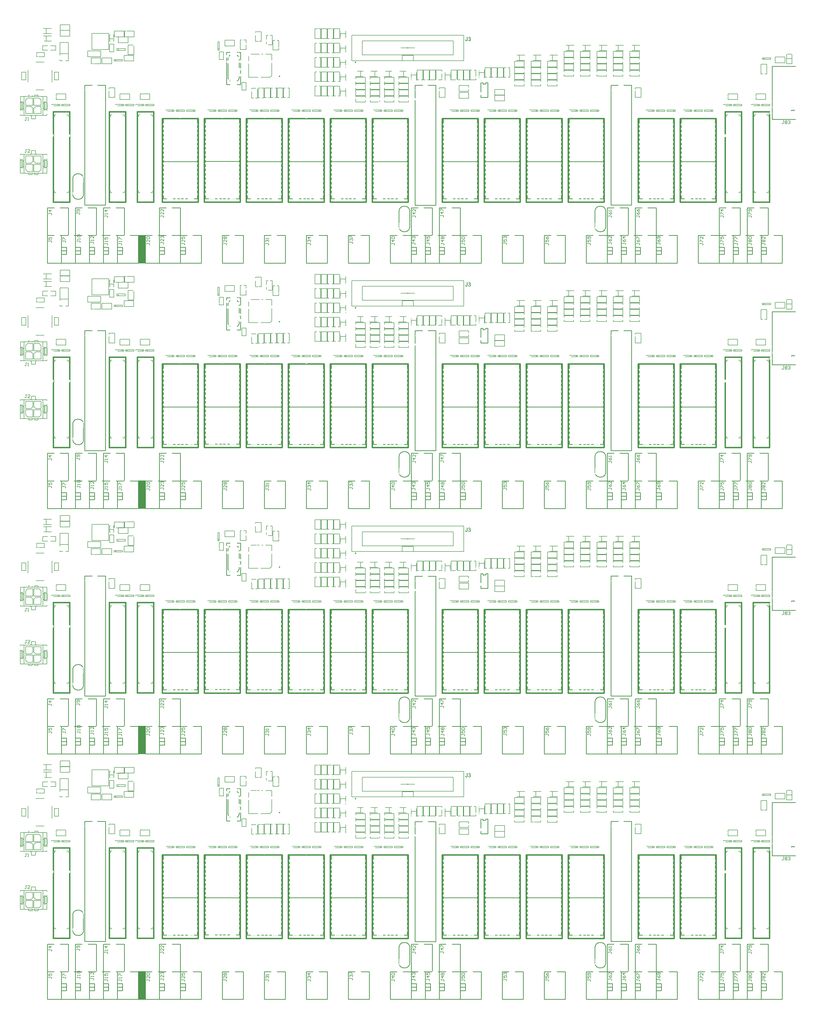
<source format=gbr>
*
%FSLAX26Y26*%
%MOIN*%
%ADD10C,0.020000*%
%ADD11C,0.010000*%
%ADD12C,0.008000*%
%ADD13C,0.006000*%
%ADD14C,0.007000*%
%ADD15C,0.009840*%
%ADD16C,0.007870*%
%ADD17R,0.100000X0.100000*%
%ADD18R,0.064461X0.064461*%
%ADD19C,0.126210*%
%ADD20R,0.048281X0.048281*%
%ADD21R,0.047281X0.047281*%
%ADD22R,0.056281X0.056281*%
%ADD23R,0.119581X0.119581*%
%ADD24R,0.026281X0.026281*%
%ADD25R,0.079281X0.079281*%
%ADD26R,0.037281X0.037281*%
%ADD27R,0.053281X0.053281*%
%ADD28R,0.090281X0.090281*%
%ADD29R,0.076271X0.076271*%
%ADD30R,0.060281X0.060281*%
%ADD31R,0.092021X0.092021*%
%ADD32R,0.088281X0.088281*%
%ADD33C,0.088281*%
%ADD34C,0.076271*%
%ADD35C,0.077470*%
%ADD36R,0.077470X0.077470*%
%ADD37C,0.092021*%
%ADD38C,0.099891*%
%ADD39C,0.088081*%
%ADD40R,0.088081X0.088081*%
%ADD41C,0.108281*%
%ADD42C,0.073281*%
%ADD43C,0.043281*%
%ADD44C,0.065781*%
%ADD45C,0.018100*%
%ADD46C,0.057539*%
%ADD47C,0.096909*%
%ADD48C,0.136280*%
%ADD49C,0.087070*%
%ADD50R,0.088281X0.088281*%
%ADD51C,0.018000*%
%IPPOS*%
%LNto*%
%LPD*%
G75*
G36*
X6402960Y3268060D02*
Y3226417D01*
X6402869Y3225803D01*
G02X6401771Y3217744I-31950J251D01*
G01X6401016Y3215858D01*
X6400265Y3214641D01*
G02X6394260Y3209142I-12225J7323D01*
G01X6390965Y3208048D01*
X6389397Y3207774D01*
G02X6384344Y3207492I-3787J22410D01*
G01X6382873Y3207677D01*
G02X6377122Y3209346I1917J17345D01*
G01X6376091Y3209819D01*
X6374185Y3211151D01*
X6373287Y3212049D01*
X6373184Y3212100D01*
G02X6370000Y3218594I15601J11675D01*
G02X6369180Y3226568I27708J6879D01*
G01X6378020Y3227822D01*
Y3226151D01*
X6378110Y3225711D01*
Y3225176D01*
X6378649Y3222066D01*
G03X6380669Y3217846I10436J2400D01*
G01X6380942Y3217573D01*
X6383323Y3216468D01*
G03X6386059Y3216158I2592J10673D01*
G01X6387902Y3216502D01*
G03X6390139Y3217448I-1144J5826D01*
G03X6392440Y3220322I-2911J4688D01*
G01X6392664Y3220757D01*
X6393061Y3222895D01*
X6393326Y3268060D01*
X6402960D01*
G37*
G36*
X6430494Y3268317D02*
G02X6433848Y3267792I-1979J-23626D01*
G01X6435546Y3267395D01*
X6438418Y3266210D01*
X6438724D01*
X6438992Y3265942D01*
X6439441Y3265714D01*
G02X6445296Y3260033I-9617J-15771D01*
G02X6446733Y3256612I-9573J-6034D01*
G02X6447470Y3252322I-13819J-4581D01*
G02X6447175Y3249846I-8448J-248D01*
G01X6446078Y3246274D01*
X6445330Y3245062D01*
X6445228Y3244845D01*
X6444844Y3244347D01*
X6441757Y3241436D01*
X6440958Y3240864D01*
G02X6447683Y3235535I-5001J-13218D01*
G01X6448123Y3234726D01*
G02X6449819Y3230477I-10596J-6690D01*
G01X6450197Y3228531D01*
X6450282Y3225637D01*
X6449816Y3222657D01*
X6448439Y3218410D01*
X6445507Y3214018D01*
X6444139Y3212550D01*
X6443824Y3212344D01*
X6442829Y3211523D01*
X6439444Y3209607D01*
X6437191Y3208701D01*
G02X6432950Y3207673I-5361J12852D01*
G01X6429153Y3207395D01*
G02X6419843Y3209881I1169J23057D01*
G01X6417699Y3211281D01*
G02X6415378Y3213600I4985J7312D01*
G01X6414406Y3214754D01*
X6412819Y3217356D01*
X6411091Y3221832D01*
X6410458Y3225502D01*
X6419730Y3226754D01*
Y3225768D01*
X6419820Y3225598D01*
Y3225230D01*
X6419919Y3225025D01*
X6421151Y3221239D01*
G03X6423548Y3217634I13055J6078D01*
G01X6423933Y3217259D01*
G03X6431444Y3215446I6226J9328D01*
G01X6435217Y3216621D01*
G03X6437724Y3218544I-3769J7508D01*
G03X6440573Y3227802I-9582J8016D01*
G01X6439992Y3230023D01*
X6439434Y3231313D01*
G03X6437337Y3234041I-11055J-6329D01*
G01X6435742Y3235043D01*
G03X6433490Y3235971I-5114J-9208D01*
G01X6432084Y3236302D01*
X6430439Y3236470D01*
X6429769D01*
X6426734Y3236047D01*
X6424313Y3235425D01*
X6425399Y3244000D01*
X6426846D01*
X6427196Y3243910D01*
G03X6435112Y3246114I151J14775D01*
G01X6435413Y3246353D01*
X6436286Y3247374D01*
G03X6438036Y3250945I-7165J5726D01*
G03X6438020Y3253660I-6034J1323D01*
G03X6437167Y3256311I-8105J-1145D01*
G03X6434966Y3258922I-5340J-2268D01*
G03X6429179Y3260516I-5189J-7537D01*
G01X6426615Y3259959D01*
X6424534Y3258919D01*
X6423522Y3258137D01*
G03X6420230Y3250007I12221J-9680D01*
G01X6411320Y3251548D01*
Y3252624D01*
X6411975Y3255154D01*
X6413355Y3258645D01*
X6415745Y3262420D01*
X6417662Y3264326D01*
X6419417Y3265440D01*
G02X6424743Y3267676I8836J-13584D01*
G01X6428300Y3268320D01*
X6430494Y3268317D01*
G37*
G54D10*
X9444090Y907280D02*
X9955910D01*
X9444090Y2100200D02*
X9955910D01*
Y907280D02*
Y2100200D01*
X9444090Y907280D02*
Y2100200D01*
X5044100D02*
X5555900D01*
X5044100Y907280D02*
X5555900D01*
X5044100D02*
Y2100200D01*
X5555900Y907280D02*
Y2100200D01*
X4955910Y907280D02*
Y2100200D01*
X4444100Y907280D02*
Y2100200D01*
Y907280D02*
X4955910D01*
X4444100Y2100200D02*
X4955910D01*
X3844100D02*
X4355910D01*
X3844100Y907280D02*
X4355910D01*
X3844100D02*
Y2100200D01*
X4355910Y907280D02*
Y2100200D01*
X3755910Y907280D02*
Y2100200D01*
X3244090Y907280D02*
Y2100200D01*
Y907280D02*
X3755910D01*
X3244090Y2100200D02*
X3755910D01*
X2644100D02*
X3155910D01*
X2644100Y907280D02*
X3155910D01*
X2644100D02*
Y2100200D01*
X3155910Y907280D02*
Y2100200D01*
X2555900Y907280D02*
Y2100200D01*
X2044090Y907280D02*
Y2100200D01*
Y907280D02*
X2555900D01*
X2044090Y2100200D02*
X2555900D01*
X8844090Y907280D02*
X9355910D01*
X8844090Y2100200D02*
X9355910D01*
Y907280D02*
Y2100200D01*
X8844090Y907280D02*
Y2100200D01*
X7244090Y907280D02*
X7755900D01*
X7244090Y2100200D02*
X7755900D01*
Y907280D02*
Y2100200D01*
X7244090Y907280D02*
Y2100200D01*
X6644100Y907280D02*
X7155900D01*
X6644100Y2100200D02*
X7155900D01*
Y907280D02*
Y2100200D01*
X6644100Y907280D02*
Y2100200D01*
X6044100D02*
X6555900D01*
X6044100Y907280D02*
X6555900D01*
X6044100D02*
Y2100200D01*
X6555900Y907280D02*
Y2100200D01*
X7844090Y907280D02*
X8355910D01*
X7844090Y2100200D02*
X8355910D01*
Y907280D02*
Y2100200D01*
X7844090Y907280D02*
Y2100200D01*
G54D11*
X8376550Y778260D02*
X8376418Y786554D01*
X8375304Y794773D01*
X8373221Y802803D01*
X8370202Y810528D01*
X8366287Y817841D01*
X8361532Y824638D01*
X8356004Y830823D01*
X8349781Y836308D01*
X8342952Y841016D01*
X8335613Y844881D01*
X8327867Y847848D01*
X8319823Y849875D01*
X8311596Y850933D01*
X8303770Y851030D01*
X8296240D02*
X8287946Y850899D01*
X8279726Y849785D01*
X8271696Y847703D01*
X8263970Y844684D01*
X8256657Y840769D01*
X8249859Y836015D01*
X8243674Y830487D01*
X8238188Y824265D01*
X8233479Y817436D01*
X8229613Y810097D01*
X8226645Y802351D01*
X8224618Y794307D01*
X8223558Y786080D01*
X8223460Y778260D01*
X8303760Y488970D02*
X8312054Y489101D01*
X8320274Y490215D01*
X8328304Y492297D01*
X8336030Y495316D01*
X8343343Y499231D01*
X8350141Y503986D01*
X8356326Y509513D01*
X8361812Y515735D01*
X8366521Y522564D01*
X8370387Y529903D01*
X8373355Y537649D01*
X8375382Y545693D01*
X8376442Y553920D01*
X8376540Y561740D01*
X8223450D02*
X8223582Y553446D01*
X8224697Y545226D01*
X8226779Y537197D01*
X8229798Y529471D01*
X8233713Y522159D01*
X8238468Y515362D01*
X8243996Y509177D01*
X8250219Y503692D01*
X8257048Y498984D01*
X8264387Y495119D01*
X8272133Y492152D01*
X8280177Y490125D01*
X8288404Y489067D01*
X8296230Y488970D01*
X5423450Y561740D02*
X5423582Y553446D01*
X5424697Y545226D01*
X5426779Y537197D01*
X5429798Y529471D01*
X5433713Y522159D01*
X5438468Y515362D01*
X5443996Y509177D01*
X5450219Y503692D01*
X5457048Y498984D01*
X5464387Y495119D01*
X5472133Y492152D01*
X5480177Y490125D01*
X5488404Y489067D01*
X5496230Y488970D01*
X5503760D02*
X5512054Y489101D01*
X5520274Y490215D01*
X5528304Y492297D01*
X5536030Y495316D01*
X5543343Y499231D01*
X5550141Y503986D01*
X5556326Y509513D01*
X5561812Y515735D01*
X5566521Y522564D01*
X5570387Y529903D01*
X5573355Y537649D01*
X5575382Y545693D01*
X5576442Y553920D01*
X5576540Y561740D01*
X5496240Y851030D02*
X5487946Y850899D01*
X5479726Y849785D01*
X5471696Y847703D01*
X5463970Y844684D01*
X5456657Y840769D01*
X5449859Y836015D01*
X5443674Y830487D01*
X5438188Y824265D01*
X5433479Y817436D01*
X5429613Y810097D01*
X5426645Y802351D01*
X5424618Y794307D01*
X5423558Y786080D01*
X5423460Y778260D01*
X5576550D02*
X5576418Y786554D01*
X5575304Y794773D01*
X5573221Y802803D01*
X5570202Y810528D01*
X5566287Y817841D01*
X5561532Y824638D01*
X5556004Y830823D01*
X5549781Y836308D01*
X5542952Y841016D01*
X5535613Y844881D01*
X5527867Y847848D01*
X5519823Y849875D01*
X5511596Y850933D01*
X5503770Y851030D01*
X914050Y1241380D02*
X913918Y1249674D01*
X912803Y1257894D01*
X910721Y1265923D01*
X907702Y1273649D01*
X903787Y1280961D01*
X899032Y1287758D01*
X893504Y1293943D01*
X887281Y1299428D01*
X880452Y1304136D01*
X873113Y1308001D01*
X865367Y1310968D01*
X857323Y1312995D01*
X849096Y1314053D01*
X841270Y1314150D01*
X833740D02*
X825446Y1314019D01*
X817226Y1312905D01*
X809196Y1310823D01*
X801470Y1307804D01*
X794157Y1303889D01*
X787359Y1299134D01*
X781174Y1293607D01*
X775688Y1287385D01*
X770979Y1280556D01*
X767113Y1273217D01*
X764145Y1265471D01*
X762118Y1257427D01*
X761058Y1249200D01*
X760960Y1241380D01*
X841260Y952090D02*
X849554Y952221D01*
X857774Y953335D01*
X865804Y955417D01*
X873530Y958436D01*
X880843Y962351D01*
X887641Y967106D01*
X893826Y972633D01*
X899312Y978855D01*
X904021Y985684D01*
X907887Y993023D01*
X910855Y1000769D01*
X912882Y1008813D01*
X913942Y1017040D01*
X914040Y1024860D01*
X760960D02*
X761092Y1016566D01*
X762207Y1008346D01*
X764289Y1000317D01*
X767309Y992592D01*
X771224Y985279D01*
X775979Y978482D01*
X781506Y972297D01*
X787729Y966812D01*
X794558Y962104D01*
X801897Y958239D01*
X809644Y955273D01*
X817687Y953246D01*
X825914Y952187D01*
X833730Y952090D01*
X3718150Y2707050D02*
X3717667Y2708956D01*
X3716333Y2710402D01*
X3714472Y2711037D01*
X3712533Y2710709D01*
X3710985Y2709496D01*
X3710202Y2707692D01*
X3710373Y2705733D01*
X3711457Y2704092D01*
X3713192Y2703166D01*
X3715159Y2703179D01*
X3716881Y2704128D01*
X3717944Y2705782D01*
X3718150Y2707050D01*
X3009080Y3007170D02*
X3002678Y3003149D01*
X2996853Y2998329D01*
X2991705Y2992792D01*
X2987321Y2986633D01*
X2983775Y2979955D01*
X2981128Y2972874D01*
X2979425Y2965508D01*
X2978694Y2957983D01*
X2978780Y2952510D01*
X3139410Y2951910D02*
X3139393Y2959470D01*
X3138392Y2966964D01*
X3136425Y2974265D01*
X3133525Y2981247D01*
X3129742Y2987793D01*
X3125139Y2993791D01*
X3119795Y2999139D01*
X3113801Y3003747D01*
X3108580Y3006860D01*
X2978680Y2694090D02*
X2978698Y2686530D01*
X2979700Y2679036D01*
X2981668Y2671737D01*
X2984568Y2664755D01*
X2988353Y2658210D01*
X2992956Y2652213D01*
X2998300Y2646865D01*
X3004295Y2642259D01*
X3009700Y2639050D01*
X3108380Y2638440D02*
X3114824Y2642394D01*
X3120700Y2647153D01*
X3125906Y2652635D01*
X3130355Y2658748D01*
X3133971Y2665388D01*
X3136692Y2672442D01*
X3138473Y2679789D01*
X3139283Y2687306D01*
X3139220Y2693390D01*
X10785200Y2284650D02*
X10780829Y2284159D01*
X10776676Y2282709D01*
X10772949Y2280373D01*
X10769833Y2277268D01*
X10767485Y2273549D01*
X10766021Y2269401D01*
X10765515Y2265032D01*
X10765992Y2260659D01*
X10767427Y2256502D01*
X10769750Y2252766D01*
X10772845Y2249640D01*
X10776556Y2247280D01*
X10780699Y2245802D01*
X10785066Y2245281D01*
X10785200Y2245280D01*
X8296240Y851030D02*
X8303770D01*
X8296230Y488970D02*
X8303760D01*
X8376540Y561740D02*
Y778260D01*
X8223450Y561740D02*
Y778260D01*
X9944090Y956690D02*
Y1003790D01*
X9455910Y956690D02*
Y1003790D01*
X9834910Y956690D02*
X9865950D01*
X9772810D02*
X9803860D01*
X9710720D02*
X9741760D01*
X9534050D02*
X9565090D01*
X9596140D02*
X9627190D01*
X9658240D02*
X9689280D01*
X9444090Y1488190D02*
X9955910D01*
Y905510D02*
Y2098430D01*
X9444090Y905510D02*
Y2098430D01*
X9944090Y2055570D02*
Y2098430D01*
Y1041510D02*
Y1072560D01*
Y1103610D02*
Y1134650D01*
Y1165700D02*
Y1196750D01*
Y1227790D02*
Y1258840D01*
Y1289890D02*
Y1320930D01*
Y1351980D02*
Y1383030D01*
Y1414080D02*
Y1445120D01*
Y1476170D02*
Y1507220D01*
Y1538260D02*
Y1569310D01*
Y1600360D02*
Y1631400D01*
Y1662450D02*
Y1693500D01*
Y1724540D02*
Y1755590D01*
Y1786640D02*
Y1817690D01*
Y1848730D02*
Y1879780D01*
Y1910830D02*
Y1941870D01*
Y1972920D02*
Y2003970D01*
Y2035010D02*
Y2066060D01*
X9455910Y2055570D02*
Y2098430D01*
Y1041510D02*
Y1072560D01*
Y1103610D02*
Y1134650D01*
Y1165700D02*
Y1196750D01*
Y1227790D02*
Y1258840D01*
Y1289890D02*
Y1320930D01*
Y1351980D02*
Y1383030D01*
Y1414080D02*
Y1445120D01*
Y1476170D02*
Y1507220D01*
Y1538260D02*
Y1569310D01*
Y1600360D02*
Y1631400D01*
Y1662450D02*
Y1693500D01*
Y1724540D02*
Y1755590D01*
Y1786640D02*
Y1817690D01*
Y1848730D02*
Y1879780D01*
Y1910830D02*
Y1941870D01*
Y1972920D02*
Y2003970D01*
Y2035010D02*
Y2066060D01*
X9897000Y956690D02*
X9944090D01*
X9455910D02*
X9503000D01*
X9913050Y2098430D02*
X9955910D01*
X9444090D02*
X9486950D01*
X9444090Y905510D02*
X9955910D01*
X9455910Y2098430D02*
X9944090D01*
X10722050Y905510D02*
Y2204720D01*
X10477950Y905510D02*
Y2204720D01*
X10722050D01*
X10477950Y905510D02*
X10722050D01*
X10477950Y915510D02*
X10722050D01*
X10487950Y905510D02*
Y2204720D01*
X10722050Y905510D02*
Y2204720D01*
X10477950Y2194720D02*
X10722050D01*
X10712050Y905510D02*
Y2204720D01*
X10477950Y905510D02*
Y2204720D01*
Y905510D02*
X10722050D01*
X10477950Y2204720D02*
X10722050D01*
X932280Y2578740D02*
X1227950D01*
X932280Y866140D02*
X1227950D01*
X932280D02*
Y2578740D01*
X1227950Y866140D02*
Y2578740D01*
X2370870Y214370D02*
Y264370D01*
X2300000Y214370D02*
X2370870D01*
X2300000Y264370D02*
X2370870D01*
X2300000Y214370D02*
X2370870D01*
X2300000Y164370D02*
X2370870D01*
Y214370D01*
X2300000Y39370D02*
Y433070D01*
X2000000Y39370D02*
X2300000D01*
X2000000Y433070D02*
X2300000D01*
X2000000Y39370D02*
Y433070D01*
X670870Y164370D02*
Y214370D01*
X600000Y164370D02*
X670870D01*
X600000Y214370D02*
X670870D01*
X600000Y264370D02*
X670870D01*
X600000Y214370D02*
X670870D01*
Y264370D01*
X600000Y39370D02*
Y433070D01*
X400000Y39370D02*
X600000D01*
X400000Y433070D02*
X600000D01*
X400000Y39370D02*
Y433070D01*
X6600000Y39370D02*
Y433070D01*
X6300000Y39370D02*
X6600000D01*
X6300000Y433070D02*
X6600000D01*
X6300000Y39370D02*
Y433070D01*
X8747500Y866140D02*
Y2578740D01*
X8451830Y866140D02*
Y2578740D01*
Y866140D02*
X8747500D01*
X8451830Y2578740D02*
X8747500D01*
X700000Y433070D02*
Y826770D01*
X400000Y433070D02*
X700000D01*
X400000Y826770D02*
X700000D01*
X400000Y433070D02*
Y826770D01*
X1470870Y164370D02*
Y214370D01*
X1400000Y164370D02*
X1470870D01*
X1400000Y214370D02*
X1470870D01*
X1400000Y264370D02*
X1470870D01*
X1400000Y214370D02*
X1470870D01*
Y264370D01*
X1400000Y39370D02*
Y433070D01*
X1200000Y39370D02*
X1400000D01*
X1200000Y433070D02*
X1400000D01*
X1200000Y39370D02*
Y433070D01*
X1500000D02*
Y826770D01*
X1200000Y433070D02*
X1500000D01*
X1200000Y826770D02*
X1500000D01*
X1200000Y433070D02*
Y826770D01*
X3200000Y39370D02*
Y433070D01*
X2900000Y39370D02*
X3200000D01*
X2900000Y433070D02*
X3200000D01*
X2900000Y39370D02*
Y433070D01*
X2600000Y39370D02*
Y433070D01*
X2300000Y39370D02*
X2600000D01*
X2300000Y433070D02*
X2600000D01*
X2300000Y39370D02*
Y433070D01*
X2070870Y164370D02*
Y214370D01*
X2000000Y164370D02*
X2070870D01*
X2000000Y214370D02*
X2070870D01*
X2000000Y264370D02*
X2070870D01*
X2000000Y214370D02*
X2070870D01*
Y264370D01*
X2000000Y39370D02*
Y433070D01*
X1800000Y39370D02*
X2000000D01*
X1800000Y433070D02*
X2000000D01*
X1800000Y39370D02*
Y433070D01*
X1700000Y39370D02*
Y433070D01*
X1400000Y39370D02*
X1700000D01*
X1400000Y433070D02*
X1700000D01*
X1400000Y39370D02*
Y433070D01*
X1270870Y164370D02*
Y214370D01*
X1200000Y164370D02*
X1270870D01*
X1200000Y214370D02*
X1270870D01*
X1200000Y264370D02*
X1270870D01*
X1200000Y214370D02*
X1270870D01*
Y264370D01*
X1200000Y39370D02*
Y433070D01*
X1000000Y39370D02*
X1200000D01*
X1000000Y433070D02*
X1200000D01*
X1000000Y39370D02*
Y433070D01*
X1070870Y164370D02*
Y214370D01*
X1000000Y164370D02*
X1070870D01*
X1000000Y214370D02*
X1070870D01*
X1000000Y264370D02*
X1070870D01*
X1000000Y214370D02*
X1070870D01*
Y264370D01*
X1000000Y39370D02*
Y433070D01*
X800000Y39370D02*
X1000000D01*
X800000Y433070D02*
X1000000D01*
X800000Y39370D02*
Y433070D01*
X870870Y164370D02*
Y214370D01*
X800000Y164370D02*
X870870D01*
X800000Y214370D02*
X870870D01*
X800000Y264370D02*
X870870D01*
X800000Y214370D02*
X870870D01*
Y264370D01*
X800000Y39370D02*
Y433070D01*
X600000Y39370D02*
X800000D01*
X600000Y433070D02*
X800000D01*
X600000Y39370D02*
Y433070D01*
X2300000D02*
Y826770D01*
X2000000Y433070D02*
X2300000D01*
X2000000Y826770D02*
X2300000D01*
X2000000Y433070D02*
Y826770D01*
X1100000Y433070D02*
Y826770D01*
X800000Y433070D02*
X1100000D01*
X800000Y826770D02*
X1100000D01*
X800000Y433070D02*
Y826770D01*
X8700000Y433070D02*
Y826770D01*
X8400000Y433070D02*
X8700000D01*
X8400000Y826770D02*
X8700000D01*
X8400000Y433070D02*
Y826770D01*
X10070870Y214370D02*
Y264370D01*
X10000000Y214370D02*
X10070870D01*
X10000000Y264370D02*
X10070870D01*
X10000000Y214370D02*
X10070870D01*
X10000000Y164370D02*
X10070870D01*
Y214370D01*
X10000000Y39370D02*
Y433070D01*
X9700000Y39370D02*
X10000000D01*
X9700000Y433070D02*
X10000000D01*
X9700000Y39370D02*
Y433070D01*
X9170870Y214370D02*
Y264370D01*
X9100000Y214370D02*
X9170870D01*
X9100000Y264370D02*
X9170870D01*
X9100000Y214370D02*
X9170870D01*
X9100000Y164370D02*
X9170870D01*
Y214370D01*
X9100000Y39370D02*
Y433070D01*
X8800000Y39370D02*
X9100000D01*
X8800000Y433070D02*
X9100000D01*
X8800000Y39370D02*
Y433070D01*
X8470870Y214370D02*
Y264370D01*
X8400000Y214370D02*
X8470870D01*
X8400000Y264370D02*
X8470870D01*
X8400000Y214370D02*
X8470870D01*
X8400000Y164370D02*
X8470870D01*
Y214370D01*
X8400000Y39370D02*
Y433070D01*
X8100000Y39370D02*
X8400000D01*
X8100000Y433070D02*
X8400000D01*
X8100000Y39370D02*
Y433070D01*
X6370870Y214370D02*
Y264370D01*
X6300000Y214370D02*
X6370870D01*
X6300000Y264370D02*
X6370870D01*
X6300000Y214370D02*
X6370870D01*
X6300000Y164370D02*
X6370870D01*
Y214370D01*
X6300000Y39370D02*
Y433070D01*
X6000000Y39370D02*
X6300000D01*
X6000000Y433070D02*
X6300000D01*
X6000000Y39370D02*
Y433070D01*
X10900000Y39370D02*
Y433070D01*
X10600000Y39370D02*
X10900000D01*
X10600000Y433070D02*
X10900000D01*
X10600000Y39370D02*
Y433070D01*
X9400000Y39370D02*
Y433070D01*
X9100000Y39370D02*
X9400000D01*
X9100000Y433070D02*
X9400000D01*
X9100000Y39370D02*
Y433070D01*
X7800000Y39370D02*
Y433070D01*
X7500000Y39370D02*
X7800000D01*
X7500000Y433070D02*
X7800000D01*
X7500000Y39370D02*
Y433070D01*
X7200000Y39370D02*
Y433070D01*
X6900000Y39370D02*
X7200000D01*
X6900000Y433070D02*
X7200000D01*
X6900000Y39370D02*
Y433070D01*
X5000000Y39370D02*
Y433070D01*
X4700000Y39370D02*
X5000000D01*
X4700000Y433070D02*
X5000000D01*
X4700000Y39370D02*
Y433070D01*
X4400000Y39370D02*
Y433070D01*
X4100000Y39370D02*
X4400000D01*
X4100000Y433070D02*
X4400000D01*
X4100000Y39370D02*
Y433070D01*
X3800000Y39370D02*
Y433070D01*
X3500000Y39370D02*
X3800000D01*
X3500000Y433070D02*
X3800000D01*
X3500000Y39370D02*
Y433070D01*
X10700000D02*
Y826770D01*
X10400000Y433070D02*
X10700000D01*
X10400000Y826770D02*
X10700000D01*
X10400000Y433070D02*
Y826770D01*
X10300000Y433070D02*
Y826770D01*
X10000000Y433070D02*
X10300000D01*
X10000000Y826770D02*
X10300000D01*
X10000000Y433070D02*
Y826770D01*
X9100000Y433070D02*
Y826770D01*
X8800000Y433070D02*
X9100000D01*
X8800000Y826770D02*
X9100000D01*
X8800000Y433070D02*
Y826770D01*
X6300000Y433070D02*
Y826770D01*
X6000000Y433070D02*
X6300000D01*
X6000000Y826770D02*
X6300000D01*
X6000000Y433070D02*
Y826770D01*
X10670870Y164370D02*
Y214370D01*
X10600000Y164370D02*
X10670870D01*
X10600000Y214370D02*
X10670870D01*
X10600000Y264370D02*
X10670870D01*
X10600000Y214370D02*
X10670870D01*
Y264370D01*
X10600000Y39370D02*
Y433070D01*
X10400000Y39370D02*
X10600000D01*
X10400000Y433070D02*
X10600000D01*
X10400000Y39370D02*
Y433070D01*
X10470870Y164370D02*
Y214370D01*
X10400000Y164370D02*
X10470870D01*
X10400000Y214370D02*
X10470870D01*
X10400000Y264370D02*
X10470870D01*
X10400000Y214370D02*
X10470870D01*
Y264370D01*
X10400000Y39370D02*
Y433070D01*
X10200000Y39370D02*
X10400000D01*
X10200000Y433070D02*
X10400000D01*
X10200000Y39370D02*
Y433070D01*
X10270870Y164370D02*
Y214370D01*
X10200000Y164370D02*
X10270870D01*
X10200000Y214370D02*
X10270870D01*
X10200000Y264370D02*
X10270870D01*
X10200000Y214370D02*
X10270870D01*
Y264370D01*
X10200000Y39370D02*
Y433070D01*
X10000000Y39370D02*
X10200000D01*
X10000000Y433070D02*
X10200000D01*
X10000000Y39370D02*
Y433070D01*
X8870870Y164370D02*
Y214370D01*
X8800000Y164370D02*
X8870870D01*
X8800000Y214370D02*
X8870870D01*
X8800000Y264370D02*
X8870870D01*
X8800000Y214370D02*
X8870870D01*
Y264370D01*
X8800000Y39370D02*
Y433070D01*
X8600000Y39370D02*
X8800000D01*
X8600000Y433070D02*
X8800000D01*
X8600000Y39370D02*
Y433070D01*
X8670870Y164370D02*
Y214370D01*
X8600000Y164370D02*
X8670870D01*
X8600000Y214370D02*
X8670870D01*
X8600000Y264370D02*
X8670870D01*
X8600000Y214370D02*
X8670870D01*
Y264370D01*
X8600000Y39370D02*
Y433070D01*
X8400000Y39370D02*
X8600000D01*
X8400000Y433070D02*
X8600000D01*
X8400000Y39370D02*
Y433070D01*
X6070870Y164370D02*
Y214370D01*
X6000000Y164370D02*
X6070870D01*
X6000000Y214370D02*
X6070870D01*
X6000000Y264370D02*
X6070870D01*
X6000000Y214370D02*
X6070870D01*
Y264370D01*
X6000000Y39370D02*
Y433070D01*
X5800000Y39370D02*
X6000000D01*
X5800000Y433070D02*
X6000000D01*
X5800000Y39370D02*
Y433070D01*
X5544100Y956690D02*
Y1003790D01*
X5055900Y956690D02*
Y1003790D01*
X5434910Y956690D02*
X5465950D01*
X5372810D02*
X5403860D01*
X5310720D02*
X5341770D01*
X5134050D02*
X5165090D01*
X5196140D02*
X5227190D01*
X5258240D02*
X5289280D01*
X5044100Y1488190D02*
X5555900D01*
Y905510D02*
Y2098430D01*
X5044100Y905510D02*
Y2098430D01*
X5544100Y2055570D02*
Y2098430D01*
Y1041510D02*
Y1072560D01*
Y1103610D02*
Y1134650D01*
Y1165700D02*
Y1196750D01*
Y1227790D02*
Y1258840D01*
Y1289890D02*
Y1320930D01*
Y1351980D02*
Y1383030D01*
Y1414080D02*
Y1445120D01*
Y1476170D02*
Y1507220D01*
Y1538260D02*
Y1569310D01*
Y1600360D02*
Y1631400D01*
Y1662450D02*
Y1693500D01*
Y1724540D02*
Y1755590D01*
Y1786640D02*
Y1817690D01*
Y1848730D02*
Y1879780D01*
Y1910830D02*
Y1941870D01*
Y1972920D02*
Y2003970D01*
Y2035010D02*
Y2066060D01*
X5055900Y2055570D02*
Y2098430D01*
Y1041510D02*
Y1072560D01*
Y1103610D02*
Y1134650D01*
Y1165700D02*
Y1196750D01*
Y1227790D02*
Y1258840D01*
Y1289890D02*
Y1320930D01*
Y1351980D02*
Y1383030D01*
Y1414080D02*
Y1445120D01*
Y1476170D02*
Y1507220D01*
Y1538260D02*
Y1569310D01*
Y1600360D02*
Y1631400D01*
Y1662450D02*
Y1693500D01*
Y1724540D02*
Y1755590D01*
Y1786640D02*
Y1817690D01*
Y1848730D02*
Y1879780D01*
Y1910830D02*
Y1941870D01*
Y1972920D02*
Y2003970D01*
Y2035010D02*
Y2066060D01*
X5497000Y956690D02*
X5544100D01*
X5055900D02*
X5103000D01*
X5513050Y2098430D02*
X5555900D01*
X5044100D02*
X5086950D01*
X5044100Y905510D02*
X5555900D01*
X5055900Y2098430D02*
X5544100D01*
X4455910D02*
X4944100D01*
X4444100Y905510D02*
X4955910D01*
X4444100Y2098430D02*
X4486950D01*
X4913050D02*
X4955910D01*
X4455910Y956690D02*
X4503000D01*
X4897000D02*
X4944100D01*
X4455910Y2035010D02*
Y2066060D01*
Y1972920D02*
Y2003970D01*
Y1910830D02*
Y1941870D01*
Y1848730D02*
Y1879780D01*
Y1786640D02*
Y1817690D01*
Y1724540D02*
Y1755590D01*
Y1662450D02*
Y1693500D01*
Y1600360D02*
Y1631400D01*
Y1538260D02*
Y1569310D01*
Y1476170D02*
Y1507220D01*
Y1414080D02*
Y1445120D01*
Y1351980D02*
Y1383030D01*
Y1289890D02*
Y1320930D01*
Y1227790D02*
Y1258840D01*
Y1165700D02*
Y1196750D01*
Y1103610D02*
Y1134650D01*
Y1041510D02*
Y1072560D01*
Y2055570D02*
Y2098430D01*
X4944100Y2035010D02*
Y2066060D01*
Y1972920D02*
Y2003970D01*
Y1910830D02*
Y1941870D01*
Y1848730D02*
Y1879780D01*
Y1786640D02*
Y1817690D01*
Y1724540D02*
Y1755590D01*
Y1662450D02*
Y1693500D01*
Y1600360D02*
Y1631400D01*
Y1538260D02*
Y1569310D01*
Y1476170D02*
Y1507220D01*
Y1414080D02*
Y1445120D01*
Y1351980D02*
Y1383030D01*
Y1289890D02*
Y1320930D01*
Y1227790D02*
Y1258840D01*
Y1165700D02*
Y1196750D01*
Y1103610D02*
Y1134650D01*
Y1041510D02*
Y1072560D01*
Y2055570D02*
Y2098430D01*
X4444100Y905510D02*
Y2098430D01*
X4955910Y905510D02*
Y2098430D01*
X4444100Y1488190D02*
X4955910D01*
X4658240Y956690D02*
X4689280D01*
X4596140D02*
X4627190D01*
X4534050D02*
X4565090D01*
X4710720D02*
X4741770D01*
X4772810D02*
X4803860D01*
X4834910D02*
X4865950D01*
X4455910D02*
Y1003790D01*
X4944100Y956690D02*
Y1003790D01*
X4344090Y956690D02*
Y1003790D01*
X3855900Y956690D02*
Y1003790D01*
X4234910Y956690D02*
X4265950D01*
X4172810D02*
X4203860D01*
X4110720D02*
X4141760D01*
X3934050D02*
X3965090D01*
X3996140D02*
X4027190D01*
X4058240D02*
X4089280D01*
X3844100Y1488190D02*
X4355910D01*
Y905510D02*
Y2098430D01*
X3844100Y905510D02*
Y2098430D01*
X4344090Y2055570D02*
Y2098430D01*
Y1041510D02*
Y1072560D01*
Y1103610D02*
Y1134650D01*
Y1165700D02*
Y1196750D01*
Y1227790D02*
Y1258840D01*
Y1289890D02*
Y1320930D01*
Y1351980D02*
Y1383030D01*
Y1414080D02*
Y1445120D01*
Y1476170D02*
Y1507220D01*
Y1538260D02*
Y1569310D01*
Y1600360D02*
Y1631400D01*
Y1662450D02*
Y1693500D01*
Y1724540D02*
Y1755590D01*
Y1786640D02*
Y1817690D01*
Y1848730D02*
Y1879780D01*
Y1910830D02*
Y1941870D01*
Y1972920D02*
Y2003970D01*
Y2035010D02*
Y2066060D01*
X3855900Y2055570D02*
Y2098430D01*
Y1041510D02*
Y1072560D01*
Y1103610D02*
Y1134650D01*
Y1165700D02*
Y1196750D01*
Y1227790D02*
Y1258840D01*
Y1289890D02*
Y1320930D01*
Y1351980D02*
Y1383030D01*
Y1414080D02*
Y1445120D01*
Y1476170D02*
Y1507220D01*
Y1538260D02*
Y1569310D01*
Y1600360D02*
Y1631400D01*
Y1662450D02*
Y1693500D01*
Y1724540D02*
Y1755590D01*
Y1786640D02*
Y1817690D01*
Y1848730D02*
Y1879780D01*
Y1910830D02*
Y1941870D01*
Y1972920D02*
Y2003970D01*
Y2035010D02*
Y2066060D01*
X4297000Y956690D02*
X4344090D01*
X3855900D02*
X3903000D01*
X4313050Y2098430D02*
X4355910D01*
X3844100D02*
X3886950D01*
X3844100Y905510D02*
X4355910D01*
X3855900Y2098430D02*
X4344090D01*
X3255910D02*
X3744090D01*
X3244090Y905510D02*
X3755910D01*
X3244090Y2098430D02*
X3286950D01*
X3713050D02*
X3755910D01*
X3255910Y956690D02*
X3303000D01*
X3697000D02*
X3744090D01*
X3255910Y2035010D02*
Y2066060D01*
Y1972920D02*
Y2003970D01*
Y1910830D02*
Y1941870D01*
Y1848730D02*
Y1879780D01*
Y1786640D02*
Y1817690D01*
Y1724540D02*
Y1755590D01*
Y1662450D02*
Y1693500D01*
Y1600360D02*
Y1631400D01*
Y1538260D02*
Y1569310D01*
Y1476170D02*
Y1507220D01*
Y1414080D02*
Y1445120D01*
Y1351980D02*
Y1383030D01*
Y1289890D02*
Y1320930D01*
Y1227790D02*
Y1258840D01*
Y1165700D02*
Y1196750D01*
Y1103610D02*
Y1134650D01*
Y1041510D02*
Y1072560D01*
Y2055570D02*
Y2098430D01*
X3744090Y2035010D02*
Y2066060D01*
Y1972920D02*
Y2003970D01*
Y1910830D02*
Y1941870D01*
Y1848730D02*
Y1879780D01*
Y1786640D02*
Y1817690D01*
Y1724540D02*
Y1755590D01*
Y1662450D02*
Y1693500D01*
Y1600360D02*
Y1631400D01*
Y1538260D02*
Y1569310D01*
Y1476170D02*
Y1507220D01*
Y1414080D02*
Y1445120D01*
Y1351980D02*
Y1383030D01*
Y1289890D02*
Y1320930D01*
Y1227790D02*
Y1258840D01*
Y1165700D02*
Y1196750D01*
Y1103610D02*
Y1134650D01*
Y1041510D02*
Y1072560D01*
Y2055570D02*
Y2098430D01*
X3244090Y905510D02*
Y2098430D01*
X3755910Y905510D02*
Y2098430D01*
X3244090Y1488190D02*
X3755910D01*
X3458230Y956690D02*
X3489280D01*
X3396140D02*
X3427190D01*
X3334050D02*
X3365090D01*
X3510720D02*
X3541770D01*
X3572810D02*
X3603860D01*
X3634910D02*
X3665950D01*
X3255910D02*
Y1003790D01*
X3744090Y956690D02*
Y1003790D01*
X3144100Y958470D02*
Y1005560D01*
X2655910Y958470D02*
Y1005560D01*
X3034910Y958470D02*
X3065950D01*
X2972810D02*
X3003860D01*
X2910720D02*
X2941760D01*
X2734050D02*
X2765090D01*
X2796140D02*
X2827190D01*
X2858230D02*
X2889280D01*
X2644100Y1489960D02*
X3155910D01*
Y907280D02*
Y2100200D01*
X2644100Y907280D02*
Y2100200D01*
X3144100Y2057340D02*
Y2100200D01*
Y1043280D02*
Y1074330D01*
Y1105380D02*
Y1136420D01*
Y1167470D02*
Y1198520D01*
Y1229560D02*
Y1260610D01*
Y1291660D02*
Y1322710D01*
Y1353750D02*
Y1384800D01*
Y1415850D02*
Y1446890D01*
Y1477940D02*
Y1508990D01*
Y1540030D02*
Y1571080D01*
Y1602130D02*
Y1633180D01*
Y1664220D02*
Y1695270D01*
Y1726320D02*
Y1757360D01*
Y1788410D02*
Y1819460D01*
Y1850500D02*
Y1881550D01*
Y1912600D02*
Y1943640D01*
Y1974690D02*
Y2005740D01*
Y2036790D02*
Y2067830D01*
X2655910Y2057340D02*
Y2100200D01*
Y1043280D02*
Y1074330D01*
Y1105380D02*
Y1136420D01*
Y1167470D02*
Y1198520D01*
Y1229560D02*
Y1260610D01*
Y1291660D02*
Y1322710D01*
Y1353750D02*
Y1384800D01*
Y1415850D02*
Y1446890D01*
Y1477940D02*
Y1508990D01*
Y1540030D02*
Y1571080D01*
Y1602130D02*
Y1633180D01*
Y1664220D02*
Y1695270D01*
Y1726320D02*
Y1757360D01*
Y1788410D02*
Y1819460D01*
Y1850500D02*
Y1881550D01*
Y1912600D02*
Y1943640D01*
Y1974690D02*
Y2005740D01*
Y2036790D02*
Y2067830D01*
X3097000Y958470D02*
X3144100D01*
X2655910D02*
X2703000D01*
X3113050Y2100200D02*
X3155910D01*
X2644100D02*
X2686950D01*
X2644100Y907280D02*
X3155910D01*
X2655910Y2100200D02*
X3144100D01*
X2055910Y2098430D02*
X2544090D01*
X2044090Y905510D02*
X2555900D01*
X2044090Y2098430D02*
X2086950D01*
X2513050D02*
X2555900D01*
X2055910Y956690D02*
X2103000D01*
X2497000D02*
X2544090D01*
X2055910Y2035010D02*
Y2066060D01*
Y1972920D02*
Y2003970D01*
Y1910830D02*
Y1941870D01*
Y1848730D02*
Y1879780D01*
Y1786640D02*
Y1817690D01*
Y1724540D02*
Y1755590D01*
Y1662450D02*
Y1693500D01*
Y1600360D02*
Y1631400D01*
Y1538260D02*
Y1569310D01*
Y1476170D02*
Y1507220D01*
Y1414080D02*
Y1445120D01*
Y1351980D02*
Y1383030D01*
Y1289890D02*
Y1320930D01*
Y1227790D02*
Y1258840D01*
Y1165700D02*
Y1196750D01*
Y1103610D02*
Y1134650D01*
Y1041510D02*
Y1072560D01*
Y2055570D02*
Y2098430D01*
X2544090Y2035010D02*
Y2066060D01*
Y1972920D02*
Y2003970D01*
Y1910830D02*
Y1941870D01*
Y1848730D02*
Y1879780D01*
Y1786640D02*
Y1817690D01*
Y1724540D02*
Y1755590D01*
Y1662450D02*
Y1693500D01*
Y1600360D02*
Y1631400D01*
Y1538260D02*
Y1569310D01*
Y1476170D02*
Y1507220D01*
Y1414080D02*
Y1445120D01*
Y1351980D02*
Y1383030D01*
Y1289890D02*
Y1320930D01*
Y1227790D02*
Y1258840D01*
Y1165700D02*
Y1196750D01*
Y1103610D02*
Y1134650D01*
Y1041510D02*
Y1072560D01*
Y2055570D02*
Y2098430D01*
X2044090Y905510D02*
Y2098430D01*
X2555900Y905510D02*
Y2098430D01*
X2044090Y1488190D02*
X2555900D01*
X2258240Y956690D02*
X2289280D01*
X2196140D02*
X2227190D01*
X2134050D02*
X2165090D01*
X2310720D02*
X2341770D01*
X2372810D02*
X2403860D01*
X2434910D02*
X2465950D01*
X2055910D02*
Y1003790D01*
X2544090Y956690D02*
Y1003790D01*
X8855910Y2098430D02*
X9344090D01*
X8844090Y905510D02*
X9355910D01*
X8844090Y2098430D02*
X8886950D01*
X9313050D02*
X9355910D01*
X8855910Y956690D02*
X8903000D01*
X9297000D02*
X9344090D01*
X8855910Y2035010D02*
Y2066060D01*
Y1972920D02*
Y2003970D01*
Y1910830D02*
Y1941870D01*
Y1848730D02*
Y1879780D01*
Y1786640D02*
Y1817690D01*
Y1724540D02*
Y1755590D01*
Y1662450D02*
Y1693500D01*
Y1600360D02*
Y1631400D01*
Y1538260D02*
Y1569310D01*
Y1476170D02*
Y1507220D01*
Y1414080D02*
Y1445120D01*
Y1351980D02*
Y1383030D01*
Y1289890D02*
Y1320930D01*
Y1227790D02*
Y1258840D01*
Y1165700D02*
Y1196750D01*
Y1103610D02*
Y1134650D01*
Y1041510D02*
Y1072560D01*
Y2055570D02*
Y2098430D01*
X9344090Y2035010D02*
Y2066060D01*
Y1972920D02*
Y2003970D01*
Y1910830D02*
Y1941870D01*
Y1848730D02*
Y1879780D01*
Y1786640D02*
Y1817690D01*
Y1724540D02*
Y1755590D01*
Y1662450D02*
Y1693500D01*
Y1600360D02*
Y1631400D01*
Y1538260D02*
Y1569310D01*
Y1476170D02*
Y1507220D01*
Y1414080D02*
Y1445120D01*
Y1351980D02*
Y1383030D01*
Y1289890D02*
Y1320930D01*
Y1227790D02*
Y1258840D01*
Y1165700D02*
Y1196750D01*
Y1103610D02*
Y1134650D01*
Y1041510D02*
Y1072560D01*
Y2055570D02*
Y2098430D01*
X8844090Y905510D02*
Y2098430D01*
X9355910Y905510D02*
Y2098430D01*
X8844090Y1488190D02*
X9355910D01*
X9058230Y956690D02*
X9089280D01*
X8996140D02*
X9027190D01*
X8934050D02*
X8965090D01*
X9110720D02*
X9141770D01*
X9172810D02*
X9203860D01*
X9234910D02*
X9265950D01*
X8855910D02*
Y1003790D01*
X9344090Y956690D02*
Y1003790D01*
X7744090Y956690D02*
Y1003790D01*
X7255900Y956690D02*
Y1003790D01*
X7634910Y956690D02*
X7665950D01*
X7572810D02*
X7603860D01*
X7510720D02*
X7541760D01*
X7334050D02*
X7365090D01*
X7396140D02*
X7427190D01*
X7458230D02*
X7489280D01*
X7244090Y1488190D02*
X7755900D01*
Y905510D02*
Y2098430D01*
X7244090Y905510D02*
Y2098430D01*
X7744090Y2055570D02*
Y2098430D01*
Y1041510D02*
Y1072560D01*
Y1103610D02*
Y1134650D01*
Y1165700D02*
Y1196750D01*
Y1227790D02*
Y1258840D01*
Y1289890D02*
Y1320930D01*
Y1351980D02*
Y1383030D01*
Y1414080D02*
Y1445120D01*
Y1476170D02*
Y1507220D01*
Y1538260D02*
Y1569310D01*
Y1600360D02*
Y1631400D01*
Y1662450D02*
Y1693500D01*
Y1724540D02*
Y1755590D01*
Y1786640D02*
Y1817690D01*
Y1848730D02*
Y1879780D01*
Y1910830D02*
Y1941870D01*
Y1972920D02*
Y2003970D01*
Y2035010D02*
Y2066060D01*
X7255900Y2055570D02*
Y2098430D01*
Y1041510D02*
Y1072560D01*
Y1103610D02*
Y1134650D01*
Y1165700D02*
Y1196750D01*
Y1227790D02*
Y1258840D01*
Y1289890D02*
Y1320930D01*
Y1351980D02*
Y1383030D01*
Y1414080D02*
Y1445120D01*
Y1476170D02*
Y1507220D01*
Y1538260D02*
Y1569310D01*
Y1600360D02*
Y1631400D01*
Y1662450D02*
Y1693500D01*
Y1724540D02*
Y1755590D01*
Y1786640D02*
Y1817690D01*
Y1848730D02*
Y1879780D01*
Y1910830D02*
Y1941870D01*
Y1972920D02*
Y2003970D01*
Y2035010D02*
Y2066060D01*
X7697000Y956690D02*
X7744090D01*
X7255900D02*
X7303000D01*
X7713050Y2098430D02*
X7755900D01*
X7244090D02*
X7286950D01*
X7244090Y905510D02*
X7755900D01*
X7255900Y2098430D02*
X7744090D01*
X7144100Y956690D02*
Y1003790D01*
X6655900Y956690D02*
Y1003790D01*
X7034910Y956690D02*
X7065950D01*
X6972810D02*
X7003860D01*
X6910720D02*
X6941760D01*
X6734050D02*
X6765090D01*
X6796140D02*
X6827190D01*
X6858230D02*
X6889280D01*
X6644100Y1488190D02*
X7155900D01*
Y905510D02*
Y2098430D01*
X6644100Y905510D02*
Y2098430D01*
X7144100Y2055570D02*
Y2098430D01*
Y1041510D02*
Y1072560D01*
Y1103610D02*
Y1134650D01*
Y1165700D02*
Y1196750D01*
Y1227790D02*
Y1258840D01*
Y1289890D02*
Y1320930D01*
Y1351980D02*
Y1383030D01*
Y1414080D02*
Y1445120D01*
Y1476170D02*
Y1507220D01*
Y1538260D02*
Y1569310D01*
Y1600360D02*
Y1631400D01*
Y1662450D02*
Y1693500D01*
Y1724540D02*
Y1755590D01*
Y1786640D02*
Y1817690D01*
Y1848730D02*
Y1879780D01*
Y1910830D02*
Y1941870D01*
Y1972920D02*
Y2003970D01*
Y2035010D02*
Y2066060D01*
X6655900Y2055570D02*
Y2098430D01*
Y1041510D02*
Y1072560D01*
Y1103610D02*
Y1134650D01*
Y1165700D02*
Y1196750D01*
Y1227790D02*
Y1258840D01*
Y1289890D02*
Y1320930D01*
Y1351980D02*
Y1383030D01*
Y1414080D02*
Y1445120D01*
Y1476170D02*
Y1507220D01*
Y1538260D02*
Y1569310D01*
Y1600360D02*
Y1631400D01*
Y1662450D02*
Y1693500D01*
Y1724540D02*
Y1755590D01*
Y1786640D02*
Y1817690D01*
Y1848730D02*
Y1879780D01*
Y1910830D02*
Y1941870D01*
Y1972920D02*
Y2003970D01*
Y2035010D02*
Y2066060D01*
X7097000Y956690D02*
X7144100D01*
X6655900D02*
X6703000D01*
X7113050Y2098430D02*
X7155900D01*
X6644100D02*
X6686950D01*
X6644100Y905510D02*
X7155900D01*
X6655900Y2098430D02*
X7144100D01*
X6055900D02*
X6544100D01*
X6044100Y905510D02*
X6555900D01*
X6044100Y2098430D02*
X6086950D01*
X6513050D02*
X6555900D01*
X6055900Y956690D02*
X6103000D01*
X6497000D02*
X6544100D01*
X6055900Y2035010D02*
Y2066060D01*
Y1972920D02*
Y2003970D01*
Y1910830D02*
Y1941870D01*
Y1848730D02*
Y1879780D01*
Y1786640D02*
Y1817690D01*
Y1724540D02*
Y1755590D01*
Y1662450D02*
Y1693500D01*
Y1600360D02*
Y1631400D01*
Y1538260D02*
Y1569310D01*
Y1476170D02*
Y1507220D01*
Y1414080D02*
Y1445120D01*
Y1351980D02*
Y1383030D01*
Y1289890D02*
Y1320930D01*
Y1227790D02*
Y1258840D01*
Y1165700D02*
Y1196750D01*
Y1103610D02*
Y1134650D01*
Y1041510D02*
Y1072560D01*
Y2055570D02*
Y2098430D01*
X6544100Y2035010D02*
Y2066060D01*
Y1972920D02*
Y2003970D01*
Y1910830D02*
Y1941870D01*
Y1848730D02*
Y1879780D01*
Y1786640D02*
Y1817690D01*
Y1724540D02*
Y1755590D01*
Y1662450D02*
Y1693500D01*
Y1600360D02*
Y1631400D01*
Y1538260D02*
Y1569310D01*
Y1476170D02*
Y1507220D01*
Y1414080D02*
Y1445120D01*
Y1351980D02*
Y1383030D01*
Y1289890D02*
Y1320930D01*
Y1227790D02*
Y1258840D01*
Y1165700D02*
Y1196750D01*
Y1103610D02*
Y1134650D01*
Y1041510D02*
Y1072560D01*
Y2055570D02*
Y2098430D01*
X6044100Y905510D02*
Y2098430D01*
X6555900Y905510D02*
Y2098430D01*
X6044100Y1488190D02*
X6555900D01*
X6258240Y956690D02*
X6289280D01*
X6196140D02*
X6227190D01*
X6134050D02*
X6165090D01*
X6310720D02*
X6341770D01*
X6372810D02*
X6403860D01*
X6434910D02*
X6465950D01*
X6055900D02*
Y1003790D01*
X6544100Y956690D02*
Y1003790D01*
X5423450Y561740D02*
Y778260D01*
X5576540Y561740D02*
Y778260D01*
X5496230Y488970D02*
X5503760D01*
X5496240Y851030D02*
X5503770D01*
X1277950Y905510D02*
X1522050D01*
X1277950Y2204720D02*
X1522050D01*
Y905510D02*
Y2204720D01*
X1287950Y905510D02*
Y2204720D01*
X1277950Y915510D02*
X1522050D01*
X1277950Y905510D02*
Y2204720D01*
X1512050Y905510D02*
Y2204720D01*
X1277950Y2194720D02*
X1522050D01*
X1677950D02*
X1922050D01*
X1912050Y905510D02*
Y2204720D01*
X1677950Y905510D02*
Y2204720D01*
Y915510D02*
X1922050D01*
X1687950Y905510D02*
Y2204720D01*
X1922050Y905510D02*
Y2204720D01*
X1677950D02*
X1922050D01*
X1677950Y905510D02*
X1922050D01*
X10077950D02*
X10322050D01*
X10077950Y2204720D02*
X10322050D01*
Y905510D02*
Y2204720D01*
X10087950Y905510D02*
Y2204720D01*
X10077950Y915510D02*
X10322050D01*
X10077950Y905510D02*
Y2204720D01*
X10312050Y905510D02*
Y2204720D01*
X10077950Y2194720D02*
X10322050D01*
X1277950Y905510D02*
X1522050D01*
X1277950Y2204720D02*
X1522050D01*
X1277950Y905510D02*
Y2204720D01*
X1522050Y905510D02*
Y2204720D01*
X1922050Y905510D02*
Y2204720D01*
X1677950Y905510D02*
Y2204720D01*
X1922050D01*
X1677950Y905510D02*
X1922050D01*
X10077950D02*
X10322050D01*
X10077950Y2204720D02*
X10322050D01*
X10077950Y905510D02*
Y2204720D01*
X10322050Y905510D02*
Y2204720D01*
X5653630Y2576950D02*
X5949300D01*
X5653630Y864350D02*
X5949300D01*
X5653630D02*
Y2576950D01*
X5949300Y864350D02*
Y2576950D01*
X914050Y1024860D02*
Y1241380D01*
X760960Y1024860D02*
Y1241380D01*
X833740Y1314150D02*
X841270D01*
X833730Y952090D02*
X841260D01*
X7855910Y2098430D02*
X8344090D01*
X7844090Y905510D02*
X8355910D01*
X7844090Y2098430D02*
X7886950D01*
X8313050D02*
X8355910D01*
X7855910Y956690D02*
X7903000D01*
X8297000D02*
X8344090D01*
X7855910Y2035010D02*
Y2066060D01*
Y1972920D02*
Y2003970D01*
Y1910830D02*
Y1941870D01*
Y1848730D02*
Y1879780D01*
Y1786640D02*
Y1817690D01*
Y1724540D02*
Y1755590D01*
Y1662450D02*
Y1693500D01*
Y1600360D02*
Y1631400D01*
Y1538260D02*
Y1569310D01*
Y1476170D02*
Y1507220D01*
Y1414080D02*
Y1445120D01*
Y1351980D02*
Y1383030D01*
Y1289890D02*
Y1320930D01*
Y1227790D02*
Y1258840D01*
Y1165700D02*
Y1196750D01*
Y1103610D02*
Y1134650D01*
Y1041510D02*
Y1072560D01*
Y2055570D02*
Y2098430D01*
X8344090Y2035010D02*
Y2066060D01*
Y1972920D02*
Y2003970D01*
Y1910830D02*
Y1941870D01*
Y1848730D02*
Y1879780D01*
Y1786640D02*
Y1817690D01*
Y1724540D02*
Y1755590D01*
Y1662450D02*
Y1693500D01*
Y1600360D02*
Y1631400D01*
Y1538260D02*
Y1569310D01*
Y1476170D02*
Y1507220D01*
Y1414080D02*
Y1445120D01*
Y1351980D02*
Y1383030D01*
Y1289890D02*
Y1320930D01*
Y1227790D02*
Y1258840D01*
Y1165700D02*
Y1196750D01*
Y1103610D02*
Y1134650D01*
Y1041510D02*
Y1072560D01*
Y2055570D02*
Y2098430D01*
X7844090Y905510D02*
Y2098430D01*
X8355910Y905510D02*
Y2098430D01*
X7844090Y1488190D02*
X8355910D01*
X8058230Y956690D02*
X8089280D01*
X7996140D02*
X8027190D01*
X7934050D02*
X7965090D01*
X8110720D02*
X8141770D01*
X8172810D02*
X8203860D01*
X8234910D02*
X8265950D01*
X7855910D02*
Y1003790D01*
X8344090Y956690D02*
Y1003790D01*
X5900000Y433070D02*
Y826770D01*
X5600000Y433070D02*
X5900000D01*
X5600000Y826770D02*
X5900000D01*
X5600000Y433070D02*
Y826770D01*
X5670870Y214370D02*
Y264370D01*
X5600000Y214370D02*
X5670870D01*
X5600000Y264370D02*
X5670870D01*
X5600000Y214370D02*
X5670870D01*
X5600000Y164370D02*
X5670870D01*
Y214370D01*
X5600000Y39370D02*
Y433070D01*
X5300000Y39370D02*
X5600000D01*
X5300000Y433070D02*
X5600000D01*
X5300000Y39370D02*
Y433070D01*
X5870870Y164370D02*
Y214370D01*
X5800000Y164370D02*
X5870870D01*
X5800000Y214370D02*
X5870870D01*
X5800000Y264370D02*
X5870870D01*
X5800000Y214370D02*
X5870870D01*
Y264370D01*
X5800000Y39370D02*
Y433070D01*
X5600000Y39370D02*
X5800000D01*
X5600000Y433070D02*
X5800000D01*
X5600000Y39370D02*
Y433070D01*
X722050Y905510D02*
Y2204720D01*
X477950Y905510D02*
Y2204720D01*
X722050D01*
X477950Y905510D02*
X722050D01*
X477950Y2194720D02*
X722050D01*
X712050Y905510D02*
Y2204720D01*
X477950Y905510D02*
Y2204720D01*
Y915510D02*
X722050D01*
X487950Y905510D02*
Y2204720D01*
X722050Y905510D02*
Y2204720D01*
X477950D02*
X722050D01*
X477950Y905510D02*
X722050D01*
X6623750Y2593120D02*
Y2613120D01*
X6593750D02*
X6623750D01*
X6663750D02*
X6693750D01*
X6663750Y2593120D02*
Y2613120D01*
X6623750Y2593120D02*
X6663750D01*
X6593750Y2403120D02*
X6693750D01*
X6593750D02*
Y2613120D01*
X6693750Y2403120D02*
Y2613120D01*
X2958900Y3047550D02*
X3008900D01*
X3108900D02*
X3158900D01*
X2958900Y2587550D02*
X3008900D01*
X3108900D02*
X3158900D01*
X2978600Y2694350D02*
Y2956850D01*
X3139400Y2689050D02*
Y2951550D01*
X2958900Y2587550D02*
Y3047550D01*
X3158900Y2587550D02*
Y3047550D01*
X10785200Y2245280D02*
X11100000D01*
X10757480Y2090320D02*
Y2847977D01*
X11100000Y2090320D02*
Y2847977D01*
X10757480D02*
X11100000D01*
X10757480Y2090320D02*
X11100000D01*
X10785200Y2284650D02*
X11100000D01*
X11068310Y2214370D02*
Y2227490D01*
Y2220930D01*
X11028950D01*
X11035510Y2214370D01*
G54D12*
X4587600Y3032280D02*
Y3146460D01*
X4662400Y3032280D02*
Y3146460D01*
X4587600Y3109370D02*
X4662400D01*
X10676380Y1045280D02*
X10698420D01*
Y1067320D01*
X10501580Y1045280D02*
Y1067320D01*
Y1045280D02*
X10523620D01*
X10501580Y2154158D02*
X10523620D01*
X10501580Y2132108D02*
Y2154158D01*
X10698420Y2132108D02*
Y2154158D01*
X10676380D02*
X10698420D01*
X91840Y2654490D02*
Y2764490D01*
X31840Y2654490D02*
Y2764490D01*
Y2654490D02*
X91840D01*
X31840Y2764490D02*
X91840D01*
X1638930Y3268000D02*
Y3350740D01*
X1501070D02*
Y3268000D01*
X1638930Y3350740D02*
X1501070D01*
Y3268000D02*
X1638930D01*
X1350000Y3054520D02*
Y3164520D01*
X1290000Y3054520D02*
Y3164520D01*
Y3054520D02*
X1350000D01*
X1290000Y3164520D02*
X1350000D01*
X1551430Y3185500D02*
Y3268240D01*
X1413570D02*
Y3185500D01*
X1551430Y3268240D02*
X1413570D01*
Y3185500D02*
X1551430D01*
X1636370Y3152050D02*
X1553630D01*
Y3014190D02*
X1636370D01*
X1553630Y3152050D02*
Y3014190D01*
X1636370D02*
Y3152050D01*
X1026070Y2968240D02*
Y2885500D01*
X1163930D02*
Y2968240D01*
X1026070Y2885500D02*
X1163930D01*
Y2968240D02*
X1026070D01*
X1632680Y2923000D02*
Y3005740D01*
X1494820D02*
Y2923000D01*
X1632680Y3005740D02*
X1494820D01*
Y2923000D02*
X1632680D01*
X1495180Y3266750D02*
X1357320D01*
Y3349490D02*
X1495180D01*
X1357320Y3266750D02*
Y3349490D01*
X1495180D02*
Y3266750D01*
X245000Y2984370D02*
Y3044370D01*
X355000Y2984370D02*
Y3044370D01*
X245000Y2984370D02*
X355000D01*
X245000Y3044370D02*
X355000D01*
X1361620Y2541050D02*
X1278880D01*
Y2403190D02*
X1361620D01*
X1278880Y2541050D02*
Y2403190D01*
X1361620D02*
Y2541050D01*
X3503630Y2400440D02*
X3586370D01*
Y2538300D02*
X3503630D01*
X3586370Y2400440D02*
Y2538300D01*
X3503630D02*
Y2400440D01*
X2855000Y2944370D02*
X2915000D01*
X2855000Y3054370D02*
X2915000D01*
Y2944370D02*
Y3054370D01*
X2855000Y2944370D02*
Y3054370D01*
X8016070Y2880740D02*
Y2798000D01*
X8153930D02*
Y2880740D01*
X8016070Y2798000D02*
X8153930D01*
Y2880740D02*
X8016070D01*
X7683930Y2747370D02*
Y2830110D01*
X7546070D02*
Y2747370D01*
X7683930Y2830110D02*
X7546070D01*
Y2747370D02*
X7683930D01*
X7311070Y2740740D02*
Y2658000D01*
X7448930D02*
Y2740740D01*
X7311070Y2658000D02*
X7448930D01*
Y2740740D02*
X7311070D01*
X7076070Y2920740D02*
Y2838000D01*
X7213930D02*
Y2920740D01*
X7076070Y2838000D02*
X7213930D01*
Y2920740D02*
X7076070D01*
X968500Y866140D02*
X1031500D01*
X8568500D02*
X8631500D01*
X968500D02*
X1031500D01*
X4306370Y3178300D02*
X4223630D01*
Y3040440D02*
X4306370D01*
X4223630Y3178300D02*
Y3040440D01*
X4306370D02*
Y3178300D01*
X4943930Y2338000D02*
Y2420740D01*
X4806070D02*
Y2338000D01*
X4943930Y2420740D02*
X4806070D01*
Y2338000D02*
X4943930D01*
X4306370Y2973300D02*
X4223630D01*
Y2835440D02*
X4306370D01*
X4223630Y2973300D02*
Y2835440D01*
X4306370D02*
Y2973300D01*
X5353930Y2338000D02*
Y2420740D01*
X5216070D02*
Y2338000D01*
X5353930Y2420740D02*
X5216070D01*
Y2338000D02*
X5353930D01*
X4306370Y3383300D02*
X4223630D01*
Y3245440D02*
X4306370D01*
X4223630Y3383300D02*
Y3245440D01*
X4306370D02*
Y3383300D01*
X5148930Y2338000D02*
Y2420740D01*
X5011070D02*
Y2338000D01*
X5148930Y2420740D02*
X5011070D01*
Y2338000D02*
X5148930D01*
X4306370Y2563300D02*
X4223630D01*
Y2425440D02*
X4306370D01*
X4223630Y2563300D02*
Y2425440D01*
X4306370D02*
Y2563300D01*
X5558930Y2338000D02*
Y2420740D01*
X5421070D02*
Y2338000D01*
X5558930Y2420740D02*
X5421070D01*
Y2338000D02*
X5558930D01*
X4306370Y2768300D02*
X4223630D01*
Y2630440D02*
X4306370D01*
X4223630Y2768300D02*
Y2630440D01*
X4306370D02*
Y2768300D01*
X3401370Y2533300D02*
X3318630D01*
Y2395440D02*
X3401370D01*
X3318630Y2533300D02*
Y2395440D01*
X3401370D02*
Y2533300D01*
X6036370Y2793300D02*
X5953630D01*
Y2655440D02*
X6036370D01*
X5953630Y2793300D02*
Y2655440D01*
X6036370D02*
Y2793300D01*
X3612770Y3292730D02*
X3530030D01*
Y3154870D02*
X3612770D01*
X3530030Y3292730D02*
Y3154870D01*
X3612770D02*
Y3292730D01*
X3456520Y3342730D02*
X3373780D01*
Y3204870D02*
X3456520D01*
X3373780Y3342730D02*
Y3204870D01*
X3456520D02*
Y3342730D01*
X3237770Y3223980D02*
X3155030D01*
Y3086120D02*
X3237770D01*
X3155030Y3223980D02*
Y3086120D01*
X3237770D02*
Y3223980D01*
X3706520Y3217730D02*
X3623780D01*
Y3079870D02*
X3706520D01*
X3623780Y3217730D02*
Y3079870D01*
X3706520D02*
Y3217730D01*
X3411280Y2398620D02*
X3494020D01*
Y2536480D02*
X3411280D01*
X3494020Y2398620D02*
Y2536480D01*
X3411280D02*
Y2398620D01*
X3683630Y2400440D02*
X3766370D01*
Y2538300D02*
X3683630D01*
X3766370Y2400440D02*
Y2538300D01*
X3683630D02*
Y2400440D01*
X6521370Y2793300D02*
X6438630D01*
Y2655440D02*
X6521370D01*
X6438630Y2793300D02*
Y2655440D01*
X6521370D02*
Y2793300D01*
X6081170Y2541050D02*
X5998430D01*
Y2403190D02*
X6081170D01*
X5998430Y2541050D02*
Y2403190D01*
X6081170D02*
Y2541050D01*
X7006370Y2828300D02*
X6923630D01*
Y2690440D02*
X7006370D01*
X6923630Y2828300D02*
Y2690440D01*
X7006370D02*
Y2828300D01*
X7076070Y2650740D02*
Y2568000D01*
X7213930D02*
Y2650740D01*
X7076070Y2568000D02*
X7213930D01*
Y2650740D02*
X7076070D01*
X8721070Y2790740D02*
Y2708000D01*
X8858930D02*
Y2790740D01*
X8721070Y2708000D02*
X8858930D01*
Y2790740D02*
X8721070D01*
X8486070D02*
Y2708000D01*
X8623930D02*
Y2790740D01*
X8486070Y2708000D02*
X8623930D01*
Y2790740D02*
X8486070D01*
X7311070Y2650740D02*
Y2568000D01*
X7448930D02*
Y2650740D01*
X7311070Y2568000D02*
X7448930D01*
Y2650740D02*
X7311070D01*
X8251070Y2790740D02*
Y2708000D01*
X8388930D02*
Y2790740D01*
X8251070Y2708000D02*
X8388930D01*
Y2790740D02*
X8251070D01*
X7546070Y2650110D02*
Y2567370D01*
X7683930D02*
Y2650110D01*
X7546070Y2567370D02*
X7683930D01*
Y2650110D02*
X7546070D01*
X8016070Y2790740D02*
Y2708000D01*
X8153930D02*
Y2790740D01*
X8016070Y2708000D02*
X8153930D01*
Y2790740D02*
X8016070D01*
X7781070D02*
Y2708000D01*
X7918930D02*
Y2790740D01*
X7781070Y2708000D02*
X7918930D01*
Y2790740D02*
X7781070D01*
X381250Y3313850D02*
Y3388650D01*
X344160D02*
X458340D01*
X344160Y3313850D02*
X458340D01*
X344160Y3207600D02*
X458340D01*
X344160Y3282400D02*
X458340D01*
X381250Y3207600D02*
Y3282400D01*
X4797910Y2776770D02*
X4912090D01*
X4797910Y2701970D02*
X4912090D01*
X4875000D02*
Y2776770D01*
X4587600Y2827280D02*
Y2941460D01*
X4662400Y2827280D02*
Y2941460D01*
X4587600Y2904370D02*
X4662400D01*
X5285000Y2701970D02*
Y2776770D01*
X5207910Y2701970D02*
X5322090D01*
X5207910Y2776770D02*
X5322090D01*
X4587600Y3314370D02*
X4662400D01*
Y3237280D02*
Y3351460D01*
X4587600Y3237280D02*
Y3351460D01*
X5002910Y2776770D02*
X5117090D01*
X5002910Y2701970D02*
X5117090D01*
X5080000D02*
Y2776770D01*
X4587600Y2494370D02*
X4662400D01*
Y2417280D02*
Y2531460D01*
X4587600Y2417280D02*
Y2531460D01*
X5490000Y2701970D02*
Y2776770D01*
X5412910Y2701970D02*
X5527090D01*
X5412910Y2776770D02*
X5527090D01*
X4587600Y2699370D02*
X4662400D01*
Y2622280D02*
Y2736460D01*
X4587600Y2622280D02*
Y2736460D01*
X5597600Y2647280D02*
Y2761460D01*
X5672400Y2647280D02*
Y2761460D01*
X5597600Y2724370D02*
X5672400D01*
X6082600D02*
X6157400D01*
Y2647280D02*
Y2761460D01*
X6082600Y2647280D02*
Y2761460D01*
X6567600Y2759370D02*
X6642400D01*
Y2682280D02*
Y2796460D01*
X6567600Y2682280D02*
Y2796460D01*
X7145000Y2931970D02*
Y3006770D01*
X7107910D02*
X7222090D01*
X7107910Y2931970D02*
X7222090D01*
X8752910Y3071970D02*
X8867090D01*
X8752910Y3146770D02*
X8867090D01*
X8790000Y3071970D02*
Y3146770D01*
X8555000Y3071970D02*
Y3146770D01*
X8517910D02*
X8632090D01*
X8517910Y3071970D02*
X8632090D01*
X7342910Y2931970D02*
X7457090D01*
X7342910Y3006770D02*
X7457090D01*
X7380000Y2931970D02*
Y3006770D01*
X8320000Y3071970D02*
Y3146770D01*
X8282910D02*
X8397090D01*
X8282910Y3071970D02*
X8397090D01*
X8085000D02*
Y3146770D01*
X8047910D02*
X8162090D01*
X8047910Y3071970D02*
X8162090D01*
X7812910D02*
X7927090D01*
X7812910Y3146770D02*
X7927090D01*
X7850000Y3071970D02*
Y3146770D01*
X4403630Y3040440D02*
X4486370D01*
Y3178300D02*
X4403630D01*
X4486370Y3040440D02*
Y3178300D01*
X4403630D02*
Y3040440D01*
X10799820Y2980740D02*
Y2898000D01*
X10937680D02*
Y2980740D01*
X10799820Y2898000D02*
X10937680D01*
Y2980740D02*
X10799820D01*
X10678870Y2877050D02*
X10596130D01*
Y2739190D02*
X10678870D01*
X10596130Y2877050D02*
Y2739190D01*
X10678870D02*
Y2877050D01*
X10662680Y2373000D02*
Y2455740D01*
X10524820D02*
Y2373000D01*
X10662680Y2455740D02*
X10524820D01*
Y2373000D02*
X10662680D01*
X4576370Y3178300D02*
X4493630D01*
Y3040440D02*
X4576370D01*
X4493630Y3178300D02*
Y3040440D01*
X4576370D02*
Y3178300D01*
X7918930Y2888000D02*
Y2970740D01*
X7781070D02*
Y2888000D01*
X7918930Y2970740D02*
X7781070D01*
Y2888000D02*
X7918930D01*
X7781070Y2880740D02*
Y2798000D01*
X7918930D02*
Y2880740D01*
X7781070Y2798000D02*
X7918930D01*
Y2880740D02*
X7781070D01*
Y3060740D02*
Y2978000D01*
X7918930D02*
Y3060740D01*
X7781070Y2978000D02*
X7918930D01*
Y3060740D02*
X7781070D01*
X10262680Y2373000D02*
Y2455740D01*
X10124820D02*
Y2373000D01*
X10262680Y2455740D02*
X10124820D01*
Y2373000D02*
X10262680D01*
X8153930Y2888000D02*
Y2970740D01*
X8016070D02*
Y2888000D01*
X8153930Y2970740D02*
X8016070D01*
Y2888000D02*
X8153930D01*
X8016070Y3060740D02*
Y2978000D01*
X8153930D02*
Y3060740D01*
X8016070Y2978000D02*
X8153930D01*
Y3060740D02*
X8016070D01*
X7546070Y2740110D02*
Y2657370D01*
X7683930D02*
Y2740110D01*
X7546070Y2657370D02*
X7683930D01*
Y2740110D02*
X7546070D01*
Y2920740D02*
Y2838000D01*
X7683930D02*
Y2920740D01*
X7546070Y2838000D02*
X7683930D01*
Y2920740D02*
X7546070D01*
X1862680Y2373000D02*
Y2455740D01*
X1724820D02*
Y2373000D01*
X1862680Y2455740D02*
X1724820D01*
Y2373000D02*
X1862680D01*
X8388930Y2888000D02*
Y2970740D01*
X8251070D02*
Y2888000D01*
X8388930Y2970740D02*
X8251070D01*
Y2888000D02*
X8388930D01*
X8251070Y2880740D02*
Y2798000D01*
X8388930D02*
Y2880740D01*
X8251070Y2798000D02*
X8388930D01*
Y2880740D02*
X8251070D01*
Y3060740D02*
Y2978000D01*
X8388930D02*
Y3060740D01*
X8251070Y2978000D02*
X8388930D01*
Y3060740D02*
X8251070D01*
X7448930Y2748000D02*
Y2830740D01*
X7311070D02*
Y2748000D01*
X7448930Y2830740D02*
X7311070D01*
Y2748000D02*
X7448930D01*
X7311070Y2920740D02*
Y2838000D01*
X7448930D02*
Y2920740D01*
X7311070Y2838000D02*
X7448930D01*
Y2920740D02*
X7311070D01*
X8623930Y2888000D02*
Y2970740D01*
X8486070D02*
Y2888000D01*
X8623930Y2970740D02*
X8486070D01*
Y2888000D02*
X8623930D01*
X8486070Y2880740D02*
Y2798000D01*
X8623930D02*
Y2880740D01*
X8486070Y2798000D02*
X8623930D01*
Y2880740D02*
X8486070D01*
X1575180Y2373000D02*
Y2455740D01*
X1437320D02*
Y2373000D01*
X1575180Y2455740D02*
X1437320D01*
Y2373000D02*
X1575180D01*
X8486070Y3060740D02*
Y2978000D01*
X8623930D02*
Y3060740D01*
X8486070Y2978000D02*
X8623930D01*
Y3060740D02*
X8486070D01*
X8858930Y2888000D02*
Y2970740D01*
X8721070D02*
Y2888000D01*
X8858930Y2970740D02*
X8721070D01*
Y2888000D02*
X8858930D01*
X8721070Y2880740D02*
Y2798000D01*
X8858930D02*
Y2880740D01*
X8721070Y2798000D02*
X8858930D01*
Y2880740D02*
X8721070D01*
Y3060740D02*
Y2978000D01*
X8858930D02*
Y3060740D01*
X8721070Y2978000D02*
X8858930D01*
Y3060740D02*
X8721070D01*
X7213930Y2748000D02*
Y2830740D01*
X7076070D02*
Y2748000D01*
X7213930Y2830740D02*
X7076070D01*
Y2748000D02*
X7213930D01*
X7076070Y2740740D02*
Y2658000D01*
X7213930D02*
Y2740740D01*
X7076070Y2658000D02*
X7213930D01*
Y2740740D02*
X7076070D01*
X6743630Y2690440D02*
X6826370D01*
Y2828300D02*
X6743630D01*
X6826370Y2690440D02*
Y2828300D01*
X6743630D02*
Y2690440D01*
X6916370Y2828300D02*
X6833630D01*
Y2690440D02*
X6916370D01*
X6833630Y2828300D02*
Y2690440D01*
X6916370D02*
Y2828300D01*
X6736370D02*
X6653630D01*
Y2690440D02*
X6736370D01*
X6653630Y2828300D02*
Y2690440D01*
X6736370D02*
Y2828300D01*
X6258630Y2655440D02*
X6341370D01*
Y2793300D02*
X6258630D01*
X6341370Y2655440D02*
Y2793300D01*
X6258630D02*
Y2655440D01*
X6431370Y2793300D02*
X6348630D01*
Y2655440D02*
X6431370D01*
X6348630Y2793300D02*
Y2655440D01*
X6431370D02*
Y2793300D01*
X6251370D02*
X6168630D01*
Y2655440D02*
X6251370D01*
X6168630Y2793300D02*
Y2655440D01*
X6251370D02*
Y2793300D01*
X3676370Y2538300D02*
X3593630D01*
Y2400440D02*
X3676370D01*
X3593630Y2538300D02*
Y2400440D01*
X3676370D02*
Y2538300D01*
X3856370D02*
X3773630D01*
Y2400440D02*
X3856370D01*
X3773630Y2538300D02*
Y2400440D01*
X3856370D02*
Y2538300D01*
X6418930Y2391750D02*
Y2474490D01*
X6281070D02*
Y2391750D01*
X6418930Y2474490D02*
X6281070D01*
Y2391750D02*
X6418930D01*
X662680Y2373000D02*
Y2455740D01*
X524820D02*
Y2373000D01*
X662680Y2455740D02*
X524820D01*
Y2373000D02*
X662680D01*
X2936070Y3220740D02*
Y3138000D01*
X3073930D02*
Y3220740D01*
X2936070Y3138000D02*
X3073930D01*
Y3220740D02*
X2936070D01*
X5946370Y2793300D02*
X5863630D01*
Y2655440D02*
X5946370D01*
X5863630Y2793300D02*
Y2655440D01*
X5946370D02*
Y2793300D01*
X5773630Y2655440D02*
X5856370D01*
Y2793300D02*
X5773630D01*
X5856370Y2655440D02*
Y2793300D01*
X5773630D02*
Y2655440D01*
X5766370Y2793300D02*
X5683630D01*
Y2655440D02*
X5766370D01*
X5683630Y2793300D02*
Y2655440D01*
X5766370D02*
Y2793300D01*
X4396370Y2768300D02*
X4313630D01*
Y2630440D02*
X4396370D01*
X4313630Y2768300D02*
Y2630440D01*
X4396370D02*
Y2768300D01*
X4403630Y2630440D02*
X4486370D01*
Y2768300D02*
X4403630D01*
X4486370Y2630440D02*
Y2768300D01*
X4403630D02*
Y2630440D01*
X4576370Y2768300D02*
X4493630D01*
Y2630440D02*
X4576370D01*
X4493630Y2768300D02*
Y2630440D01*
X4576370D02*
Y2768300D01*
X5558930Y2428000D02*
Y2510740D01*
X5421070D02*
Y2428000D01*
X5558930Y2510740D02*
X5421070D01*
Y2428000D02*
X5558930D01*
X5421070Y2600740D02*
Y2518000D01*
X5558930D02*
Y2600740D01*
X5421070Y2518000D02*
X5558930D01*
Y2600740D02*
X5421070D01*
X5558930Y2608000D02*
Y2690740D01*
X5421070D02*
Y2608000D01*
X5558930Y2690740D02*
X5421070D01*
Y2608000D02*
X5558930D01*
X4396370Y2563300D02*
X4313630D01*
Y2425440D02*
X4396370D01*
X4313630Y2563300D02*
Y2425440D01*
X4396370D02*
Y2563300D01*
X4403630Y2425440D02*
X4486370D01*
Y2563300D02*
X4403630D01*
X4486370Y2425440D02*
Y2563300D01*
X4403630D02*
Y2425440D01*
X4576370Y2563300D02*
X4493630D01*
Y2425440D02*
X4576370D01*
X4493630Y2563300D02*
Y2425440D01*
X4576370D02*
Y2563300D01*
X5148930Y2428000D02*
Y2510740D01*
X5011070D02*
Y2428000D01*
X5148930Y2510740D02*
X5011070D01*
Y2428000D02*
X5148930D01*
X5011070Y2600740D02*
Y2518000D01*
X5148930D02*
Y2600740D01*
X5011070Y2518000D02*
X5148930D01*
Y2600740D02*
X5011070D01*
X5148930Y2608000D02*
Y2690740D01*
X5011070D02*
Y2608000D01*
X5148930Y2690740D02*
X5011070D01*
Y2608000D02*
X5148930D01*
X4396370Y3383300D02*
X4313630D01*
Y3245440D02*
X4396370D01*
X4313630Y3383300D02*
Y3245440D01*
X4396370D02*
Y3383300D01*
X4403630Y3245440D02*
X4486370D01*
Y3383300D02*
X4403630D01*
X4486370Y3245440D02*
Y3383300D01*
X4403630D02*
Y3245440D01*
X4576370Y3383300D02*
X4493630D01*
Y3245440D02*
X4576370D01*
X4493630Y3383300D02*
Y3245440D01*
X4576370D02*
Y3383300D01*
X720180Y3278630D02*
Y3361370D01*
X582320D02*
Y3278630D01*
X720180Y3361370D02*
X582320D01*
Y3278630D02*
X720180D01*
X5353930Y2428000D02*
Y2510740D01*
X5216070D02*
Y2428000D01*
X5353930Y2510740D02*
X5216070D01*
Y2428000D02*
X5353930D01*
X5216070Y2600740D02*
Y2518000D01*
X5353930D02*
Y2600740D01*
X5216070Y2518000D02*
X5353930D01*
Y2600740D02*
X5216070D01*
X5353930Y2608000D02*
Y2690740D01*
X5216070D02*
Y2608000D01*
X5353930Y2690740D02*
X5216070D01*
Y2608000D02*
X5353930D01*
X4396370Y2973300D02*
X4313630D01*
Y2835440D02*
X4396370D01*
X4313630Y2973300D02*
Y2835440D01*
X4396370D02*
Y2973300D01*
X4403630Y2835440D02*
X4486370D01*
Y2973300D02*
X4403630D01*
X4486370Y2835440D02*
Y2973300D01*
X4403630D02*
Y2835440D01*
X4576370Y2973300D02*
X4493630D01*
Y2835440D02*
X4576370D01*
X4493630Y2973300D02*
Y2835440D01*
X4576370D02*
Y2973300D01*
X4943930Y2428000D02*
Y2510740D01*
X4806070D02*
Y2428000D01*
X4943930Y2510740D02*
X4806070D01*
Y2428000D02*
X4943930D01*
X4806070Y2600740D02*
Y2518000D01*
X4943930D02*
Y2600740D01*
X4806070Y2518000D02*
X4943930D01*
Y2600740D02*
X4806070D01*
X4943930Y2608000D02*
Y2690740D01*
X4806070D02*
Y2608000D01*
X4943930Y2690740D02*
X4806070D01*
Y2608000D02*
X4943930D01*
X4396370Y3178300D02*
X4313630D01*
Y3040440D02*
X4396370D01*
X4313630Y3178300D02*
Y3040440D01*
X4396370D02*
Y3178300D01*
X720180Y3359880D02*
Y3442620D01*
X582320D02*
Y3359880D01*
X720180Y3442620D02*
X582320D01*
Y3359880D02*
X720180D01*
X1476923Y2154696D02*
X1498963D01*
Y2132646D02*
Y2154696D01*
X1302123Y2132646D02*
Y2154696D01*
X1324163D01*
X1301580Y1045280D02*
X1323620D01*
X1301580D02*
Y1067320D01*
X1498420Y1045280D02*
Y1067320D01*
X1476380Y1045280D02*
X1498420D01*
X1876380D02*
X1898420D01*
Y1067320D01*
X1701580Y1045280D02*
Y1067320D01*
Y1045280D02*
X1723620D01*
X1702123Y2154696D02*
X1724163D01*
X1702123Y2132646D02*
Y2154696D01*
X1898963Y2132646D02*
Y2154696D01*
X1876923D02*
X1898963D01*
X10276380Y2154158D02*
X10298430D01*
Y2132108D02*
Y2154158D01*
X10101580Y2132108D02*
Y2154158D01*
X10123620D01*
X10101580Y1045280D02*
X10123620D01*
X10101580D02*
Y1067320D01*
X10298430Y1045280D02*
Y1067320D01*
X10276380Y1045280D02*
X10298430D01*
X6793570Y2518240D02*
Y2435500D01*
X6931430D02*
Y2518240D01*
X6793570Y2435500D02*
X6931430D01*
Y2518240D02*
X6793570D01*
X8881170Y2541050D02*
X8798430D01*
Y2403190D02*
X8881170D01*
X8798430Y2541050D02*
Y2403190D01*
X8881170D02*
Y2541050D01*
X1318680Y2885500D02*
Y2968240D01*
X1180820D02*
Y2885500D01*
X1318680Y2968240D02*
X1180820D01*
Y2885500D02*
X1318680D01*
X6931430Y2354250D02*
Y2436990D01*
X6793570D02*
Y2354250D01*
X6931430Y2436990D02*
X6793570D01*
Y2354250D02*
X6931430D01*
X7577910Y2931970D02*
X7692090D01*
X7577910Y3006770D02*
X7692090D01*
X7615000Y2931970D02*
Y3006770D01*
X3580150Y2690050D02*
X3605150Y2715050D01*
Y3020050D01*
X3275150Y2690050D02*
Y3020050D01*
X3605150D01*
X3275150Y2690050D02*
X3580150D01*
X580000Y3028740D02*
X700000D01*
X580000Y2928740D02*
X700000D01*
X580000Y3188740D02*
X700000D01*
Y2928740D02*
Y3188740D01*
X580000Y2928740D02*
Y3188740D01*
X10961000Y3013760D02*
X10969000Y3021760D01*
X11031000D02*
X11039000Y3013760D01*
X10969000Y3021760D02*
X11030000D01*
X10961000Y2885760D02*
X11039000D01*
X10961000D02*
Y3013760D01*
X11039000Y2885760D02*
Y3013760D01*
X10961000Y2956760D02*
X11039000D01*
X676380Y1045280D02*
X698430D01*
Y1067320D01*
X501570Y1045280D02*
Y1067320D01*
Y1045280D02*
X523620D01*
X502113Y2154696D02*
X524163D01*
X502113Y2132646D02*
Y2154696D01*
X698973Y2132646D02*
Y2154696D01*
X676923D02*
X698973D01*
X6418930Y2491750D02*
Y2574490D01*
X6281070D02*
Y2491750D01*
X6418930Y2574490D02*
X6281070D01*
Y2491750D02*
X6418930D01*
X3178900Y2506300D02*
X3238900D01*
X3178900Y2616300D02*
X3238900D01*
Y2506300D02*
Y2616300D01*
X3178900Y2506300D02*
Y2616300D01*
X560000Y2654370D02*
Y2764370D01*
X500000Y2654370D02*
Y2764370D01*
Y2654370D02*
X560000D01*
X500000Y2764370D02*
X560000D01*
X977500Y3069370D02*
X1162500D01*
X977500Y2984370D02*
X1162500D01*
Y3069370D01*
X977500Y2984370D02*
Y3069370D01*
X1037500Y3086870D02*
X1277500D01*
X1037500Y3316870D02*
X1277500D01*
X1037500Y3086870D02*
Y3316870D01*
X1277500Y3086870D02*
Y3316870D01*
X1290000Y3206870D02*
Y3296870D01*
X1350000Y3206870D02*
Y3296870D01*
X1290000Y3241870D02*
X1350000D01*
X1290000Y3296870D02*
X1300000D01*
X1340000D02*
X1350000D01*
X1290000Y3206870D02*
X1300000D01*
X1340000D02*
X1350000D01*
X10925852Y2070339D02*
X10911192D01*
X10918522D01*
Y2033679D01*
X10911192Y2026349D01*
X10903862D01*
X10896532Y2033679D01*
X10940522Y2063009D02*
X10947852Y2070339D01*
X10962512D01*
X10969842Y2063009D01*
Y2055669D01*
X10962512Y2048339D01*
X10969842Y2041009D01*
Y2033679D01*
X10962512Y2026349D01*
X10947852D01*
X10940522Y2033679D01*
Y2041009D01*
X10947852Y2048339D01*
X10940522Y2055669D01*
Y2063009D01*
X10947852Y2048339D02*
X10962512D01*
X10984502Y2063009D02*
X10991832Y2070339D01*
X11006492D01*
X11013832Y2063009D01*
Y2055669D01*
X11006492Y2048339D01*
X10999162D01*
X11006492D01*
X11013832Y2041009D01*
Y2033679D01*
X11006492Y2026349D01*
X10991832D01*
X10984502Y2033679D01*
X6318510Y324940D02*
Y310280D01*
Y317610D01*
X6355170D01*
X6362500Y310280D01*
Y302950D01*
X6355170Y295620D01*
X6318510Y368930D02*
Y339610D01*
X6340510D01*
X6333180Y354270D01*
Y361600D01*
X6340510Y368930D01*
X6355170D01*
X6362500Y361600D01*
Y346940D01*
X6355170Y339610D01*
X6325840Y383590D02*
X6318510Y390920D01*
Y405590D01*
X6325840Y412920D01*
X6355170D01*
X6362500Y405590D01*
Y390920D01*
X6355170Y383590D01*
X6325840D01*
X418510Y360570D02*
Y345910D01*
Y353240D01*
X455170D01*
X462500Y345910D01*
Y338580D01*
X455170Y331250D01*
X418510Y404560D02*
Y375240D01*
X440510D01*
X433180Y389900D01*
Y397230D01*
X440510Y404560D01*
X455170D01*
X462500Y397230D01*
Y382570D01*
X455170Y375240D01*
X418510Y754320D02*
Y739660D01*
Y746990D01*
X455170D01*
X462500Y739660D01*
Y732330D01*
X455170Y725000D01*
X462500Y790980D02*
X418510D01*
X440510Y768990D01*
Y798310D01*
X1218510Y324940D02*
Y310280D01*
Y317610D01*
X1255170D01*
X1262500Y310280D01*
Y302950D01*
X1255170Y295620D01*
X1262500Y339610D02*
Y354270D01*
Y346940D01*
X1218510D01*
X1225840Y339610D01*
X1218510Y405590D02*
Y376260D01*
X1240510D01*
X1233180Y390920D01*
Y398250D01*
X1240510Y405590D01*
X1255170D01*
X1262500Y398250D01*
Y383590D01*
X1255170Y376260D01*
X1218510Y718690D02*
Y704030D01*
Y711360D01*
X1255170D01*
X1262500Y704030D01*
Y696700D01*
X1255170Y689370D01*
X1262500Y733360D02*
Y748020D01*
Y740690D01*
X1218510D01*
X1225840Y733360D01*
X1262500Y792000D02*
X1218510D01*
X1240510Y770010D01*
Y799330D01*
X2918510Y324940D02*
Y310280D01*
Y317610D01*
X2955170D01*
X2962500Y310280D01*
Y302950D01*
X2955170Y295620D01*
X2962500Y368930D02*
Y339610D01*
X2933180Y368930D01*
X2925850D01*
X2918510Y361600D01*
Y346940D01*
X2925850Y339610D01*
Y383590D02*
X2918510Y390920D01*
Y405590D01*
X2925850Y412920D01*
X2933180D01*
X2940510Y405590D01*
X2947840Y412920D01*
X2955170D01*
X2962500Y405590D01*
Y390920D01*
X2955170Y383590D01*
X2947840D01*
X2940510Y390920D01*
X2933180Y383590D01*
X2925850D01*
X2940510Y390920D02*
Y405590D01*
X2318510Y324940D02*
Y310280D01*
Y317610D01*
X2355170D01*
X2362500Y310280D01*
Y302950D01*
X2355170Y295620D01*
X2362500Y368930D02*
Y339610D01*
X2333180Y368930D01*
X2325850D01*
X2318510Y361600D01*
Y346940D01*
X2325850Y339610D01*
X2318510Y412920D02*
Y383590D01*
X2340510D01*
X2333180Y398250D01*
Y405590D01*
X2340510Y412920D01*
X2355170D01*
X2362500Y405590D01*
Y390920D01*
X2355170Y383590D01*
X2018510Y337440D02*
Y322780D01*
Y330110D01*
X2055170D01*
X2062500Y322780D01*
Y315450D01*
X2055170Y308120D01*
X2062500Y381430D02*
Y352110D01*
X2033180Y381430D01*
X2025850D01*
X2018510Y374100D01*
Y359440D01*
X2025850Y352110D01*
Y396090D02*
X2018510Y403420D01*
Y418080D01*
X2025850Y425420D01*
X2033180D01*
X2040510Y418080D01*
Y410750D01*
Y418080D01*
X2047840Y425420D01*
X2055170D01*
X2062500Y418080D01*
Y403420D01*
X2055170Y396090D01*
X1818510Y324940D02*
Y310280D01*
Y317610D01*
X1855170D01*
X1862500Y310280D01*
Y302950D01*
X1855170Y295620D01*
X1862500Y368930D02*
Y339610D01*
X1833180Y368930D01*
X1825840D01*
X1818510Y361600D01*
Y346940D01*
X1825840Y339610D01*
Y383590D02*
X1818510Y390920D01*
Y405590D01*
X1825840Y412920D01*
X1855170D01*
X1862500Y405590D01*
Y390920D01*
X1855170Y383590D01*
X1825840D01*
X1418510Y324940D02*
Y310280D01*
Y317610D01*
X1455170D01*
X1462500Y310280D01*
Y302950D01*
X1455170Y295620D01*
X1462500Y339610D02*
Y354270D01*
Y346940D01*
X1418510D01*
X1425850Y339610D01*
X1418510Y376260D02*
Y405590D01*
X1425850D01*
X1455170Y376260D01*
X1462500D01*
X1018510Y343690D02*
Y329030D01*
Y336360D01*
X1055170D01*
X1062500Y329030D01*
Y321700D01*
X1055170Y314370D01*
X1062500Y358360D02*
Y373020D01*
Y365690D01*
X1018510D01*
X1025850Y358360D01*
X1062500Y424330D02*
Y395010D01*
X1033180Y424330D01*
X1025850D01*
X1018510Y417000D01*
Y402340D01*
X1025850Y395010D01*
X824760Y360570D02*
Y345910D01*
Y353240D01*
X861420D01*
X868750Y345910D01*
Y338580D01*
X861420Y331250D01*
X868750Y375240D02*
Y389900D01*
Y382570D01*
X824760D01*
X832100Y375240D01*
Y411890D02*
X824760Y419220D01*
Y433880D01*
X832100Y441210D01*
X861420D01*
X868750Y433880D01*
Y419220D01*
X861420Y411890D01*
X832100D01*
X618510Y360570D02*
Y345910D01*
Y353240D01*
X655170D01*
X662500Y345910D01*
Y338580D01*
X655170Y331250D01*
X618510Y375240D02*
Y404560D01*
X625840D01*
X655170Y375240D01*
X662500D01*
X2018510Y718690D02*
Y704030D01*
Y711360D01*
X2055170D01*
X2062500Y704030D01*
Y696700D01*
X2055170Y689370D01*
X2062500Y762680D02*
Y733360D01*
X2033180Y762680D01*
X2025850D01*
X2018510Y755350D01*
Y740690D01*
X2025850Y733360D01*
X2062500Y806670D02*
Y777340D01*
X2033180Y806670D01*
X2025850D01*
X2018510Y799330D01*
Y784670D01*
X2025850Y777340D01*
X818510Y760570D02*
Y745910D01*
Y753240D01*
X855170D01*
X862500Y745910D01*
Y738580D01*
X855170Y731250D01*
Y775240D02*
X862500Y782570D01*
Y797230D01*
X855170Y804560D01*
X825840D01*
X818510Y797230D01*
Y782570D01*
X825840Y775240D01*
X833180D01*
X840510Y782570D01*
Y804560D01*
X8418510Y718690D02*
Y704030D01*
Y711360D01*
X8455170D01*
X8462500Y704030D01*
Y696700D01*
X8455170Y689370D01*
X8418510Y762680D02*
X8425840Y748020D01*
X8440510Y733360D01*
X8455170D01*
X8462500Y740690D01*
Y755350D01*
X8455170Y762680D01*
X8447840D01*
X8440510Y755350D01*
Y733360D01*
X8462500Y777340D02*
Y792000D01*
Y784670D01*
X8418510D01*
X8425840Y777340D01*
X104320Y1662740D02*
X89660D01*
X96990D01*
Y1626080D01*
X89660Y1618750D01*
X82330D01*
X75000Y1626080D01*
X148310Y1618750D02*
X118990D01*
X148310Y1648070D01*
Y1655410D01*
X140980Y1662740D01*
X126320D01*
X118990Y1655410D01*
X104320Y2118990D02*
X89660D01*
X96990D01*
Y2082330D01*
X89660Y2075000D01*
X82330D01*
X75000Y2082330D01*
X118990Y2075000D02*
X133650D01*
X126320D01*
Y2118990D01*
X118990Y2111650D01*
X10612260Y324940D02*
Y310280D01*
Y317610D01*
X10648920D01*
X10656250Y310280D01*
Y302950D01*
X10648920Y295620D01*
X10619600Y339610D02*
X10612260Y346940D01*
Y361600D01*
X10619600Y368930D01*
X10626930D01*
X10634260Y361600D01*
X10641590Y368930D01*
X10648920D01*
X10656250Y361600D01*
Y346940D01*
X10648920Y339610D01*
X10641590D01*
X10634260Y346940D01*
X10626930Y339610D01*
X10619600D01*
X10634260Y346940D02*
Y361600D01*
X10656250Y412920D02*
Y383590D01*
X10626930Y412920D01*
X10619600D01*
X10612260Y405590D01*
Y390920D01*
X10619600Y383590D01*
X10418510Y324940D02*
Y310280D01*
Y317610D01*
X10455170D01*
X10462500Y310280D01*
Y302950D01*
X10455170Y295620D01*
X10425840Y339610D02*
X10418510Y346940D01*
Y361600D01*
X10425840Y368930D01*
X10433180D01*
X10440510Y361600D01*
X10447840Y368930D01*
X10455170D01*
X10462500Y361600D01*
Y346940D01*
X10455170Y339610D01*
X10447840D01*
X10440510Y346940D01*
X10433180Y339610D01*
X10425840D01*
X10440510Y346940D02*
Y361600D01*
X10425840Y383590D02*
X10418510Y390920D01*
Y405590D01*
X10425840Y412920D01*
X10455170D01*
X10462500Y405590D01*
Y390920D01*
X10455170Y383590D01*
X10425840D01*
X10218510Y324940D02*
Y310280D01*
Y317610D01*
X10255170D01*
X10262500Y310280D01*
Y302950D01*
X10255170Y295620D01*
X10218510Y339610D02*
Y368930D01*
X10225840D01*
X10255170Y339610D01*
X10262500D01*
X10218510Y383590D02*
Y412920D01*
X10225840D01*
X10255170Y383590D01*
X10262500D01*
X10018510Y324940D02*
Y310280D01*
Y317610D01*
X10055170D01*
X10062500Y310280D01*
Y302950D01*
X10055170Y295620D01*
X10018510Y339610D02*
Y368930D01*
X10025850D01*
X10055170Y339610D01*
X10062500D01*
X10018510Y412920D02*
Y383590D01*
X10040510D01*
X10033180Y398250D01*
Y405590D01*
X10040510Y412920D01*
X10055170D01*
X10062500Y405590D01*
Y390920D01*
X10055170Y383590D01*
X9724760Y324940D02*
Y310280D01*
Y317610D01*
X9761420D01*
X9768750Y310280D01*
Y302950D01*
X9761420Y295620D01*
X9724760Y339610D02*
Y368930D01*
X9732100D01*
X9761420Y339610D01*
X9768750D01*
Y412920D02*
Y383590D01*
X9739430Y412920D01*
X9732100D01*
X9724760Y405590D01*
Y390920D01*
X9732100Y383590D01*
X9112260Y331190D02*
Y316530D01*
Y323860D01*
X9148920D01*
X9156250Y316530D01*
Y309200D01*
X9148920Y301870D01*
X9112260Y375180D02*
X9119600Y360520D01*
X9134260Y345860D01*
X9148920D01*
X9156250Y353190D01*
Y367850D01*
X9148920Y375180D01*
X9141590D01*
X9134260Y367850D01*
Y345860D01*
X9148920Y389840D02*
X9156250Y397170D01*
Y411840D01*
X9148920Y419170D01*
X9119600D01*
X9112260Y411840D01*
Y397170D01*
X9119600Y389840D01*
X9126930D01*
X9134260Y397170D01*
Y419170D01*
X8818510Y324940D02*
Y310280D01*
Y317610D01*
X8855170D01*
X8862500Y310280D01*
Y302950D01*
X8855170Y295620D01*
X8818510Y368930D02*
X8825850Y354270D01*
X8840510Y339610D01*
X8855170D01*
X8862500Y346940D01*
Y361600D01*
X8855170Y368930D01*
X8847840D01*
X8840510Y361600D01*
Y339610D01*
X8818510Y383590D02*
Y412920D01*
X8825850D01*
X8855170Y383590D01*
X8862500D01*
X8618510Y329320D02*
Y314660D01*
Y321990D01*
X8655170D01*
X8662500Y314660D01*
Y307330D01*
X8655170Y300000D01*
X8618510Y373310D02*
X8625840Y358650D01*
X8640510Y343990D01*
X8655170D01*
X8662500Y351320D01*
Y365980D01*
X8655170Y373310D01*
X8647840D01*
X8640510Y365980D01*
Y343990D01*
X8662500Y409960D02*
X8618510D01*
X8640510Y387970D01*
Y417290D01*
X8418510Y335570D02*
Y320910D01*
Y328240D01*
X8455170D01*
X8462500Y320910D01*
Y313580D01*
X8455170Y306250D01*
X8418510Y379560D02*
X8425840Y364900D01*
X8440510Y350240D01*
X8455170D01*
X8462500Y357570D01*
Y372230D01*
X8455170Y379560D01*
X8447840D01*
X8440510Y372230D01*
Y350240D01*
X8462500Y423540D02*
Y394220D01*
X8433180Y423540D01*
X8425840D01*
X8418510Y416210D01*
Y401550D01*
X8425840Y394220D01*
X8118510Y324940D02*
Y310280D01*
Y317610D01*
X8155170D01*
X8162500Y310280D01*
Y302950D01*
X8155170Y295620D01*
X8118510Y368930D02*
Y339610D01*
X8140510D01*
X8133180Y354270D01*
Y361600D01*
X8140510Y368930D01*
X8155170D01*
X8162500Y361600D01*
Y346940D01*
X8155170Y339610D01*
Y383590D02*
X8162500Y390920D01*
Y405590D01*
X8155170Y412920D01*
X8125850D01*
X8118510Y405590D01*
Y390920D01*
X8125850Y383590D01*
X8133180D01*
X8140510Y390920D01*
Y412920D01*
X7518510Y324940D02*
Y310280D01*
Y317610D01*
X7555170D01*
X7562500Y310280D01*
Y302950D01*
X7555170Y295620D01*
X7518510Y368930D02*
Y339610D01*
X7540510D01*
X7533180Y354270D01*
Y361600D01*
X7540510Y368930D01*
X7555170D01*
X7562500Y361600D01*
Y346940D01*
X7555170Y339610D01*
X7518510Y412920D02*
X7525850Y398250D01*
X7540510Y383590D01*
X7555170D01*
X7562500Y390920D01*
Y405590D01*
X7555170Y412920D01*
X7547840D01*
X7540510Y405590D01*
Y383590D01*
X6918510Y331190D02*
Y316530D01*
Y323860D01*
X6955170D01*
X6962500Y316530D01*
Y309200D01*
X6955170Y301870D01*
X6918510Y375180D02*
Y345860D01*
X6940510D01*
X6933180Y360520D01*
Y367850D01*
X6940510Y375180D01*
X6955170D01*
X6962500Y367850D01*
Y353190D01*
X6955170Y345860D01*
X6925840Y389840D02*
X6918510Y397170D01*
Y411840D01*
X6925840Y419170D01*
X6933180D01*
X6940510Y411840D01*
Y404500D01*
Y411840D01*
X6947840Y419170D01*
X6955170D01*
X6962500Y411840D01*
Y397170D01*
X6955170Y389840D01*
X6024760Y324940D02*
Y310280D01*
Y317610D01*
X6061420D01*
X6068750Y310280D01*
Y302950D01*
X6061420Y295620D01*
X6068750Y361600D02*
X6024760D01*
X6046760Y339610D01*
Y368930D01*
X6032100Y383590D02*
X6024760Y390920D01*
Y405590D01*
X6032100Y412920D01*
X6039430D01*
X6046760Y405590D01*
X6054090Y412920D01*
X6061420D01*
X6068750Y405590D01*
Y390920D01*
X6061420Y383590D01*
X6054090D01*
X6046760Y390920D01*
X6039430Y383590D01*
X6032100D01*
X6046760Y390920D02*
Y405590D01*
X5818510Y331190D02*
Y316530D01*
Y323860D01*
X5855170D01*
X5862500Y316530D01*
Y309200D01*
X5855170Y301870D01*
X5862500Y367850D02*
X5818510D01*
X5840510Y345860D01*
Y375180D01*
X5818510Y419170D02*
Y389840D01*
X5840510D01*
X5833180Y404500D01*
Y411840D01*
X5840510Y419170D01*
X5855170D01*
X5862500Y411840D01*
Y397170D01*
X5855170Y389840D01*
X5612260Y331190D02*
Y316530D01*
Y323860D01*
X5648920D01*
X5656250Y316530D01*
Y309200D01*
X5648920Y301870D01*
X5656250Y367850D02*
X5612260D01*
X5634260Y345860D01*
Y375180D01*
X5619600Y389840D02*
X5612260Y397170D01*
Y411840D01*
X5619600Y419170D01*
X5626930D01*
X5634260Y411840D01*
Y404500D01*
Y411840D01*
X5641590Y419170D01*
X5648920D01*
X5656250Y411840D01*
Y397170D01*
X5648920Y389840D01*
X5318510Y324940D02*
Y310280D01*
Y317610D01*
X5355170D01*
X5362500Y310280D01*
Y302950D01*
X5355170Y295620D01*
X5362500Y361600D02*
X5318510D01*
X5340510Y339610D01*
Y368930D01*
X5325840Y383590D02*
X5318510Y390920D01*
Y405590D01*
X5325840Y412920D01*
X5355170D01*
X5362500Y405590D01*
Y390920D01*
X5355170Y383590D01*
X5325840D01*
X4718510Y343690D02*
Y329030D01*
Y336360D01*
X4755170D01*
X4762500Y329030D01*
Y321700D01*
X4755170Y314370D01*
X4725840Y358360D02*
X4718510Y365690D01*
Y380350D01*
X4725840Y387680D01*
X4733180D01*
X4740510Y380350D01*
Y373020D01*
Y380350D01*
X4747840Y387680D01*
X4755170D01*
X4762500Y380350D01*
Y365690D01*
X4755170Y358360D01*
X4718510Y402340D02*
Y431670D01*
X4725840D01*
X4755170Y402340D01*
X4762500D01*
X4118510Y324940D02*
Y310280D01*
Y317610D01*
X4155170D01*
X4162500Y310280D01*
Y302950D01*
X4155170Y295620D01*
X4125850Y339610D02*
X4118510Y346940D01*
Y361600D01*
X4125850Y368930D01*
X4133180D01*
X4140510Y361600D01*
Y354270D01*
Y361600D01*
X4147840Y368930D01*
X4155170D01*
X4162500Y361600D01*
Y346940D01*
X4155170Y339610D01*
X4162500Y405590D02*
X4118510D01*
X4140510Y383590D01*
Y412920D01*
X3518510Y324940D02*
Y310280D01*
Y317610D01*
X3555170D01*
X3562500Y310280D01*
Y302950D01*
X3555170Y295620D01*
X3525840Y339610D02*
X3518510Y346940D01*
Y361600D01*
X3525840Y368930D01*
X3533180D01*
X3540510Y361600D01*
Y354270D01*
Y361600D01*
X3547840Y368930D01*
X3555170D01*
X3562500Y361600D01*
Y346940D01*
X3555170Y339610D01*
X3562500Y383590D02*
Y398250D01*
Y390920D01*
X3518510D01*
X3525840Y383590D01*
X10418510Y718690D02*
Y704030D01*
Y711360D01*
X10455170D01*
X10462500Y704030D01*
Y696700D01*
X10455170Y689370D01*
X10418510Y733360D02*
Y762680D01*
X10425840D01*
X10455170Y733360D01*
X10462500D01*
X10455170Y777340D02*
X10462500Y784670D01*
Y799330D01*
X10455170Y806670D01*
X10425840D01*
X10418510Y799330D01*
Y784670D01*
X10425840Y777340D01*
X10433180D01*
X10440510Y784670D01*
Y806670D01*
X10018510Y718690D02*
Y704030D01*
Y711360D01*
X10055170D01*
X10062500Y704030D01*
Y696700D01*
X10055170Y689370D01*
X10018510Y733360D02*
Y762680D01*
X10025850D01*
X10055170Y733360D01*
X10062500D01*
Y799330D02*
X10018510D01*
X10040510Y777340D01*
Y806670D01*
X8818510Y718690D02*
Y704030D01*
Y711360D01*
X8855170D01*
X8862500Y704030D01*
Y696700D01*
X8855170Y689370D01*
X8818510Y762680D02*
X8825850Y748020D01*
X8840510Y733360D01*
X8855170D01*
X8862500Y740690D01*
Y755350D01*
X8855170Y762680D01*
X8847840D01*
X8840510Y755350D01*
Y733360D01*
X8818510Y806670D02*
X8825850Y792000D01*
X8840510Y777340D01*
X8855170D01*
X8862500Y784670D01*
Y799330D01*
X8855170Y806670D01*
X8847840D01*
X8840510Y799330D01*
Y777340D01*
X6018510Y724940D02*
Y710280D01*
Y717610D01*
X6055170D01*
X6062500Y710280D01*
Y702950D01*
X6055170Y695620D01*
X6062500Y761600D02*
X6018510D01*
X6040510Y739610D01*
Y768930D01*
X6018510Y783590D02*
Y812920D01*
X6025850D01*
X6055170Y783590D01*
X6062500D01*
X5618510Y718690D02*
Y704030D01*
Y711360D01*
X5655170D01*
X5662500Y704030D01*
Y696700D01*
X5655170Y689370D01*
X5662500Y755350D02*
X5618510D01*
X5640510Y733360D01*
Y762680D01*
X5662500Y806670D02*
Y777340D01*
X5633180Y806670D01*
X5625850D01*
X5618510Y799330D01*
Y784670D01*
X5625850Y777340D01*
G54D13*
X227560Y1615350D02*
X228052Y1610555D01*
X229507Y1605960D01*
X231864Y1601756D01*
X235025Y1598118D01*
X238860Y1595198D01*
X243207Y1593116D01*
X247886Y1591961D01*
X251180Y1591730D01*
X148820D02*
X153615Y1592222D01*
X158210Y1593677D01*
X162414Y1596034D01*
X166052Y1599195D01*
X168972Y1603030D01*
X171054Y1607377D01*
X172209Y1612056D01*
X172440Y1615350D01*
X274800Y1321650D02*
X272071Y1321162D01*
X269681Y1319757D01*
X267925Y1317611D01*
X267024Y1314989D01*
X266930Y1313780D01*
X133070D02*
X132582Y1316509D01*
X131177Y1318900D01*
X129031Y1320655D01*
X126409Y1321556D01*
X125200Y1321650D01*
X190160D02*
X187430Y1321163D01*
X185037Y1319760D01*
X183280Y1317615D01*
X182375Y1314994D01*
X182280Y1313780D01*
X217720D02*
X217232Y1316509D01*
X215827Y1318900D01*
X213681Y1320655D01*
X211059Y1321556D01*
X209840Y1321650D01*
X172440Y2124800D02*
X171948Y2129595D01*
X170493Y2134190D01*
X168136Y2138394D01*
X164975Y2142032D01*
X161140Y2144952D01*
X156793Y2147034D01*
X152114Y2148189D01*
X148820Y2148420D01*
X251180D02*
X246385Y2147928D01*
X241790Y2146473D01*
X237586Y2144116D01*
X233948Y2140955D01*
X231028Y2137120D01*
X228946Y2132773D01*
X227791Y2128094D01*
X227560Y2124800D01*
X125200Y2418500D02*
X127929Y2418988D01*
X130319Y2420393D01*
X132075Y2422539D01*
X132976Y2425161D01*
X133070Y2426380D01*
X266930D02*
X267417Y2423650D01*
X268819Y2421257D01*
X270965Y2419500D01*
X273586Y2418595D01*
X274800Y2418500D01*
X209840D02*
X212570Y2418987D01*
X214963Y2420390D01*
X216720Y2422535D01*
X217625Y2425156D01*
X217720Y2426380D01*
X182280D02*
X182767Y2423650D01*
X184170Y2421257D01*
X186315Y2419500D01*
X188936Y2418595D01*
X190160Y2418500D01*
X1416250Y3084370D02*
X1415773Y3085839D01*
X1414523Y3086748D01*
X1412977D01*
X1411727Y3085839D01*
X1411250Y3084370D01*
X1411727Y3082900D01*
X1412977Y3081992D01*
X1414523D01*
X1415773Y3082900D01*
X1416250Y3084370D01*
X89370Y1464170D02*
Y1567320D01*
X207480Y1449210D02*
X310630D01*
X89370D02*
X192520D01*
Y1346060D02*
Y1449210D01*
X207480Y1346060D02*
Y1449210D01*
Y1567320D02*
X310630D01*
X89370D02*
X192520D01*
X310630Y1464170D02*
Y1567320D01*
X3150Y1415370D02*
Y1498020D01*
X33860Y1397640D02*
Y1515750D01*
X133070Y1301570D02*
X182280D01*
X217720D02*
X266930D01*
X48030Y1397640D02*
Y1515750D01*
X64960Y1321650D02*
X335040D01*
X3150Y1415370D02*
X33860Y1397640D01*
X89370Y1373620D02*
X116930Y1346060D01*
X64960Y1321650D02*
Y1591730D01*
X3150Y1498020D02*
X33860Y1515750D01*
X116930Y1346060D02*
X192520D01*
X207480D02*
X283070D01*
X89370Y1373620D02*
Y1449210D01*
X33860Y1397640D02*
X48030D01*
X351970D02*
X366140D01*
X133070Y1301570D02*
Y1313780D01*
X48030Y1417320D02*
X64960D01*
X335040D02*
X351970D01*
X172440Y1615350D02*
Y1642910D01*
X182280Y1301570D02*
Y1313780D01*
X164960Y1464170D02*
X192520Y1491730D01*
Y1567320D01*
X89370Y1464170D02*
X164960D01*
X235040D02*
X310630D01*
X207480Y1491730D02*
Y1567320D01*
X217720Y1301570D02*
Y1313780D01*
X207480Y1491730D02*
X235040Y1464170D01*
X227560Y1615350D02*
Y1642910D01*
X48030Y1496060D02*
X64960D01*
X335040D02*
X351970D01*
X33860Y1515750D02*
X48030D01*
X351970D02*
X366140D01*
X266930Y1301570D02*
Y1313780D01*
X310630Y1373620D02*
Y1449210D01*
X64960Y1591730D02*
X335040D01*
X366140Y1515750D02*
X396850Y1498020D01*
X335040Y1321650D02*
Y1591730D01*
X351970Y1397640D02*
Y1515750D01*
X283070Y1346060D02*
X310630Y1373620D01*
X366140Y1397640D02*
X396850Y1415370D01*
X366140Y1397640D02*
Y1515750D01*
X172440Y1642910D02*
X227560D01*
X396850Y1415370D02*
Y1498020D01*
X390940Y1321650D02*
Y1591730D01*
X13839D02*
X390940D01*
X13839Y1321650D02*
Y1591730D01*
Y1321650D02*
X390940D01*
X1473750Y2923120D02*
Y2943120D01*
X1353750Y2923120D02*
Y2943120D01*
Y2923120D02*
X1473750D01*
X1353750Y2943120D02*
X1473750D01*
X458750Y2285620D02*
X578750D01*
X458750Y2305620D02*
X578750D01*
Y2285620D02*
Y2305620D01*
X458750Y2285620D02*
Y2305620D01*
X722500Y2285620D02*
Y2305620D01*
X602500Y2285620D02*
Y2305620D01*
Y2285620D02*
X722500D01*
X602500Y2305620D02*
X722500D01*
X2835000Y3079370D02*
Y3199370D01*
X2855000Y3079370D02*
Y3199370D01*
X2835000Y3079370D02*
X2855000D01*
X2835000Y3199370D02*
X2855000D01*
X3290000Y2204370D02*
X3410000D01*
X3290000Y2224370D02*
X3410000D01*
Y2204370D02*
Y2224370D01*
X3290000Y2204370D02*
Y2224370D01*
X2990000Y2204370D02*
X3110000D01*
X2990000Y2224370D02*
X3110000D01*
Y2204370D02*
Y2224370D01*
X2990000Y2204370D02*
Y2224370D01*
X2690000Y2204370D02*
X2810000D01*
X2690000Y2224370D02*
X2810000D01*
Y2204370D02*
Y2224370D01*
X2690000Y2204370D02*
Y2224370D01*
X2390000Y2204370D02*
X2510000D01*
X2390000Y2224370D02*
X2510000D01*
Y2204370D02*
Y2224370D01*
X2390000Y2204370D02*
Y2224370D01*
X2090000Y2204370D02*
X2210000D01*
X2090000Y2224370D02*
X2210000D01*
Y2204370D02*
Y2224370D01*
X2090000Y2204370D02*
Y2224370D01*
X1658750Y2285620D02*
X1778750D01*
X1658750Y2305620D02*
X1778750D01*
Y2285620D02*
Y2305620D01*
X1658750Y2285620D02*
Y2305620D01*
X10458750Y2285620D02*
X10578750D01*
X10458750Y2305620D02*
X10578750D01*
Y2285620D02*
Y2305620D01*
X10458750Y2285620D02*
Y2305620D01*
X10058750Y2285620D02*
X10178750D01*
X10058750Y2305620D02*
X10178750D01*
Y2285620D02*
Y2305620D01*
X10058750Y2285620D02*
Y2305620D01*
X9790000Y2204370D02*
X9910000D01*
X9790000Y2224370D02*
X9910000D01*
Y2204370D02*
Y2224370D01*
X9790000Y2204370D02*
Y2224370D01*
X1371250Y2285620D02*
X1491250D01*
X1371250Y2305620D02*
X1491250D01*
Y2285620D02*
Y2305620D01*
X1371250Y2285620D02*
Y2305620D01*
X9490000Y2204370D02*
X9610000D01*
X9490000Y2224370D02*
X9610000D01*
Y2204370D02*
Y2224370D01*
X9490000Y2204370D02*
Y2224370D01*
X9252500Y2204370D02*
X9372500D01*
X9252500Y2224370D02*
X9372500D01*
Y2204370D02*
Y2224370D01*
X9252500Y2204370D02*
Y2224370D01*
X8952500Y2204370D02*
X9072500D01*
X8952500Y2224370D02*
X9072500D01*
Y2204370D02*
Y2224370D01*
X8952500Y2204370D02*
Y2224370D01*
X8158750Y2204370D02*
X8278750D01*
X8158750Y2224370D02*
X8278750D01*
Y2204370D02*
Y2224370D01*
X8158750Y2204370D02*
Y2224370D01*
X7858750Y2204370D02*
X7978750D01*
X7858750Y2224370D02*
X7978750D01*
Y2204370D02*
Y2224370D01*
X7858750Y2204370D02*
Y2224370D01*
X7590000Y2204370D02*
X7710000D01*
X7590000Y2224370D02*
X7710000D01*
Y2204370D02*
Y2224370D01*
X7590000Y2204370D02*
Y2224370D01*
X7290000Y2204370D02*
X7410000D01*
X7290000Y2224370D02*
X7410000D01*
Y2204370D02*
Y2224370D01*
X7290000Y2204370D02*
Y2224370D01*
X6990000Y2204370D02*
X7110000D01*
X6990000Y2224370D02*
X7110000D01*
Y2204370D02*
Y2224370D01*
X6990000Y2204370D02*
Y2224370D01*
X6690000Y2204370D02*
X6810000D01*
X6690000Y2224370D02*
X6810000D01*
Y2204370D02*
Y2224370D01*
X6690000Y2204370D02*
Y2224370D01*
X6452500Y2204370D02*
X6572500D01*
X6452500Y2224370D02*
X6572500D01*
Y2204370D02*
Y2224370D01*
X6452500Y2204370D02*
Y2224370D01*
X6152500Y2204370D02*
X6272500D01*
X6152500Y2224370D02*
X6272500D01*
Y2204370D02*
Y2224370D01*
X6152500Y2204370D02*
Y2224370D01*
X5358750Y2204370D02*
X5478750D01*
X5358750Y2224370D02*
X5478750D01*
Y2204370D02*
Y2224370D01*
X5358750Y2204370D02*
Y2224370D01*
X5058750Y2204370D02*
X5178750D01*
X5058750Y2224370D02*
X5178750D01*
Y2204370D02*
Y2224370D01*
X5058750Y2204370D02*
Y2224370D01*
X4790000Y2204370D02*
X4910000D01*
X4790000Y2224370D02*
X4910000D01*
Y2204370D02*
Y2224370D01*
X4790000Y2204370D02*
Y2224370D01*
X4490000Y2204370D02*
X4610000D01*
X4490000Y2224370D02*
X4610000D01*
Y2204370D02*
Y2224370D01*
X4490000Y2204370D02*
Y2224370D01*
X4190000Y2204370D02*
X4310000D01*
X4190000Y2224370D02*
X4310000D01*
Y2204370D02*
Y2224370D01*
X4190000Y2204370D02*
Y2224370D01*
X3890000Y2204370D02*
X4010000D01*
X3890000Y2224370D02*
X4010000D01*
Y2204370D02*
Y2224370D01*
X3890000Y2204370D02*
Y2224370D01*
X3590000Y2204370D02*
X3710000D01*
X3590000Y2224370D02*
X3710000D01*
Y2204370D02*
Y2224370D01*
X3590000Y2204370D02*
Y2224370D01*
X1635000Y2285620D02*
Y2305620D01*
X1515000Y2285620D02*
Y2305620D01*
Y2285620D02*
X1635000D01*
X1515000Y2305620D02*
X1635000D01*
X1922500Y2285620D02*
Y2305620D01*
X1802500Y2285620D02*
Y2305620D01*
Y2285620D02*
X1922500D01*
X1802500Y2305620D02*
X1922500D01*
X2360000Y2204370D02*
Y2224370D01*
X2240000Y2204370D02*
Y2224370D01*
Y2204370D02*
X2360000D01*
X2240000Y2224370D02*
X2360000D01*
X2960000Y2204370D02*
Y2224370D01*
X2840000Y2204370D02*
Y2224370D01*
Y2204370D02*
X2960000D01*
X2840000Y2224370D02*
X2960000D01*
X4160000Y2204370D02*
Y2224370D01*
X4040000Y2204370D02*
Y2224370D01*
Y2204370D02*
X4160000D01*
X4040000Y2224370D02*
X4160000D01*
X4760000Y2204370D02*
Y2224370D01*
X4640000Y2204370D02*
Y2224370D01*
Y2204370D02*
X4760000D01*
X4640000Y2224370D02*
X4760000D01*
X5328750Y2204370D02*
Y2224370D01*
X5208750Y2204370D02*
Y2224370D01*
Y2204370D02*
X5328750D01*
X5208750Y2224370D02*
X5328750D01*
X6422500Y2204370D02*
Y2224370D01*
X6302500Y2204370D02*
Y2224370D01*
Y2204370D02*
X6422500D01*
X6302500Y2224370D02*
X6422500D01*
X6960000Y2204370D02*
Y2224370D01*
X6840000Y2204370D02*
Y2224370D01*
Y2204370D02*
X6960000D01*
X6840000Y2224370D02*
X6960000D01*
X7560000Y2204370D02*
Y2224370D01*
X7440000Y2204370D02*
Y2224370D01*
Y2204370D02*
X7560000D01*
X7440000Y2224370D02*
X7560000D01*
X8128750Y2204370D02*
Y2224370D01*
X8008750Y2204370D02*
Y2224370D01*
Y2204370D02*
X8128750D01*
X8008750Y2224370D02*
X8128750D01*
X9222500Y2204370D02*
Y2224370D01*
X9102500Y2204370D02*
Y2224370D01*
Y2204370D02*
X9222500D01*
X9102500Y2224370D02*
X9222500D01*
X9760000Y2204370D02*
Y2224370D01*
X9640000Y2204370D02*
Y2224370D01*
Y2204370D02*
X9760000D01*
X9640000Y2224370D02*
X9760000D01*
X10322500Y2285620D02*
Y2305620D01*
X10202500Y2285620D02*
Y2305620D01*
Y2285620D02*
X10322500D01*
X10202500Y2305620D02*
X10322500D01*
X10722500Y2285620D02*
Y2305620D01*
X10602500Y2285620D02*
Y2305620D01*
Y2285620D02*
X10722500D01*
X10602500Y2305620D02*
X10722500D01*
X10615000Y2968120D02*
X10735000D01*
X10615000Y2948120D02*
X10735000D01*
X10615000D02*
Y2968120D01*
X10735000Y2948120D02*
Y2968120D01*
X3440000Y2224370D02*
X3560000D01*
X3440000Y2204370D02*
X3560000D01*
X3440000D02*
Y2224370D01*
X3560000Y2204370D02*
Y2224370D01*
X310630Y2172830D02*
Y2275980D01*
X89370Y2290950D02*
X192520D01*
X207480D02*
X310630D01*
X207480D02*
Y2394090D01*
X192520Y2290950D02*
Y2394090D01*
X89370Y2172830D02*
X192520D01*
X207480D02*
X310630D01*
X89370D02*
Y2275980D01*
X396850Y2242140D02*
Y2324790D01*
X366140Y2224410D02*
Y2342520D01*
X217720Y2438580D02*
X266930D01*
X133070D02*
X182280D01*
X351970Y2224410D02*
Y2342520D01*
X64960Y2418500D02*
X335040D01*
X366140Y2342520D02*
X396850Y2324790D01*
X283070Y2394090D02*
X310630Y2366530D01*
X335040Y2148420D02*
Y2418500D01*
X366140Y2224410D02*
X396850Y2242140D01*
X207480Y2394090D02*
X283070D01*
X116930D02*
X192520D01*
X310630Y2290950D02*
Y2366530D01*
X351970Y2342520D02*
X366140D01*
X33860D02*
X48030D01*
X266930Y2426380D02*
Y2438580D01*
X335040Y2322830D02*
X351970D01*
X48030D02*
X64960D01*
X227560Y2097240D02*
Y2124800D01*
X217720Y2426380D02*
Y2438580D01*
X207480Y2248420D02*
X235040Y2275980D01*
X207480Y2172830D02*
Y2248420D01*
X235040Y2275980D02*
X310630D01*
X89370D02*
X164960D01*
X192520Y2172830D02*
Y2248420D01*
X182280Y2426380D02*
Y2438580D01*
X164960Y2275980D02*
X192520Y2248420D01*
X172440Y2097240D02*
Y2124800D01*
X335040Y2244090D02*
X351970D01*
X48030D02*
X64960D01*
X351970Y2224410D02*
X366140D01*
X33860D02*
X48030D01*
X133070Y2426380D02*
Y2438580D01*
X89370Y2290950D02*
Y2366530D01*
X64960Y2148420D02*
X335040D01*
X3150Y2242140D02*
X33860Y2224410D01*
X64960Y2148420D02*
Y2418500D01*
X48030Y2224410D02*
Y2342520D01*
X89370Y2366530D02*
X116930Y2394090D01*
X3150Y2324790D02*
X33860Y2342520D01*
Y2224410D02*
Y2342520D01*
X172440Y2097240D02*
X227560D01*
X3150Y2242140D02*
Y2324790D01*
X14786Y2148420D02*
Y2418500D01*
Y2148420D02*
X390940D01*
Y2418500D01*
X14786D02*
X390940D01*
X1511250Y3075370D02*
Y3102370D01*
X1391250Y3075370D02*
Y3102370D01*
Y3075370D02*
X1511250D01*
X1391250Y3102370D02*
X1511250D01*
G54D14*
X1378750Y2933120D02*
X1378273Y2934589D01*
X1377023Y2935498D01*
X1375477D01*
X1374227Y2934589D01*
X1373750Y2933120D01*
X1374227Y2931650D01*
X1375477Y2930742D01*
X1377023D01*
X1378273Y2931650D01*
X1378750Y2933120D01*
X558750Y2295620D02*
X558273Y2297089D01*
X557023Y2297998D01*
X555477D01*
X554227Y2297089D01*
X553750Y2295620D01*
X554227Y2294150D01*
X555477Y2293242D01*
X557023D01*
X558273Y2294150D01*
X558750Y2295620D01*
X627500D02*
X627023Y2297089D01*
X625773Y2297998D01*
X624227D01*
X622977Y2297089D01*
X622500Y2295620D01*
X622977Y2294150D01*
X624227Y2293242D01*
X625773D01*
X627023Y2294150D01*
X627500Y2295620D01*
X2847500Y3101870D02*
X2847023Y3103339D01*
X2845773Y3104248D01*
X2844227D01*
X2842977Y3103339D01*
X2842500Y3101870D01*
X2842977Y3100400D01*
X2844227Y3099492D01*
X2845773D01*
X2847023Y3100400D01*
X2847500Y3101870D01*
X3390000Y2214370D02*
X3389523Y2215839D01*
X3388273Y2216748D01*
X3386727D01*
X3385477Y2215839D01*
X3385000Y2214370D01*
X3385477Y2212900D01*
X3386727Y2211992D01*
X3388273D01*
X3389523Y2212900D01*
X3390000Y2214370D01*
X3090000D02*
X3089523Y2215839D01*
X3088273Y2216748D01*
X3086727D01*
X3085477Y2215839D01*
X3085000Y2214370D01*
X3085477Y2212900D01*
X3086727Y2211992D01*
X3088273D01*
X3089523Y2212900D01*
X3090000Y2214370D01*
X2790000D02*
X2789523Y2215839D01*
X2788273Y2216748D01*
X2786727D01*
X2785477Y2215839D01*
X2785000Y2214370D01*
X2785477Y2212900D01*
X2786727Y2211992D01*
X2788273D01*
X2789523Y2212900D01*
X2790000Y2214370D01*
X2490000D02*
X2489523Y2215839D01*
X2488273Y2216748D01*
X2486727D01*
X2485477Y2215839D01*
X2485000Y2214370D01*
X2485477Y2212900D01*
X2486727Y2211992D01*
X2488273D01*
X2489523Y2212900D01*
X2490000Y2214370D01*
X2190000D02*
X2189523Y2215839D01*
X2188273Y2216748D01*
X2186727D01*
X2185477Y2215839D01*
X2185000Y2214370D01*
X2185477Y2212900D01*
X2186727Y2211992D01*
X2188273D01*
X2189523Y2212900D01*
X2190000Y2214370D01*
X1758750Y2295620D02*
X1758273Y2297089D01*
X1757023Y2297998D01*
X1755477D01*
X1754227Y2297089D01*
X1753750Y2295620D01*
X1754227Y2294150D01*
X1755477Y2293242D01*
X1757023D01*
X1758273Y2294150D01*
X1758750Y2295620D01*
X10558750D02*
X10558273Y2297089D01*
X10557023Y2297998D01*
X10555477D01*
X10554227Y2297089D01*
X10553750Y2295620D01*
X10554227Y2294150D01*
X10555477Y2293242D01*
X10557023D01*
X10558273Y2294150D01*
X10558750Y2295620D01*
X10158750D02*
X10158273Y2297089D01*
X10157023Y2297998D01*
X10155477D01*
X10154227Y2297089D01*
X10153750Y2295620D01*
X10154227Y2294150D01*
X10155477Y2293242D01*
X10157023D01*
X10158273Y2294150D01*
X10158750Y2295620D01*
X9890000Y2214370D02*
X9889523Y2215839D01*
X9888273Y2216748D01*
X9886727D01*
X9885477Y2215839D01*
X9885000Y2214370D01*
X9885477Y2212900D01*
X9886727Y2211992D01*
X9888273D01*
X9889523Y2212900D01*
X9890000Y2214370D01*
X1471250Y2295620D02*
X1470773Y2297089D01*
X1469523Y2297998D01*
X1467977D01*
X1466727Y2297089D01*
X1466250Y2295620D01*
X1466727Y2294150D01*
X1467977Y2293242D01*
X1469523D01*
X1470773Y2294150D01*
X1471250Y2295620D01*
X9590000Y2214370D02*
X9589523Y2215839D01*
X9588273Y2216748D01*
X9586727D01*
X9585477Y2215839D01*
X9585000Y2214370D01*
X9585477Y2212900D01*
X9586727Y2211992D01*
X9588273D01*
X9589523Y2212900D01*
X9590000Y2214370D01*
X9352500D02*
X9352023Y2215839D01*
X9350773Y2216748D01*
X9349227D01*
X9347977Y2215839D01*
X9347500Y2214370D01*
X9347977Y2212900D01*
X9349227Y2211992D01*
X9350773D01*
X9352023Y2212900D01*
X9352500Y2214370D01*
X9052500D02*
X9052023Y2215839D01*
X9050773Y2216748D01*
X9049227D01*
X9047977Y2215839D01*
X9047500Y2214370D01*
X9047977Y2212900D01*
X9049227Y2211992D01*
X9050773D01*
X9052023Y2212900D01*
X9052500Y2214370D01*
X8258750D02*
X8258273Y2215839D01*
X8257023Y2216748D01*
X8255477D01*
X8254227Y2215839D01*
X8253750Y2214370D01*
X8254227Y2212900D01*
X8255477Y2211992D01*
X8257023D01*
X8258273Y2212900D01*
X8258750Y2214370D01*
X7958750D02*
X7958273Y2215839D01*
X7957023Y2216748D01*
X7955477D01*
X7954227Y2215839D01*
X7953750Y2214370D01*
X7954227Y2212900D01*
X7955477Y2211992D01*
X7957023D01*
X7958273Y2212900D01*
X7958750Y2214370D01*
X7690000D02*
X7689523Y2215839D01*
X7688273Y2216748D01*
X7686727D01*
X7685477Y2215839D01*
X7685000Y2214370D01*
X7685477Y2212900D01*
X7686727Y2211992D01*
X7688273D01*
X7689523Y2212900D01*
X7690000Y2214370D01*
X7390000D02*
X7389523Y2215839D01*
X7388273Y2216748D01*
X7386727D01*
X7385477Y2215839D01*
X7385000Y2214370D01*
X7385477Y2212900D01*
X7386727Y2211992D01*
X7388273D01*
X7389523Y2212900D01*
X7390000Y2214370D01*
X7090000D02*
X7089523Y2215839D01*
X7088273Y2216748D01*
X7086727D01*
X7085477Y2215839D01*
X7085000Y2214370D01*
X7085477Y2212900D01*
X7086727Y2211992D01*
X7088273D01*
X7089523Y2212900D01*
X7090000Y2214370D01*
X6790000D02*
X6789523Y2215839D01*
X6788273Y2216748D01*
X6786727D01*
X6785477Y2215839D01*
X6785000Y2214370D01*
X6785477Y2212900D01*
X6786727Y2211992D01*
X6788273D01*
X6789523Y2212900D01*
X6790000Y2214370D01*
X6552500D02*
X6552023Y2215839D01*
X6550773Y2216748D01*
X6549227D01*
X6547977Y2215839D01*
X6547500Y2214370D01*
X6547977Y2212900D01*
X6549227Y2211992D01*
X6550773D01*
X6552023Y2212900D01*
X6552500Y2214370D01*
X6252500D02*
X6252023Y2215839D01*
X6250773Y2216748D01*
X6249227D01*
X6247977Y2215839D01*
X6247500Y2214370D01*
X6247977Y2212900D01*
X6249227Y2211992D01*
X6250773D01*
X6252023Y2212900D01*
X6252500Y2214370D01*
X5458750D02*
X5458273Y2215839D01*
X5457023Y2216748D01*
X5455477D01*
X5454227Y2215839D01*
X5453750Y2214370D01*
X5454227Y2212900D01*
X5455477Y2211992D01*
X5457023D01*
X5458273Y2212900D01*
X5458750Y2214370D01*
X5158750D02*
X5158273Y2215839D01*
X5157023Y2216748D01*
X5155477D01*
X5154227Y2215839D01*
X5153750Y2214370D01*
X5154227Y2212900D01*
X5155477Y2211992D01*
X5157023D01*
X5158273Y2212900D01*
X5158750Y2214370D01*
X4890000D02*
X4889523Y2215839D01*
X4888273Y2216748D01*
X4886727D01*
X4885477Y2215839D01*
X4885000Y2214370D01*
X4885477Y2212900D01*
X4886727Y2211992D01*
X4888273D01*
X4889523Y2212900D01*
X4890000Y2214370D01*
X4590000D02*
X4589523Y2215839D01*
X4588273Y2216748D01*
X4586727D01*
X4585477Y2215839D01*
X4585000Y2214370D01*
X4585477Y2212900D01*
X4586727Y2211992D01*
X4588273D01*
X4589523Y2212900D01*
X4590000Y2214370D01*
X4290000D02*
X4289523Y2215839D01*
X4288273Y2216748D01*
X4286727D01*
X4285477Y2215839D01*
X4285000Y2214370D01*
X4285477Y2212900D01*
X4286727Y2211992D01*
X4288273D01*
X4289523Y2212900D01*
X4290000Y2214370D01*
X3990000D02*
X3989523Y2215839D01*
X3988273Y2216748D01*
X3986727D01*
X3985477Y2215839D01*
X3985000Y2214370D01*
X3985477Y2212900D01*
X3986727Y2211992D01*
X3988273D01*
X3989523Y2212900D01*
X3990000Y2214370D01*
X3690000D02*
X3689523Y2215839D01*
X3688273Y2216748D01*
X3686727D01*
X3685477Y2215839D01*
X3685000Y2214370D01*
X3685477Y2212900D01*
X3686727Y2211992D01*
X3688273D01*
X3689523Y2212900D01*
X3690000Y2214370D01*
X1540000Y2295620D02*
X1539523Y2297089D01*
X1538273Y2297998D01*
X1536727D01*
X1535477Y2297089D01*
X1535000Y2295620D01*
X1535477Y2294150D01*
X1536727Y2293242D01*
X1538273D01*
X1539523Y2294150D01*
X1540000Y2295620D01*
X1827500D02*
X1827023Y2297089D01*
X1825773Y2297998D01*
X1824227D01*
X1822977Y2297089D01*
X1822500Y2295620D01*
X1822977Y2294150D01*
X1824227Y2293242D01*
X1825773D01*
X1827023Y2294150D01*
X1827500Y2295620D01*
X2265000Y2214370D02*
X2264523Y2215839D01*
X2263273Y2216748D01*
X2261727D01*
X2260477Y2215839D01*
X2260000Y2214370D01*
X2260477Y2212900D01*
X2261727Y2211992D01*
X2263273D01*
X2264523Y2212900D01*
X2265000Y2214370D01*
X2865000D02*
X2864523Y2215839D01*
X2863273Y2216748D01*
X2861727D01*
X2860477Y2215839D01*
X2860000Y2214370D01*
X2860477Y2212900D01*
X2861727Y2211992D01*
X2863273D01*
X2864523Y2212900D01*
X2865000Y2214370D01*
X4065000D02*
X4064523Y2215839D01*
X4063273Y2216748D01*
X4061727D01*
X4060477Y2215839D01*
X4060000Y2214370D01*
X4060477Y2212900D01*
X4061727Y2211992D01*
X4063273D01*
X4064523Y2212900D01*
X4065000Y2214370D01*
X4665000D02*
X4664523Y2215839D01*
X4663273Y2216748D01*
X4661727D01*
X4660477Y2215839D01*
X4660000Y2214370D01*
X4660477Y2212900D01*
X4661727Y2211992D01*
X4663273D01*
X4664523Y2212900D01*
X4665000Y2214370D01*
X5233750D02*
X5233273Y2215839D01*
X5232023Y2216748D01*
X5230477D01*
X5229227Y2215839D01*
X5228750Y2214370D01*
X5229227Y2212900D01*
X5230477Y2211992D01*
X5232023D01*
X5233273Y2212900D01*
X5233750Y2214370D01*
X6327500D02*
X6327023Y2215839D01*
X6325773Y2216748D01*
X6324227D01*
X6322977Y2215839D01*
X6322500Y2214370D01*
X6322977Y2212900D01*
X6324227Y2211992D01*
X6325773D01*
X6327023Y2212900D01*
X6327500Y2214370D01*
X6865000D02*
X6864523Y2215839D01*
X6863273Y2216748D01*
X6861727D01*
X6860477Y2215839D01*
X6860000Y2214370D01*
X6860477Y2212900D01*
X6861727Y2211992D01*
X6863273D01*
X6864523Y2212900D01*
X6865000Y2214370D01*
X7465000D02*
X7464523Y2215839D01*
X7463273Y2216748D01*
X7461727D01*
X7460477Y2215839D01*
X7460000Y2214370D01*
X7460477Y2212900D01*
X7461727Y2211992D01*
X7463273D01*
X7464523Y2212900D01*
X7465000Y2214370D01*
X8033750D02*
X8033273Y2215839D01*
X8032023Y2216748D01*
X8030477D01*
X8029227Y2215839D01*
X8028750Y2214370D01*
X8029227Y2212900D01*
X8030477Y2211992D01*
X8032023D01*
X8033273Y2212900D01*
X8033750Y2214370D01*
X9127500D02*
X9127023Y2215839D01*
X9125773Y2216748D01*
X9124227D01*
X9122977Y2215839D01*
X9122500Y2214370D01*
X9122977Y2212900D01*
X9124227Y2211992D01*
X9125773D01*
X9127023Y2212900D01*
X9127500Y2214370D01*
X9665000D02*
X9664523Y2215839D01*
X9663273Y2216748D01*
X9661727D01*
X9660477Y2215839D01*
X9660000Y2214370D01*
X9660477Y2212900D01*
X9661727Y2211992D01*
X9663273D01*
X9664523Y2212900D01*
X9665000Y2214370D01*
X10227500Y2295620D02*
X10227023Y2297089D01*
X10225773Y2297998D01*
X10224227D01*
X10222977Y2297089D01*
X10222500Y2295620D01*
X10222977Y2294150D01*
X10224227Y2293242D01*
X10225773D01*
X10227023Y2294150D01*
X10227500Y2295620D01*
X10627500D02*
X10627023Y2297089D01*
X10625773Y2297998D01*
X10624227D01*
X10622977Y2297089D01*
X10622500Y2295620D01*
X10622977Y2294150D01*
X10624227Y2293242D01*
X10625773D01*
X10627023Y2294150D01*
X10627500Y2295620D01*
X10640000Y2958120D02*
X10639523Y2959589D01*
X10638273Y2960498D01*
X10636727D01*
X10635477Y2959589D01*
X10635000Y2958120D01*
X10635477Y2956650D01*
X10636727Y2955742D01*
X10638273D01*
X10639523Y2956650D01*
X10640000Y2958120D01*
X3465000Y2214370D02*
X3464523Y2215839D01*
X3463273Y2216748D01*
X3461727D01*
X3460477Y2215839D01*
X3460000Y2214370D01*
X3460477Y2212900D01*
X3461727Y2211992D01*
X3463273D01*
X3464523Y2212900D01*
X3465000Y2214370D01*
G54D15*
X4805000Y2905240D02*
X4804515Y2907371D01*
X4803155Y2909081D01*
X4801188Y2910034D01*
X4799003Y2910041D01*
X4797030Y2909100D01*
X4795659Y2907399D01*
X4795160Y2905271D01*
X4795632Y2903138D01*
X4796981Y2901419D01*
X4798942Y2900454D01*
X4801127Y2900433D01*
X4803105Y2901360D01*
X4804487Y2903053D01*
X4805000Y2905177D01*
X4805000Y2905240D01*
G54D13*
X466260Y2622760D02*
Y2795980D01*
X123740Y2622760D02*
Y2795980D01*
X235940Y2906220D02*
X354050D01*
X235940Y2512520D02*
X354050D01*
X5469290Y2929140D02*
X5630710D01*
Y3003940D01*
X5469290D02*
X5630710D01*
X5469290Y2929140D02*
Y3003940D01*
G54D16*
X6200000Y3010240D02*
Y3210240D01*
X4900000Y3010240D02*
Y3210240D01*
X6200000D01*
X4900000Y3010240D02*
X6200000D01*
X6350000Y2929140D02*
Y3291340D01*
X4750000D02*
X6350000D01*
X4750000Y2929140D02*
Y3291340D01*
Y2929140D02*
X6350000D01*
G54D13*
X5550000Y3060240D02*
Y3150240D01*
X5450000Y3110240D02*
X5650000D01*
G54D17*
X1750000Y84370D02*
Y388370D01*
G54D12*
X445000Y3142370D02*
X518000D01*
Y3076370D01*
X445000D01*
X405000Y3142370D02*
X332000D01*
Y3076370D01*
X405000D01*
%LPC*%
G75*
X405000Y3076370D02*
G54D18*
X4623030Y3032280D02*
X4626970D01*
X4623030Y3146460D02*
X4626970D01*
X6603030Y2682280D02*
X6606970D01*
X6603030Y2796460D02*
X6606970D01*
X6118030Y2647280D02*
X6121970D01*
X6118030Y2761460D02*
X6121970D01*
X5633030Y2647280D02*
X5636970D01*
X5633030Y2761460D02*
X5636970D01*
X4623030Y2622280D02*
X4626970D01*
X4623030Y2736460D02*
X4626970D01*
X4623030Y2417280D02*
X4626970D01*
X4623030Y2531460D02*
X4626970D01*
X4623030Y3237280D02*
X4626970D01*
X4623030Y3351460D02*
X4626970D01*
X4623030Y2827280D02*
X4626970D01*
X4623030Y2941460D02*
X4626970D01*
G36*
X10974578Y3031248D02*
X10972053Y3030180D01*
X10968625Y3033628D01*
G03X10961890Y3036410I-6735J-6758D01*
G01X10915662D01*
G02X10886895Y3089370I34344J52948D01*
G02X10974578Y3031248I63105J0D01*
G37*
G54D19*
X72500Y3099370D03*
X225000Y339370D03*
G54D20*
X59340Y2683090D02*
G01X64340D01*
X59340Y2735890D02*
X64340D01*
X1317500Y3083120D02*
X1322500D01*
X1317500Y3135920D02*
X1322500D01*
X2882500Y3025770D02*
X2887500D01*
X2882500Y2972970D02*
X2887500D01*
X3206400Y2587700D02*
X3211400D01*
X3206400Y2534900D02*
X3211400D01*
X527500Y2682970D02*
X532500D01*
X527500Y2735770D02*
X532500D01*
G54D21*
X1413750Y2973430D02*
Y2979430D01*
X1452140Y2886810D02*
Y2892810D01*
X1375360Y2886810D02*
Y2892810D01*
X10675000Y2998430D02*
Y3004430D01*
X10713390Y2911810D02*
Y2917810D01*
X10636610Y2911810D02*
Y2917810D01*
X1575000Y2335930D02*
Y2341930D01*
X1613390Y2249310D02*
Y2255310D01*
X1536610Y2249310D02*
Y2255310D01*
X1431250Y2249310D02*
Y2255310D01*
X1392860Y2335930D02*
Y2341930D01*
X1469640Y2335930D02*
Y2341930D01*
X1862500Y2335930D02*
Y2341930D01*
X1900890Y2249310D02*
Y2255310D01*
X1824110Y2249310D02*
Y2255310D01*
X1718750Y2249310D02*
Y2255310D01*
X1680360Y2335930D02*
Y2341930D01*
X1757140Y2335930D02*
Y2341930D01*
X2300000Y2254680D02*
Y2260680D01*
X2338390Y2168060D02*
Y2174060D01*
X2261610Y2168060D02*
Y2174060D01*
X2450000Y2168060D02*
Y2174060D01*
X2411610Y2254680D02*
Y2260680D01*
X2488390Y2254680D02*
Y2260680D01*
X2150000Y2168060D02*
Y2174060D01*
X2111610Y2254680D02*
Y2260680D01*
X2188390Y2254680D02*
Y2260680D01*
X2900000Y2254680D02*
Y2260680D01*
X2938390Y2168060D02*
Y2174060D01*
X2861610Y2168060D02*
Y2174060D01*
X3050000Y2168060D02*
Y2174060D01*
X3011610Y2254680D02*
Y2260680D01*
X3088390Y2254680D02*
Y2260680D01*
X2750000Y2168060D02*
Y2174060D01*
X2711610Y2254680D02*
Y2260680D01*
X2788390Y2254680D02*
Y2260680D01*
X3650000Y2168060D02*
Y2174060D01*
X3611610Y2254680D02*
Y2260680D01*
X3688390Y2254680D02*
Y2260680D01*
X3350000Y2168060D02*
Y2174060D01*
X3311610Y2254680D02*
Y2260680D01*
X3388390Y2254680D02*
Y2260680D01*
X4100000Y2254680D02*
Y2260680D01*
X4138390Y2168060D02*
Y2174060D01*
X4061610Y2168060D02*
Y2174060D01*
X4250000Y2168060D02*
Y2174060D01*
X4211610Y2254680D02*
Y2260680D01*
X4288390Y2254680D02*
Y2260680D01*
X3950000Y2168060D02*
Y2174060D01*
X3911610Y2254680D02*
Y2260680D01*
X3988390Y2254680D02*
Y2260680D01*
X4700000Y2254680D02*
Y2260680D01*
X4738390Y2168060D02*
Y2174060D01*
X4661610Y2168060D02*
Y2174060D01*
X4850000Y2168060D02*
Y2174060D01*
X4811610Y2254680D02*
Y2260680D01*
X4888390Y2254680D02*
Y2260680D01*
X4550000Y2168060D02*
Y2174060D01*
X4511610Y2254680D02*
Y2260680D01*
X4588390Y2254680D02*
Y2260680D01*
X5268750Y2254680D02*
Y2260680D01*
X5307140Y2168060D02*
Y2174060D01*
X5230360Y2168060D02*
Y2174060D01*
X5418750Y2168060D02*
Y2174060D01*
X5380360Y2254680D02*
Y2260680D01*
X5457140Y2254680D02*
Y2260680D01*
X5118750Y2168060D02*
Y2174060D01*
X5080360Y2254680D02*
Y2260680D01*
X5157140Y2254680D02*
Y2260680D01*
X6362500Y2254680D02*
Y2260680D01*
X6400890Y2168060D02*
Y2174060D01*
X6324110Y2168060D02*
Y2174060D01*
X6900000Y2254680D02*
Y2260680D01*
X6938390Y2168060D02*
Y2174060D01*
X6861610Y2168060D02*
Y2174060D01*
X7500000Y2254680D02*
Y2260680D01*
X7538390Y2168060D02*
Y2174060D01*
X7461610Y2168060D02*
Y2174060D01*
X8068750Y2254680D02*
Y2260680D01*
X8107140Y2168060D02*
Y2174060D01*
X8030360Y2168060D02*
Y2174060D01*
X6512500Y2168060D02*
Y2174060D01*
X6474110Y2254680D02*
Y2260680D01*
X6550890Y2254680D02*
Y2260680D01*
X6212500Y2168060D02*
Y2174060D01*
X6174110Y2254680D02*
Y2260680D01*
X6250890Y2254680D02*
Y2260680D01*
X7050000Y2168060D02*
Y2174060D01*
X7011610Y2254680D02*
Y2260680D01*
X7088390Y2254680D02*
Y2260680D01*
X6750000Y2168060D02*
Y2174060D01*
X6711610Y2254680D02*
Y2260680D01*
X6788390Y2254680D02*
Y2260680D01*
X7650000Y2168060D02*
Y2174060D01*
X7611610Y2254680D02*
Y2260680D01*
X7688390Y2254680D02*
Y2260680D01*
X7350000Y2168060D02*
Y2174060D01*
X7311610Y2254680D02*
Y2260680D01*
X7388390Y2254680D02*
Y2260680D01*
X8218750Y2168060D02*
Y2174060D01*
X8180360Y2254680D02*
Y2260680D01*
X8257140Y2254680D02*
Y2260680D01*
X7918750Y2168060D02*
Y2174060D01*
X7880360Y2254680D02*
Y2260680D01*
X7957140Y2254680D02*
Y2260680D01*
X9162500Y2254680D02*
Y2260680D01*
X9200890Y2168060D02*
Y2174060D01*
X9124110Y2168060D02*
Y2174060D01*
X9700000Y2254680D02*
Y2260680D01*
X9738390Y2168060D02*
Y2174060D01*
X9661610Y2168060D02*
Y2174060D01*
X9312500Y2168060D02*
Y2174060D01*
X9274110Y2254680D02*
Y2260680D01*
X9350890Y2254680D02*
Y2260680D01*
X9012500Y2168060D02*
Y2174060D01*
X8974110Y2254680D02*
Y2260680D01*
X9050890Y2254680D02*
Y2260680D01*
X9850000Y2168060D02*
Y2174060D01*
X9811610Y2254680D02*
Y2260680D01*
X9888390Y2254680D02*
Y2260680D01*
X9550000Y2168060D02*
Y2174060D01*
X9511610Y2254680D02*
Y2260680D01*
X9588390Y2254680D02*
Y2260680D01*
X10262500Y2335930D02*
Y2341930D01*
X10300890Y2249310D02*
Y2255310D01*
X10224110Y2249310D02*
Y2255310D01*
X10662500Y2335930D02*
Y2341930D01*
X10700890Y2249310D02*
Y2255310D01*
X10624110Y2249310D02*
Y2255310D01*
X10118750Y2249310D02*
Y2255310D01*
X10080360Y2335930D02*
Y2341930D01*
X10157140Y2335930D02*
Y2341930D01*
X10518750Y2249310D02*
Y2255310D01*
X10480360Y2335930D02*
Y2341930D01*
X10557140Y2335930D02*
Y2341930D01*
X662500Y2335930D02*
Y2341930D01*
X700890Y2249310D02*
Y2255310D01*
X624110Y2249310D02*
Y2255310D01*
X518750Y2249310D02*
Y2255310D01*
X480360Y2335930D02*
Y2341930D01*
X557140Y2335930D02*
Y2341930D01*
X3500000Y2254680D02*
Y2260680D01*
X3538390Y2168060D02*
Y2174060D01*
X3461610Y2168060D02*
Y2174060D01*
G54D22*
X1534000Y3302370D02*
Y3316370D01*
X1606000Y3302370D02*
Y3316370D01*
X1446500Y3219870D02*
Y3233870D01*
X1518500Y3219870D02*
Y3233870D01*
X6898500Y2469870D02*
Y2483870D01*
X6826500Y2469870D02*
Y2483870D01*
X5044000Y2372370D02*
Y2386370D01*
X5116000Y2372370D02*
Y2386370D01*
X4839000Y2372370D02*
Y2386370D01*
X4911000Y2372370D02*
Y2386370D01*
X5249000Y2372370D02*
Y2386370D01*
X5321000Y2372370D02*
Y2386370D01*
X5454000Y2372370D02*
Y2386370D01*
X5526000Y2372370D02*
Y2386370D01*
X7181000Y2602370D02*
Y2616370D01*
X7109000Y2602370D02*
Y2616370D01*
X8826000Y2742370D02*
Y2756370D01*
X8754000Y2742370D02*
Y2756370D01*
X8591000Y2742370D02*
Y2756370D01*
X8519000Y2742370D02*
Y2756370D01*
X7416000Y2602370D02*
Y2616370D01*
X7344000Y2602370D02*
Y2616370D01*
X8356000Y2742370D02*
Y2756370D01*
X8284000Y2742370D02*
Y2756370D01*
X7651000Y2601740D02*
Y2615740D01*
X7579000Y2601740D02*
Y2615740D01*
X8121000Y2742370D02*
Y2756370D01*
X8049000Y2742370D02*
Y2756370D01*
X7886000Y2742370D02*
Y2756370D01*
X7814000Y2742370D02*
Y2756370D01*
X1390250Y3301120D02*
Y3315120D01*
X1462250Y3301120D02*
Y3315120D01*
X1131000Y2919870D02*
Y2933870D01*
X1059000Y2919870D02*
Y2933870D01*
X6314000Y2426120D02*
Y2440120D01*
X6386000Y2426120D02*
Y2440120D01*
X4839000Y2642370D02*
Y2656370D01*
X4911000Y2642370D02*
Y2656370D01*
X5044000Y2462370D02*
Y2476370D01*
X5116000Y2462370D02*
Y2476370D01*
X5249000Y2642370D02*
Y2656370D01*
X5321000Y2642370D02*
Y2656370D01*
X5044000Y2642370D02*
Y2656370D01*
X5116000Y2642370D02*
Y2656370D01*
X4839000Y2462370D02*
Y2476370D01*
X4911000Y2462370D02*
Y2476370D01*
X5249000Y2462370D02*
Y2476370D01*
X5321000Y2462370D02*
Y2476370D01*
X4911000Y2552370D02*
Y2566370D01*
X4839000Y2552370D02*
Y2566370D01*
X5321000Y2552370D02*
Y2566370D01*
X5249000Y2552370D02*
Y2566370D01*
X5454000Y2642370D02*
Y2656370D01*
X5526000Y2642370D02*
Y2656370D01*
X5454000Y2462370D02*
Y2476370D01*
X5526000Y2462370D02*
Y2476370D01*
Y2552370D02*
Y2566370D01*
X5454000Y2552370D02*
Y2566370D01*
X8826000Y3012370D02*
Y3026370D01*
X8754000Y3012370D02*
Y3026370D01*
X8591000Y3012370D02*
Y3026370D01*
X8519000Y3012370D02*
Y3026370D01*
X7416000Y2872370D02*
Y2886370D01*
X7344000Y2872370D02*
Y2886370D01*
X7181000Y2692370D02*
Y2706370D01*
X7109000Y2692370D02*
Y2706370D01*
X8826000Y2832370D02*
Y2846370D01*
X8754000Y2832370D02*
Y2846370D01*
X8591000Y2832370D02*
Y2846370D01*
X8519000Y2832370D02*
Y2846370D01*
X7109000Y2782370D02*
Y2796370D01*
X7181000Y2782370D02*
Y2796370D01*
X8754000Y2922370D02*
Y2936370D01*
X8826000Y2922370D02*
Y2936370D01*
X8519000Y2922370D02*
Y2936370D01*
X8591000Y2922370D02*
Y2936370D01*
X7344000Y2782370D02*
Y2796370D01*
X7416000Y2782370D02*
Y2796370D01*
X8356000Y3012370D02*
Y3026370D01*
X8284000Y3012370D02*
Y3026370D01*
X7651000Y2872370D02*
Y2886370D01*
X7579000Y2872370D02*
Y2886370D01*
X8121000Y3012370D02*
Y3026370D01*
X8049000Y3012370D02*
Y3026370D01*
X7886000Y3012370D02*
Y3026370D01*
X7814000Y3012370D02*
Y3026370D01*
X8356000Y2832370D02*
Y2846370D01*
X8284000Y2832370D02*
Y2846370D01*
X7651000Y2691740D02*
Y2705740D01*
X7579000Y2691740D02*
Y2705740D01*
X7886000Y2832370D02*
Y2846370D01*
X7814000Y2832370D02*
Y2846370D01*
X8284000Y2922370D02*
Y2936370D01*
X8356000Y2922370D02*
Y2936370D01*
X8049000Y2922370D02*
Y2936370D01*
X8121000Y2922370D02*
Y2936370D01*
X5116000Y2552370D02*
Y2566370D01*
X5044000Y2552370D02*
Y2566370D01*
X7814000Y2922370D02*
Y2936370D01*
X7886000Y2922370D02*
Y2936370D01*
X615250Y3394250D02*
Y3408250D01*
X687250Y3394250D02*
Y3408250D01*
X615250Y3313000D02*
Y3327000D01*
X687250Y3313000D02*
Y3327000D01*
X3041000Y3172370D02*
Y3186370D01*
X2969000Y3172370D02*
Y3186370D01*
X10904750Y2932370D02*
Y2946370D01*
X10832750Y2932370D02*
Y2946370D01*
X1470250Y2407370D02*
Y2421370D01*
X1542250Y2407370D02*
Y2421370D01*
X1757750Y2407370D02*
Y2421370D01*
X1829750Y2407370D02*
Y2421370D01*
X10157750Y2407370D02*
Y2421370D01*
X10229750Y2407370D02*
Y2421370D01*
X10557750Y2407370D02*
Y2421370D01*
X10629750Y2407370D02*
Y2421370D01*
X557750Y2407370D02*
Y2421370D01*
X629750Y2407370D02*
Y2421370D01*
X7181000Y2872370D02*
Y2886370D01*
X7109000Y2872370D02*
Y2886370D01*
X7416000Y2692370D02*
Y2706370D01*
X7344000Y2692370D02*
Y2706370D01*
X7579000Y2781740D02*
Y2795740D01*
X7651000Y2781740D02*
Y2795740D01*
X8121000Y2832370D02*
Y2846370D01*
X8049000Y2832370D02*
Y2846370D01*
X1213750Y2919870D02*
Y2933870D01*
X1285750Y2919870D02*
Y2933870D01*
X1527750Y2957370D02*
Y2971370D01*
X1599750Y2957370D02*
Y2971370D01*
X6826500Y2388620D02*
Y2402620D01*
X6898500Y2388620D02*
Y2402620D01*
X6314000Y2526120D02*
Y2540120D01*
X6386000Y2526120D02*
Y2540120D01*
G54D21*
X2798690Y3139370D02*
X2804690D01*
X2885310Y3177760D02*
X2891310D01*
X2885310Y3100980D02*
X2891310D01*
G54D22*
X8832800Y2436120D02*
X8846800D01*
X8832800Y2508120D02*
X8846800D01*
X6032800Y2436120D02*
X6046800D01*
X6032800Y2508120D02*
X6046800D01*
X1313250Y2436120D02*
X1327250D01*
X1313250Y2508120D02*
X1327250D01*
X4258000Y3073370D02*
X4272000D01*
X4258000Y3145370D02*
X4272000D01*
X4258000Y2868370D02*
X4272000D01*
X4258000Y2940370D02*
X4272000D01*
X4258000Y3278370D02*
X4272000D01*
X4258000Y3350370D02*
X4272000D01*
X4258000Y2458370D02*
X4272000D01*
X4258000Y2530370D02*
X4272000D01*
X6958000Y2723370D02*
X6972000D01*
X6958000Y2795370D02*
X6972000D01*
X4258000Y2663370D02*
X4272000D01*
X4258000Y2735370D02*
X4272000D01*
X5988000Y2688370D02*
X6002000D01*
X5988000Y2760370D02*
X6002000D01*
X6473000Y2688370D02*
X6487000D01*
X6473000Y2760370D02*
X6487000D01*
X3658150Y3112800D02*
X3672150D01*
X3658150Y3184800D02*
X3672150D01*
X3189400Y3119050D02*
X3203400D01*
X3189400Y3191050D02*
X3203400D01*
X3408150Y3237800D02*
X3422150D01*
X3408150Y3309800D02*
X3422150D01*
X3445650Y2503550D02*
X3459650D01*
X3445650Y2431550D02*
X3459650D01*
X3564400Y3187800D02*
X3578400D01*
X3564400Y3259800D02*
X3578400D01*
X3353000Y2428370D02*
X3367000D01*
X3353000Y2500370D02*
X3367000D01*
X3718000Y2505370D02*
X3732000D01*
X3718000Y2433370D02*
X3732000D01*
X3538000Y2505370D02*
X3552000D01*
X3538000Y2433370D02*
X3552000D01*
X4528000Y2663370D02*
X4542000D01*
X4528000Y2735370D02*
X4542000D01*
X4528000Y3073370D02*
X4542000D01*
X4528000Y3145370D02*
X4542000D01*
X4528000Y2868370D02*
X4542000D01*
X4528000Y2940370D02*
X4542000D01*
X4528000Y3278370D02*
X4542000D01*
X4528000Y3350370D02*
X4542000D01*
X4528000Y2458370D02*
X4542000D01*
X4528000Y2530370D02*
X4542000D01*
X4348000Y3073370D02*
X4362000D01*
X4348000Y3145370D02*
X4362000D01*
X4348000Y2868370D02*
X4362000D01*
X4348000Y2940370D02*
X4362000D01*
X4348000Y3278370D02*
X4362000D01*
X4348000Y3350370D02*
X4362000D01*
X4348000Y2458370D02*
X4362000D01*
X4348000Y2530370D02*
X4362000D01*
X6868000Y2723370D02*
X6882000D01*
X6868000Y2795370D02*
X6882000D01*
X4348000Y2663370D02*
X4362000D01*
X4348000Y2735370D02*
X4362000D01*
X4438000D02*
X4452000D01*
X4438000Y2663370D02*
X4452000D01*
X5718000Y2688370D02*
X5732000D01*
X5718000Y2760370D02*
X5732000D01*
X6203000Y2688370D02*
X6217000D01*
X6203000Y2760370D02*
X6217000D01*
X6688000Y2723370D02*
X6702000D01*
X6688000Y2795370D02*
X6702000D01*
X5898000Y2688370D02*
X5912000D01*
X5898000Y2760370D02*
X5912000D01*
X6383000Y2688370D02*
X6397000D01*
X6383000Y2760370D02*
X6397000D01*
X5808000D02*
X5822000D01*
X5808000Y2688370D02*
X5822000D01*
X6293000Y2760370D02*
X6307000D01*
X6293000Y2688370D02*
X6307000D01*
X4438000Y3145370D02*
X4452000D01*
X4438000Y3073370D02*
X4452000D01*
X4438000Y2940370D02*
X4452000D01*
X4438000Y2868370D02*
X4452000D01*
X4438000Y3350370D02*
X4452000D01*
X4438000Y3278370D02*
X4452000D01*
X4438000Y2530370D02*
X4452000D01*
X4438000Y2458370D02*
X4452000D01*
X6778000Y2795370D02*
X6792000D01*
X6778000Y2723370D02*
X6792000D01*
X10630500Y2772120D02*
X10644500D01*
X10630500Y2844120D02*
X10644500D01*
X3628000Y2433370D02*
X3642000D01*
X3628000Y2505370D02*
X3642000D01*
X3808000Y2433370D02*
X3822000D01*
X3808000Y2505370D02*
X3822000D01*
X1588000Y3047120D02*
X1602000D01*
X1588000Y3119120D02*
X1602000D01*
X10993000Y2988760D02*
X11007000D01*
X10993000Y2916760D02*
X11007000D01*
G54D18*
X458340Y3243030D02*
Y3246970D01*
X344160Y3243030D02*
Y3246970D01*
X458340Y3349280D02*
Y3353220D01*
X344160Y3349280D02*
Y3353220D01*
X7927090Y3107400D02*
Y3111340D01*
X7812910Y3107400D02*
Y3111340D01*
X8162090Y3107400D02*
Y3111340D01*
X8047910Y3107400D02*
Y3111340D01*
X8397090Y3107400D02*
Y3111340D01*
X8282910Y3107400D02*
Y3111340D01*
X7457090Y2967400D02*
Y2971340D01*
X7342910Y2967400D02*
Y2971340D01*
X8632090Y3107400D02*
Y3111340D01*
X8517910Y3107400D02*
Y3111340D01*
X8867090Y3107400D02*
Y3111340D01*
X8752910Y3107400D02*
Y3111340D01*
X7222090Y2967400D02*
Y2971340D01*
X7107910Y2967400D02*
Y2971340D01*
X5412910Y2737400D02*
Y2741340D01*
X5527090Y2737400D02*
Y2741340D01*
X5002910Y2737400D02*
Y2741340D01*
X5117090Y2737400D02*
Y2741340D01*
X5207910Y2737400D02*
Y2741340D01*
X5322090Y2737400D02*
Y2741340D01*
X4797910Y2737400D02*
Y2741340D01*
X4912090Y2737400D02*
Y2741340D01*
X7692090Y2967400D02*
Y2971340D01*
X7577910Y2967400D02*
Y2971340D01*
G54D20*
X326400Y3011870D02*
Y3016870D01*
X273600Y3011870D02*
Y3016870D01*
G54D23*
X417440Y2859370D03*
Y2559370D03*
X172560D03*
Y2859370D03*
G54D24*
X3629620Y2884580D02*
X3691620D01*
X3629620Y2904260D02*
X3691620D01*
X3629620Y2923950D02*
X3691620D01*
X3629620Y2943630D02*
X3691620D01*
X3629620Y2963320D02*
X3691620D01*
X3629620Y2983000D02*
X3691620D01*
X3629620Y3002690D02*
X3691620D01*
X3629620Y2707410D02*
X3691620D01*
X3629620Y2727100D02*
X3691620D01*
X3629620Y2746780D02*
X3691620D01*
X3629620Y2766470D02*
X3691620D01*
X3629620Y2786150D02*
X3691620D01*
X3629620Y2805840D02*
X3691620D01*
X3629620Y2825520D02*
X3691620D01*
X3188680Y3002690D02*
X3250680D01*
X3188680Y2983000D02*
X3250680D01*
X3188680Y2963320D02*
X3250680D01*
X3188680Y2943630D02*
X3250680D01*
X3188680Y2923950D02*
X3250680D01*
X3188680Y2904260D02*
X3250680D01*
X3188680Y2884580D02*
X3250680D01*
X3188680Y2825520D02*
X3250680D01*
X3188680Y2805840D02*
X3250680D01*
X3188680Y2786150D02*
X3250680D01*
X3188680Y2766470D02*
X3250680D01*
X3188680Y2746780D02*
X3250680D01*
X3188680Y2727100D02*
X3250680D01*
X3188680Y2707410D02*
X3250680D01*
X3629620Y2845210D02*
X3691620D01*
X3629620Y2864890D02*
X3691620D01*
X3188680D02*
X3250680D01*
X3188680Y2845210D02*
X3250680D01*
X3587790Y3044520D02*
Y3106520D01*
X3568100Y3044520D02*
Y3106520D01*
X3548420Y3044520D02*
Y3106520D01*
X3528730Y3044520D02*
Y3106520D01*
X3509050Y3044520D02*
Y3106520D01*
X3489360Y3044520D02*
Y3106520D01*
X3469680Y3044520D02*
Y3106520D01*
Y2603580D02*
Y2665580D01*
X3489360Y2603580D02*
Y2665580D01*
X3509050Y2603580D02*
Y2665580D01*
X3528730Y2603580D02*
Y2665580D01*
X3548420Y2603580D02*
Y2665580D01*
X3568100Y2603580D02*
Y2665580D01*
X3587790Y2603580D02*
Y2665580D01*
X3410620Y3044520D02*
Y3106520D01*
X3390940Y3044520D02*
Y3106520D01*
X3371250Y3044520D02*
Y3106520D01*
X3351570Y3044520D02*
Y3106520D01*
X3331880Y3044520D02*
Y3106520D01*
X3312200Y3044520D02*
Y3106520D01*
X3292510Y3044520D02*
Y3106520D01*
Y2603580D02*
Y2665580D01*
X3312200Y2603580D02*
Y2665580D01*
X3331880Y2603580D02*
Y2665580D01*
X3351570Y2603580D02*
Y2665580D01*
X3371250Y2603580D02*
Y2665580D01*
X3390940Y2603580D02*
Y2665580D01*
X3410620Y2603580D02*
Y2665580D01*
X3449990Y3044520D02*
Y3106520D01*
X3430310Y3044520D02*
Y3106520D01*
Y2603580D02*
Y2665580D01*
X3449990Y2603580D02*
Y2665580D01*
G54D25*
X630000Y3141420D02*
X650000D01*
X630000Y2976060D02*
X650000D01*
G54D26*
X425000Y3068370D02*
Y3150370D01*
G54D27*
X487500Y3109370D03*
X362500D03*
G54D26*
X6724250Y2533120D02*
X6763250D01*
X6724250Y2433120D02*
X6763250D01*
X6724250Y2483120D02*
X6763250D01*
X6524250Y2433120D02*
X6563250D01*
X6524250Y2483120D02*
X6563250D01*
X6724250Y2583120D02*
X6763250D01*
X6524250Y2533120D02*
X6563250D01*
X6524250Y2583120D02*
X6563250D01*
G54D28*
X3058900Y2935060D02*
Y3074060D01*
Y2561040D02*
Y2700040D01*
G54D29*
X10816535Y2351570D02*
X10970085D01*
X10816535Y2213780D02*
X10970085D01*
X10816535Y2489370D02*
X10970085D01*
X10816535Y2627170D02*
X10970085D01*
X10816535Y2764960D02*
X10970085D01*
G54D30*
X1012910Y3018870D02*
Y3034870D01*
X1127090Y3018870D02*
Y3034870D01*
G54D31*
X1226400Y3136910D02*
Y3266830D01*
X1088600Y3136910D02*
Y3266830D01*
G54D26*
X1320000Y3285130D02*
Y3311130D01*
Y3192610D02*
Y3218610D01*
X1451250Y3034070D02*
Y3054070D01*
Y3124650D02*
Y3144650D01*
X1488650Y3034090D02*
Y3054090D01*
X1413850Y3034090D02*
Y3054090D01*
X1488650Y3124650D02*
Y3144650D01*
X1413850Y3124650D02*
Y3144650D01*
G54D32*
X8269290Y571580D03*
X5469290D03*
X868210Y1231550D03*
G54D33*
X8330710Y768430D03*
X5530710D03*
X806790Y1034700D03*
G54D34*
X259050Y1515750D03*
X140950D03*
Y1397640D03*
Y2224410D03*
X259050D03*
Y2342520D03*
G54D35*
X4950000Y3160240D03*
X5050000Y3060240D03*
Y3160240D03*
X5150000Y3060240D03*
Y3160240D03*
X5250000Y3060240D03*
Y3160240D03*
X5350000Y3060240D03*
Y3160240D03*
X5450000Y3060240D03*
Y3160240D03*
X5550000Y3060240D03*
Y3160240D03*
X5650000Y3060240D03*
Y3160240D03*
X5750000Y3060240D03*
Y3160240D03*
X5850000Y3060240D03*
Y3160240D03*
X5950000Y3060240D03*
Y3160240D03*
X6050000Y3060240D03*
Y3160240D03*
X6150000Y3060240D03*
Y3160240D03*
G54D29*
X259050Y1397640D03*
X140950Y2342520D03*
G54D36*
X4950000Y3060240D03*
G54D31*
X9552360Y1980310D03*
X7352360D03*
X2152360D03*
X2752360Y1982090D03*
X3352360Y1980310D03*
X3952360D03*
X4552360D03*
X5152360D03*
X6152360D03*
X6752360D03*
X8952360D03*
X7952360D03*
G54D37*
X9847640D03*
X9552360Y996060D03*
X9847640D03*
Y1389760D03*
Y1192910D03*
X9552360Y1389760D03*
Y1192910D03*
X7647640Y1980310D03*
X7352360Y996060D03*
X7647640D03*
Y1389760D03*
Y1192910D03*
X7352360Y1389760D03*
Y1192910D03*
X2447640Y1980310D03*
X2152360Y996060D03*
X2447640D03*
Y1389760D03*
Y1192910D03*
X2152360Y1389760D03*
Y1192910D03*
X3047640Y1982090D03*
X2752360Y997840D03*
X3047640D03*
Y1391540D03*
Y1194690D03*
X2752360Y1391540D03*
Y1194690D03*
X3647640Y1980310D03*
X3352360Y996060D03*
X3647640D03*
Y1389760D03*
Y1192910D03*
X3352360Y1389760D03*
Y1192910D03*
X4247640Y1980310D03*
X3952360Y996060D03*
X4247640D03*
Y1389760D03*
Y1192910D03*
X3952360Y1389760D03*
Y1192910D03*
X4847640Y1980310D03*
X4552360Y996060D03*
X4847640D03*
Y1389760D03*
Y1192910D03*
X4552360Y1389760D03*
Y1192910D03*
X5447640Y1980310D03*
X5152360Y996060D03*
X5447640D03*
Y1389760D03*
Y1192910D03*
X5152360Y1389760D03*
Y1192910D03*
X6447640Y1980310D03*
X6152360Y996060D03*
X6447640D03*
Y1389760D03*
Y1192910D03*
X6152360Y1389760D03*
Y1192910D03*
X7047640Y1980310D03*
X6752360Y996060D03*
X7047640D03*
Y1389760D03*
Y1192910D03*
X6752360Y1389760D03*
Y1192910D03*
X9247640Y1980310D03*
X8952360Y996060D03*
X9247640D03*
Y1389760D03*
Y1192910D03*
X8952360Y1389760D03*
Y1192910D03*
X8247640Y1980310D03*
X7952360Y996060D03*
X8247640D03*
Y1389760D03*
Y1192910D03*
X7952360Y1389760D03*
Y1192910D03*
G54D38*
X10647240Y1519690D03*
Y1125980D03*
Y1322840D03*
X1447240Y1519690D03*
Y1125980D03*
Y1322840D03*
X1847240Y1519690D03*
Y1125980D03*
Y1322840D03*
X10247240Y1519690D03*
Y1125980D03*
Y1322840D03*
X647240Y1519690D03*
Y1125980D03*
Y1322840D03*
G54D39*
X10647240Y1956690D03*
X1447240D03*
X1847240D03*
X10247240D03*
X647240D03*
G54D40*
X10647240Y2104330D03*
X1447240D03*
X1847240D03*
X10247240D03*
X647240D03*
G54D41*
X2137790Y395670D03*
Y95670D03*
X537800Y395670D03*
Y95670D03*
X6437790Y395670D03*
Y95670D03*
X6137800Y789370D03*
Y489370D03*
X8937800Y789370D03*
Y489370D03*
X10137800Y789370D03*
Y489370D03*
X10537790Y789370D03*
Y489370D03*
X3637800Y395670D03*
Y95670D03*
X4237790Y395670D03*
Y95670D03*
X4837790Y395670D03*
Y95670D03*
X7037800Y395670D03*
Y95670D03*
X7637800Y395670D03*
Y95670D03*
X9237800Y395670D03*
Y95670D03*
X10737800Y395670D03*
Y95670D03*
X8537790Y789370D03*
Y489370D03*
X937800Y789370D03*
Y489370D03*
X2137790Y789370D03*
Y489370D03*
X1537800Y395670D03*
Y95670D03*
X2437800Y395670D03*
Y95670D03*
X3037790Y395670D03*
Y95670D03*
X1337790Y789370D03*
Y489370D03*
X537800Y789370D03*
Y489370D03*
X6137800Y395670D03*
Y95670D03*
X8237800Y395670D03*
Y95670D03*
X8937800Y395670D03*
Y95670D03*
X9837790Y395670D03*
Y95670D03*
X5937790Y395670D03*
Y95670D03*
X8537790Y395670D03*
Y95670D03*
X8737800Y395670D03*
Y95670D03*
X10137800Y395670D03*
Y95670D03*
X10337790Y395670D03*
Y95670D03*
X10537790Y395670D03*
Y95670D03*
X737790Y395670D03*
Y95670D03*
X937800Y395670D03*
Y95670D03*
X1137800Y395670D03*
Y95670D03*
X1937800Y395670D03*
Y95670D03*
X1337790Y395670D03*
Y95670D03*
X5737790Y789370D03*
Y489370D03*
X5437790Y395670D03*
Y95670D03*
X5737790Y395670D03*
Y95670D03*
G54D42*
X931250Y2876870D03*
X1530000Y3389370D03*
X640000Y2899370D03*
X560000Y2973740D03*
X170000Y2464370D03*
G54D43*
X344160Y3190210D03*
X275000Y3349370D03*
X1370000Y3249370D03*
X1060000Y2864370D03*
X1001250Y2926870D03*
X1470000Y2983120D03*
X1637500Y3376870D03*
X1695000Y3069370D03*
X1745000Y3159370D03*
X1645000D03*
X1690000Y3249370D03*
X6600000Y2924370D03*
X8050000Y3174370D03*
X7825000D03*
X7750000Y3099370D03*
X7345000Y3034370D03*
X7595000Y3044370D03*
X6540000Y2634370D03*
Y2689370D03*
X8645000Y2824370D03*
X8695000D03*
X9005000Y2914370D03*
X3725000Y3114370D03*
X3445000Y3144370D03*
X3415150Y3184580D03*
X3820000Y2874370D03*
X3850000Y2924370D03*
X3920000Y2874370D03*
X3270000Y2544370D03*
X3340000Y2569370D03*
X3310000Y2504370D03*
X505000Y3235000D03*
X270000Y2964370D03*
X225000Y3014370D03*
X1815000Y2674370D03*
X1535000D03*
X2835000Y2969370D03*
X10500000Y3404370D03*
X10600000D03*
X10700000D03*
X10800000D03*
X10115000D03*
X10215000D03*
X10315000D03*
X10415000D03*
X10030000D03*
X9930000D03*
X9830000D03*
X9730000D03*
X9630000D03*
X9530000D03*
X9430000D03*
X9330000D03*
X9230000D03*
X9130000D03*
X9030000D03*
X8930000D03*
X8830000D03*
X8730000D03*
X8630000D03*
X8530000D03*
X8430000D03*
X8330000D03*
X8230000D03*
X8130000D03*
X8030000D03*
X7930000D03*
X7830000D03*
X7730000D03*
X7630000D03*
X7530000D03*
X7430000D03*
X7330000D03*
X7230000D03*
X7130000D03*
X7030000D03*
X6930000D03*
X6830000D03*
X6730000D03*
X6630000D03*
X6530000D03*
X6430000D03*
X6330000D03*
X6230000D03*
X6130000D03*
X6030000D03*
X5930000D03*
X5830000D03*
X5730000D03*
X5630000D03*
X5530000D03*
X5430000D03*
X5330000D03*
X5230000D03*
X5130000D03*
X6315000Y2639370D03*
X4145000Y2399370D03*
X4030000Y2409370D03*
X4075000Y2439370D03*
X3985000Y2454370D03*
X3940000Y2499370D03*
X3365000Y3309370D03*
X3260000Y3234370D03*
X3255000Y3169370D03*
X3265000Y3099370D03*
X3330000Y2979370D03*
X3510000Y2824370D03*
X3435000Y2819370D03*
X506250Y2414370D03*
X2489000Y2307000D03*
X3090000Y2305620D03*
X3687500Y2308120D03*
X2930000Y3099370D03*
X3255000Y2664370D03*
X3395000Y2549370D03*
X3815000D03*
X3635000D03*
X3530000Y2724370D03*
X3595000Y2914370D03*
X3735000Y2679370D03*
X3790000D03*
X3855000D03*
X3405000Y2754370D03*
X3345000D03*
X3535000Y3144370D03*
X3315000Y2809370D03*
X3340000Y2854370D03*
X3385000Y2874370D03*
Y2924370D03*
X3155000Y2914370D03*
X5970000Y2644370D03*
X4810000Y2789370D03*
X4625000Y2369370D03*
X4535000Y2414370D03*
X4445000D03*
X4265000Y2574370D03*
X4535000Y2619370D03*
X4445000D03*
X4265000Y2779370D03*
X4445000Y2824370D03*
X4265000Y2984370D03*
X4445000Y3029370D03*
X4265000Y3189370D03*
X4445000Y3234370D03*
X5005000Y2794370D03*
X5415000Y2789370D03*
X5210000D03*
X4795000Y2649370D03*
Y2559370D03*
X4955000Y2379370D03*
X5000000Y2649370D03*
Y2379370D03*
Y2559370D03*
X5160000Y2379370D03*
X5205000Y2649370D03*
Y2379370D03*
Y2559370D03*
X5365000Y2379370D03*
X5410000Y2649370D03*
Y2379370D03*
Y2559370D03*
X5570000Y2379370D03*
X7270000Y2969370D03*
X7225000Y2789370D03*
X7065000Y2609370D03*
X7505000Y2969370D03*
X7460000Y2789370D03*
X7740000Y2968740D03*
X7695000Y2788740D03*
X7975000Y3109370D03*
X7930000Y2929370D03*
X7770000Y2749370D03*
X8210000Y3109370D03*
X8165000Y2929370D03*
X8005000Y2749370D03*
X8445000Y3109370D03*
X8400000Y2929370D03*
X8240000Y2749370D03*
X8915000Y3109370D03*
X8870000Y2749370D03*
Y2929370D03*
X8710000Y2749370D03*
X8475000D03*
X8635000Y2929370D03*
X8680000Y3109370D03*
X6130000Y2599370D03*
X1320250Y2378370D03*
X6428120Y2258120D03*
X706250Y1858120D03*
X1450000D03*
X1781250D03*
X2156250D03*
X2450000D03*
X2756250Y1859890D03*
X3050000D03*
X3356250Y1858120D03*
X3650000D03*
X3956250D03*
X4250000D03*
X4556250D03*
X4850000D03*
X5156250D03*
X5450000D03*
X6156250D03*
X6450000D03*
X6756250D03*
X7050000D03*
X7356250D03*
X7650000D03*
X8250000D03*
X7956250D03*
X1931250Y2708120D03*
X1706250Y2676870D03*
X5143750Y2320620D03*
X1563000Y2598370D03*
X1624000Y2476370D03*
X7350000Y2549370D03*
X7143750Y2533120D03*
X1156250Y2851870D03*
X3131650Y2763300D03*
X10775000Y2939370D03*
X513750Y3351250D03*
X3196400Y3061300D03*
X3190150Y3242550D03*
X10737500Y2351870D03*
X9506250Y2915620D03*
X470000Y1860000D03*
X8268750Y2483120D03*
X4100000Y3404370D03*
X256250Y3451870D03*
X9325000Y3115620D03*
X9525000Y3084370D03*
X9306250Y2978120D03*
X9687500Y2928120D03*
X9981250Y3151870D03*
X10385000Y2505000D03*
X10375000Y2345620D03*
X10830000Y3260000D03*
X4350000Y2145620D03*
Y2264370D03*
X4150000D03*
X3787500Y2145620D03*
X4100000Y2125370D03*
X3500000Y2126870D03*
X3193750Y2145620D03*
X2900000Y2126870D03*
X2587500Y2258120D03*
Y2139370D03*
X2300000Y2126870D03*
X2362500Y2276870D03*
X2206250Y2314370D03*
X3493750Y1976870D03*
X4093750Y2039370D03*
X2900000Y1983120D03*
X2293750Y1989370D03*
X2285000Y3385000D03*
X10045000Y2665000D03*
X5010000Y3404370D03*
X2581250Y3401870D03*
X2025000Y3376870D03*
X4680000Y3404370D03*
X10012500Y2045620D03*
X10406250Y2033120D03*
Y2189370D03*
X2000000Y2201870D03*
X1987500Y1970620D03*
X1990000Y2150000D03*
X1731250Y1970620D03*
X1612500Y2133120D03*
X3212500Y1976870D03*
X3800000Y1983120D03*
X4400000Y1989370D03*
X11050000Y1864370D03*
Y3064370D03*
X6481250Y2482500D03*
X3449990Y2557710D03*
X3452650Y2380050D03*
X3152650Y2723800D03*
X3146400Y2805050D03*
X10637500Y2720620D03*
X10712500Y2864370D03*
X3127650Y3023800D03*
X3125000Y2964370D03*
X3033900Y2773800D03*
X3096400Y2836300D03*
X2985650Y2640550D03*
X3115150Y3136300D03*
X2971400Y2992550D03*
X2977650Y2911300D03*
X3165150Y2480050D03*
X3127650Y2613300D03*
Y2542550D03*
X2637500Y2320620D03*
X3970000Y3404370D03*
X4870000D03*
X10450000Y2964370D03*
X10187500Y2745620D03*
X10387500Y2764370D03*
X10681250Y2576870D03*
X10562500Y2758120D03*
X10768750Y2989370D03*
X7012500Y2558120D03*
X6662500Y2570620D03*
X6600000Y2458120D03*
X10456250Y2876870D03*
X11050000Y2051870D03*
X10762500D03*
Y1858120D03*
X10406250D03*
X10081250D03*
X10193750Y2545620D03*
X3150000Y2295620D03*
X9012500Y1858120D03*
X9400000D03*
X9737500D03*
X4046000Y2258370D03*
X2246000D03*
X2846000D03*
X1525000Y2339370D03*
X1381250Y2276870D03*
X1668750D03*
X1887500Y2414370D03*
X1812500Y2339370D03*
X10068750Y2276870D03*
X10287500Y2414370D03*
X10212500Y2339370D03*
X10468750Y2276870D03*
X10687500Y2414370D03*
X10612500Y2339370D03*
X468750Y2276870D03*
X687500Y2414370D03*
X612500Y2339370D03*
X9108500Y2258370D03*
X9646000D03*
X8014750D03*
X7446000D03*
X6308500D03*
X5214750D03*
X4646000D03*
X3208900Y2480050D03*
X4888390Y2308120D03*
X6787500D03*
X1262500Y2508120D03*
X3050000Y2320620D03*
X2981250D03*
X3246400Y3042550D03*
X763750Y3401250D03*
Y3320000D03*
X1600000Y2414370D03*
X5982050Y2508120D03*
X6039800Y2378370D03*
X7387500Y2308120D03*
X8782050Y2508120D03*
X9050000Y2308120D03*
X4287500D03*
X8825000Y2620620D03*
X4793750Y2308120D03*
X5393750D03*
X2093750Y2201870D03*
X2693750D03*
X3293750D03*
X3893750D03*
X4493750D03*
X5062500D03*
X6156250D03*
X6693750D03*
X7293750D03*
X7862500D03*
X8956250D03*
X9493750D03*
X9274110Y2308120D03*
X9812500D03*
X6043750Y2564370D03*
X6250000Y2364370D03*
X7956250Y2308120D03*
X8839800Y2378370D03*
X4493750Y2145620D03*
X5000000Y2045620D03*
X3065150Y2492550D03*
X5640000Y2379370D03*
X5606250Y2495620D03*
X6237500Y2426870D03*
X6168750Y2314370D03*
X6362500Y2358120D03*
X6475000Y2364370D03*
X6756250Y2345620D03*
X6631250Y2258120D03*
X6806250Y2570620D03*
X7156250Y2401870D03*
X7256250Y2433120D03*
X7431250Y2308120D03*
X7200000Y2251870D03*
Y2083120D03*
X6600000Y2101870D03*
X7800000Y1983120D03*
Y2158120D03*
Y2264370D03*
X8381250Y2351870D03*
X8706250Y2645620D03*
X8962500Y2620620D03*
X9043750Y2633120D03*
X9525000Y2358120D03*
X9200000Y2314370D03*
X8881250Y2301870D03*
X9425000Y2245620D03*
X9400000Y2108120D03*
X10006250Y2370620D03*
X9431250Y2533120D03*
X9418750Y2626870D03*
X10631250Y2514370D03*
X9637500Y2358120D03*
X9225000Y2483120D03*
X10481250Y2645620D03*
X10775000Y2883120D03*
X8162500Y2414370D03*
X8275000Y2645620D03*
X8031250Y2545620D03*
X7868750Y2645620D03*
X7618750Y2408120D03*
X7515000Y2529370D03*
X7887500Y2426870D03*
X8118750Y2314370D03*
X7556250Y2264370D03*
X6662500Y2345620D03*
X6081250Y2326870D03*
X7712500Y2533120D03*
X7418750Y2464370D03*
X9856250Y2526870D03*
X9812500Y2651870D03*
X9993750Y2220620D03*
X8456250Y2645620D03*
X8368750Y2564370D03*
X5675000Y2508120D03*
X955450D03*
X8475000D03*
X6956250Y2395620D03*
Y2476870D03*
X6841620Y2258370D03*
X6839060Y2325310D03*
X4465000Y3404370D03*
X4680000Y3239370D03*
Y3034370D03*
Y2849370D03*
X4675000Y2624370D03*
X6605000Y2634370D03*
X6695000Y2674370D03*
X6785000D03*
X6965000D03*
Y2844370D03*
X6050000Y2759370D03*
X5635000Y2599370D03*
X5725000Y2639370D03*
X5815000D03*
X6480000Y2809370D03*
X6250000Y2639370D03*
X9580000Y2359370D03*
X10106250Y2414370D03*
X10506250D03*
X10737500Y2176870D03*
X10718160Y2764960D03*
X10518750Y2864370D03*
X10581250Y2914370D03*
X7930000Y2749370D03*
X7695000Y2608740D03*
X7460000Y2609370D03*
X8165000Y2749370D03*
X8400000D03*
X8635000D03*
X6450000Y2433120D03*
X6436750Y2533120D03*
X6055000Y2679370D03*
X3545000Y2384370D03*
X3635000D03*
X3725000D03*
X3815000D03*
X3480000Y3304370D03*
X4270000Y3404370D03*
X4790000Y2399370D03*
X7250000Y2849370D03*
X7485000D03*
X7720000D03*
X7980000Y2824370D03*
X8215000D03*
X8450000D03*
X8920000D03*
X2705000Y3004370D03*
X9020000Y2509370D03*
X3755000Y2894370D03*
X3950000Y3024370D03*
X4130000D03*
X4115000Y2829370D03*
X3960000D03*
X4375000Y2379370D03*
X3360000D03*
X3285000Y2904370D03*
X3430000Y2699370D03*
X7290000Y2609370D03*
X7230000D03*
X7530000D03*
X3515000Y3214370D03*
X3570000Y3309370D03*
X3665150Y3234220D03*
X3290000Y3009370D03*
X3390000Y2999370D03*
X3445000Y3004370D03*
X3500000Y3009370D03*
X3555000Y2844370D03*
X8985000Y3314370D03*
X9085000D03*
X9185000D03*
X9285000D03*
X9385000D03*
X9485000D03*
X9585000D03*
X9685000D03*
X9785000D03*
X9885000D03*
X9985000D03*
X10370000D03*
X10270000D03*
X10170000D03*
X10070000D03*
X10755000D03*
X10655000D03*
X10555000D03*
X10455000D03*
X9035000Y3224370D03*
X9135000D03*
X9235000D03*
X9335000D03*
X9435000D03*
X9535000D03*
X9635000D03*
X9735000D03*
X9835000D03*
X9935000D03*
X10035000D03*
X10420000D03*
X10320000D03*
X10220000D03*
X10120000D03*
X10805000D03*
X10705000D03*
X10605000D03*
X10505000D03*
X2095000Y3069370D03*
X1995000D03*
X1895000D03*
X1795000D03*
X2045000Y3159370D03*
X1945000D03*
X1845000D03*
X1790000Y3249370D03*
X1890000D03*
X1990000D03*
X2090000D03*
X4055000Y2974370D03*
X4065000Y2884370D03*
X3550000Y2259370D03*
X425000Y3184370D03*
X445000Y3034370D03*
G54D44*
X5862500Y1499830D03*
Y1251870D03*
X1142950D03*
Y1499830D03*
X8662500D03*
Y1251870D03*
G54D45*
X10785200Y2284650D02*
X10780829Y2284159D01*
X10776676Y2282709D01*
X10772949Y2280373D01*
X10769833Y2277268D01*
X10767485Y2273549D01*
X10766021Y2269401D01*
X10765515Y2265032D01*
X10765992Y2260659D01*
X10767427Y2256502D01*
X10769750Y2252766D01*
X10772845Y2249640D01*
X10776556Y2247280D01*
X10780699Y2245802D01*
X10785066Y2245281D01*
X10785200Y2245280D01*
X0Y0D02*
X11100000D01*
Y2245280D01*
X10785200D02*
X11100000D01*
X10785200D03*
Y2284650D02*
X11100000D01*
Y3503940D01*
X0D02*
X11100000D01*
X0Y0D02*
Y3503940D01*
G54D46*
X22840Y1552760D03*
X377160D03*
Y2187400D03*
X22840D03*
G54D47*
X11000000Y257480D03*
X100000D03*
X11000000Y3246460D03*
X100000D03*
G54D48*
X11000000Y100000D03*
X100000D03*
X11000000Y3403940D03*
X100000D03*
G54D49*
X8597500Y940950D02*
Y1106300D01*
X5799300Y939150D02*
Y1104500D01*
X1077950Y940950D02*
Y1106300D01*
Y1669290D02*
Y1795280D01*
Y2305120D02*
Y2553150D01*
X5799300Y2303320D02*
Y2551350D01*
Y1667500D02*
Y1793480D01*
X8597500Y1669290D02*
Y1795280D01*
Y2305120D02*
Y2553150D01*
G54D24*
X3629620Y3002690D02*
X3691620D01*
X3629620Y2707410D02*
X3691620D01*
G54D50*
X3660620Y2751550D02*
Y2958550D01*
G54D24*
X3188680Y2707410D02*
X3250680D01*
X3188680Y3002690D02*
X3250680D01*
G54D50*
X3219680Y2751550D02*
Y2958550D01*
G54D24*
X3587790Y2603580D02*
Y2665580D01*
X3292510Y2603580D02*
Y2665580D01*
G54D50*
X3336650Y2634580D02*
X3543650D01*
G54D24*
X3292510Y3044520D02*
Y3106520D01*
X3587790Y3044520D02*
Y3106520D01*
G54D50*
X3336650Y3075520D02*
X3543650D01*
G36*
X11118360Y2839420D02*
Y2139320D01*
X10768260D01*
Y2839420D01*
X11118360D01*
G37*
%LPD*%
G75*
X11118360Y2839420D02*
G54D11*
X11068310Y2214370D02*
Y2227490D01*
Y2220930D01*
X11028950D01*
X11035510Y2214370D01*
%LPC*%
G75*
X11035510Y2214370D02*
G54D51*
X1042515Y940950D02*
Y1106300D01*
X1043007Y1112186D01*
X1044471Y1117909D01*
X1046864Y1123309D01*
X1050122Y1128237D01*
X1054153Y1132555D01*
X1058845Y1136143D01*
X1064068Y1138902D01*
X1069676Y1140756D01*
X1075515Y1141651D01*
X1081421Y1141564D01*
X1087231Y1140498D01*
X1092783Y1138481D01*
X1097923Y1135570D01*
X1102507Y1131845D01*
X1106410Y1127411D01*
X1109521Y1122390D01*
X1111756Y1116922D01*
X1113050Y1111159D01*
X1113385Y1106300D01*
Y940950D01*
X1112893Y935064D01*
X1111429Y929341D01*
X1109036Y923941D01*
X1105778Y919013D01*
X1101747Y914695D01*
X1097055Y911107D01*
X1091832Y908348D01*
X1086224Y906494D01*
X1080385Y905599D01*
X1074479Y905686D01*
X1068669Y906752D01*
X1063117Y908769D01*
X1057977Y911680D01*
X1053393Y915405D01*
X1049490Y919839D01*
X1046379Y924860D01*
X1044144Y930328D01*
X1042850Y936091D01*
X1042515Y940950D01*
Y1669290D02*
Y1795280D01*
X1043007Y1801166D01*
X1044471Y1806889D01*
X1046864Y1812289D01*
X1050122Y1817217D01*
X1054153Y1821535D01*
X1058845Y1825123D01*
X1064068Y1827882D01*
X1069676Y1829736D01*
X1075515Y1830631D01*
X1081421Y1830544D01*
X1087231Y1829478D01*
X1092783Y1827461D01*
X1097923Y1824550D01*
X1102507Y1820825D01*
X1106410Y1816391D01*
X1109521Y1811370D01*
X1111756Y1805902D01*
X1113050Y1800139D01*
X1113385Y1795280D01*
Y1669290D01*
X1112893Y1663404D01*
X1111429Y1657681D01*
X1109036Y1652281D01*
X1105778Y1647353D01*
X1101747Y1643035D01*
X1097055Y1639447D01*
X1091832Y1636688D01*
X1086224Y1634834D01*
X1080385Y1633939D01*
X1074479Y1634025D01*
X1068669Y1635092D01*
X1063117Y1637109D01*
X1057977Y1640020D01*
X1053393Y1643745D01*
X1049490Y1648179D01*
X1046379Y1653200D01*
X1044144Y1658668D01*
X1042850Y1664431D01*
X1042515Y1669290D01*
Y2305120D02*
Y2553150D01*
X1043007Y2559036D01*
X1044471Y2564759D01*
X1046864Y2570159D01*
X1050122Y2575087D01*
X1054153Y2579405D01*
X1058845Y2582993D01*
X1064068Y2585752D01*
X1069676Y2587606D01*
X1075515Y2588501D01*
X1081421Y2588414D01*
X1087231Y2587348D01*
X1092783Y2585331D01*
X1097923Y2582420D01*
X1102507Y2578695D01*
X1106410Y2574261D01*
X1109521Y2569240D01*
X1111756Y2563772D01*
X1113050Y2558009D01*
X1113385Y2553150D01*
Y2305120D01*
X1112893Y2299234D01*
X1111429Y2293511D01*
X1109036Y2288111D01*
X1105778Y2283183D01*
X1101747Y2278865D01*
X1097055Y2275277D01*
X1091832Y2272518D01*
X1086224Y2270664D01*
X1080385Y2269769D01*
X1074479Y2269856D01*
X1068669Y2270922D01*
X1063117Y2272939D01*
X1057977Y2275850D01*
X1053393Y2279575D01*
X1049490Y2284009D01*
X1046379Y2289030D01*
X1044144Y2294498D01*
X1042850Y2300261D01*
X1042515Y2305120D01*
X5763865Y939150D02*
Y1104500D01*
X5764357Y1110386D01*
X5765821Y1116109D01*
X5768214Y1121509D01*
X5771472Y1126437D01*
X5775503Y1130755D01*
X5780195Y1134343D01*
X5785418Y1137102D01*
X5791026Y1138956D01*
X5796865Y1139851D01*
X5802771Y1139764D01*
X5808581Y1138698D01*
X5814133Y1136681D01*
X5819273Y1133770D01*
X5823857Y1130045D01*
X5827760Y1125611D01*
X5830871Y1120590D01*
X5833106Y1115122D01*
X5834400Y1109359D01*
X5834735Y1104500D01*
Y939150D01*
X5834243Y933264D01*
X5832779Y927541D01*
X5830386Y922141D01*
X5827128Y917213D01*
X5823097Y912895D01*
X5818405Y909307D01*
X5813182Y906548D01*
X5807574Y904694D01*
X5801735Y903799D01*
X5795829Y903886D01*
X5790019Y904952D01*
X5784467Y906969D01*
X5779327Y909880D01*
X5774743Y913605D01*
X5770840Y918039D01*
X5767729Y923060D01*
X5765494Y928528D01*
X5764200Y934291D01*
X5763865Y939150D01*
Y1667500D02*
Y1793480D01*
X5764357Y1799366D01*
X5765821Y1805089D01*
X5768214Y1810489D01*
X5771472Y1815417D01*
X5775503Y1819735D01*
X5780195Y1823323D01*
X5785418Y1826082D01*
X5791026Y1827936D01*
X5796865Y1828831D01*
X5802771Y1828744D01*
X5808581Y1827678D01*
X5814133Y1825661D01*
X5819273Y1822750D01*
X5823857Y1819025D01*
X5827760Y1814591D01*
X5830871Y1809570D01*
X5833106Y1804102D01*
X5834400Y1798339D01*
X5834735Y1793480D01*
Y1667500D01*
X5834243Y1661614D01*
X5832779Y1655891D01*
X5830386Y1650491D01*
X5827128Y1645563D01*
X5823097Y1641245D01*
X5818405Y1637657D01*
X5813182Y1634898D01*
X5807574Y1633044D01*
X5801735Y1632149D01*
X5795829Y1632236D01*
X5790019Y1633302D01*
X5784467Y1635319D01*
X5779327Y1638230D01*
X5774743Y1641955D01*
X5770840Y1646389D01*
X5767729Y1651410D01*
X5765494Y1656878D01*
X5764200Y1662641D01*
X5763865Y1667500D01*
Y2303320D02*
Y2551350D01*
X5764357Y2557236D01*
X5765821Y2562959D01*
X5768214Y2568359D01*
X5771472Y2573287D01*
X5775503Y2577605D01*
X5780195Y2581193D01*
X5785418Y2583952D01*
X5791026Y2585806D01*
X5796865Y2586701D01*
X5802771Y2586614D01*
X5808581Y2585548D01*
X5814133Y2583531D01*
X5819273Y2580620D01*
X5823857Y2576895D01*
X5827760Y2572461D01*
X5830871Y2567440D01*
X5833106Y2561972D01*
X5834400Y2556209D01*
X5834735Y2551350D01*
Y2303320D01*
X5834243Y2297434D01*
X5832779Y2291711D01*
X5830386Y2286311D01*
X5827128Y2281383D01*
X5823097Y2277065D01*
X5818405Y2273477D01*
X5813182Y2270718D01*
X5807574Y2268864D01*
X5801735Y2267969D01*
X5795829Y2268056D01*
X5790019Y2269122D01*
X5784467Y2271139D01*
X5779327Y2274050D01*
X5774743Y2277775D01*
X5770840Y2282209D01*
X5767729Y2287230D01*
X5765494Y2292698D01*
X5764200Y2298461D01*
X5763865Y2303320D01*
X8562065Y940950D02*
Y1106300D01*
X8562557Y1112186D01*
X8564021Y1117909D01*
X8566414Y1123309D01*
X8569672Y1128237D01*
X8573703Y1132555D01*
X8578395Y1136143D01*
X8583618Y1138902D01*
X8589226Y1140756D01*
X8595065Y1141651D01*
X8600971Y1141564D01*
X8606781Y1140498D01*
X8612333Y1138481D01*
X8617473Y1135570D01*
X8622057Y1131845D01*
X8625960Y1127411D01*
X8629071Y1122390D01*
X8631306Y1116922D01*
X8632600Y1111159D01*
X8632935Y1106300D01*
Y940950D01*
X8632443Y935064D01*
X8630979Y929341D01*
X8628586Y923941D01*
X8625328Y919013D01*
X8621297Y914695D01*
X8616605Y911107D01*
X8611382Y908348D01*
X8605774Y906494D01*
X8599935Y905599D01*
X8594029Y905686D01*
X8588219Y906752D01*
X8582667Y908769D01*
X8577527Y911680D01*
X8572943Y915405D01*
X8569040Y919839D01*
X8565929Y924860D01*
X8563694Y930328D01*
X8562400Y936091D01*
X8562065Y940950D01*
Y1669290D02*
Y1795280D01*
X8562557Y1801166D01*
X8564021Y1806889D01*
X8566414Y1812289D01*
X8569672Y1817217D01*
X8573703Y1821535D01*
X8578395Y1825123D01*
X8583618Y1827882D01*
X8589226Y1829736D01*
X8595065Y1830631D01*
X8600971Y1830544D01*
X8606781Y1829478D01*
X8612333Y1827461D01*
X8617473Y1824550D01*
X8622057Y1820825D01*
X8625960Y1816391D01*
X8629071Y1811370D01*
X8631306Y1805902D01*
X8632600Y1800139D01*
X8632935Y1795280D01*
Y1669290D01*
X8632443Y1663404D01*
X8630979Y1657681D01*
X8628586Y1652281D01*
X8625328Y1647353D01*
X8621297Y1643035D01*
X8616605Y1639447D01*
X8611382Y1636688D01*
X8605774Y1634834D01*
X8599935Y1633939D01*
X8594029Y1634025D01*
X8588219Y1635092D01*
X8582667Y1637109D01*
X8577527Y1640020D01*
X8572943Y1643745D01*
X8569040Y1648179D01*
X8565929Y1653200D01*
X8563694Y1658668D01*
X8562400Y1664431D01*
X8562065Y1669290D01*
Y2305120D02*
Y2553150D01*
X8562557Y2559036D01*
X8564021Y2564759D01*
X8566414Y2570159D01*
X8569672Y2575087D01*
X8573703Y2579405D01*
X8578395Y2582993D01*
X8583618Y2585752D01*
X8589226Y2587606D01*
X8595065Y2588501D01*
X8600971Y2588414D01*
X8606781Y2587348D01*
X8612333Y2585331D01*
X8617473Y2582420D01*
X8622057Y2578695D01*
X8625960Y2574261D01*
X8629071Y2569240D01*
X8631306Y2563772D01*
X8632600Y2558009D01*
X8632935Y2553150D01*
Y2305120D01*
X8632443Y2299234D01*
X8630979Y2293511D01*
X8628586Y2288111D01*
X8625328Y2283183D01*
X8621297Y2278865D01*
X8616605Y2275277D01*
X8611382Y2272518D01*
X8605774Y2270664D01*
X8599935Y2269769D01*
X8594029Y2269856D01*
X8588219Y2270922D01*
X8582667Y2272939D01*
X8577527Y2275850D01*
X8572943Y2279575D01*
X8569040Y2284009D01*
X8565929Y2289030D01*
X8563694Y2294498D01*
X8562400Y2300261D01*
X8562065Y2305120D01*
%LPD*%
G75*
X8562065Y2305120D02*
G36*
X6402960Y6772000D02*
Y6730356D01*
X6402869Y6729743D01*
G02X6401771Y6721684I-31950J251D01*
G01X6401016Y6719798D01*
X6400265Y6718581D01*
G02X6394260Y6713082I-12225J7323D01*
G01X6390965Y6711988D01*
X6389397Y6711714D01*
G02X6384344Y6711431I-3787J22410D01*
G01X6382873Y6711617D01*
G02X6377122Y6713286I1917J17345D01*
G01X6376091Y6713758D01*
X6374185Y6715091D01*
X6373287Y6715988D01*
X6373184Y6716040D01*
G02X6370000Y6722534I15601J11675D01*
G02X6369180Y6730508I27708J6879D01*
G01X6378020Y6731762D01*
Y6730091D01*
X6378110Y6729651D01*
Y6729116D01*
X6378649Y6726006D01*
G03X6380669Y6721786I10436J2400D01*
G01X6380942Y6721512D01*
X6383323Y6720407D01*
G03X6386059Y6720098I2592J10673D01*
G01X6387902Y6720442D01*
G03X6390139Y6721388I-1144J5826D01*
G03X6392440Y6724262I-2911J4688D01*
G01X6392664Y6724697D01*
X6393061Y6726835D01*
X6393326Y6772000D01*
X6402960D01*
G37*
G36*
X6430494Y6772256D02*
G02X6433848Y6771732I-1979J-23626D01*
G01X6435546Y6771335D01*
X6438418Y6770150D01*
X6438724D01*
X6438992Y6769882D01*
X6439441Y6769654D01*
G02X6445296Y6763973I-9617J-15771D01*
G02X6446733Y6760552I-9573J-6034D01*
G02X6447470Y6756262I-13819J-4581D01*
G02X6447175Y6753786I-8448J-248D01*
G01X6446078Y6750214D01*
X6445330Y6749002D01*
X6445228Y6748785D01*
X6444844Y6748287D01*
X6441757Y6745376D01*
X6440958Y6744804D01*
G02X6447683Y6739475I-5001J-13218D01*
G01X6448123Y6738666D01*
G02X6449819Y6734416I-10596J-6690D01*
G01X6450197Y6732471D01*
X6450282Y6729577D01*
X6449816Y6726597D01*
X6448439Y6722350D01*
X6445507Y6717958D01*
X6444139Y6716489D01*
X6443824Y6716284D01*
X6442829Y6715463D01*
X6439444Y6713547D01*
X6437191Y6712641D01*
G02X6432950Y6711613I-5361J12852D01*
G01X6429153Y6711335D01*
G02X6419843Y6713821I1169J23057D01*
G01X6417699Y6715221D01*
G02X6415378Y6717540I4985J7312D01*
G01X6414406Y6718694D01*
X6412819Y6721296D01*
X6411091Y6725772D01*
X6410458Y6729442D01*
X6419730Y6730694D01*
Y6729708D01*
X6419820Y6729538D01*
Y6729170D01*
X6419919Y6728965D01*
X6421151Y6725179D01*
G03X6423548Y6721574I13055J6078D01*
G01X6423933Y6721199D01*
G03X6431444Y6719386I6226J9328D01*
G01X6435217Y6720561D01*
G03X6437724Y6722484I-3769J7508D01*
G03X6440573Y6731741I-9582J8016D01*
G01X6439992Y6733963D01*
X6439434Y6735253D01*
G03X6437337Y6737981I-11055J-6329D01*
G01X6435742Y6738983D01*
G03X6433490Y6739911I-5114J-9208D01*
G01X6432084Y6740242D01*
X6430439Y6740410D01*
X6429769D01*
X6426734Y6739987D01*
X6424313Y6739364D01*
X6425399Y6747940D01*
X6426846D01*
X6427196Y6747850D01*
G03X6435112Y6750054I151J14775D01*
G01X6435413Y6750293D01*
X6436286Y6751314D01*
G03X6438036Y6754885I-7165J5726D01*
G03X6438020Y6757600I-6034J1323D01*
G03X6437167Y6760251I-8105J-1145D01*
G03X6434966Y6762862I-5340J-2268D01*
G03X6429179Y6764456I-5189J-7537D01*
G01X6426615Y6763899D01*
X6424534Y6762859D01*
X6423522Y6762077D01*
G03X6420230Y6753947I12221J-9680D01*
G01X6411320Y6755488D01*
Y6756564D01*
X6411975Y6759094D01*
X6413355Y6762585D01*
X6415745Y6766360D01*
X6417662Y6768266D01*
X6419417Y6769380D01*
G02X6424743Y6771616I8836J-13584D01*
G01X6428300Y6772260D01*
X6430494Y6772256D01*
G37*
G54D10*
X9444090Y4411220D02*
X9955910D01*
X9444090Y5604140D02*
X9955910D01*
Y4411220D02*
Y5604140D01*
X9444090Y4411220D02*
Y5604140D01*
X5044100D02*
X5555900D01*
X5044100Y4411220D02*
X5555900D01*
X5044100D02*
Y5604140D01*
X5555900Y4411220D02*
Y5604140D01*
X4955910Y4411220D02*
Y5604140D01*
X4444100Y4411220D02*
Y5604140D01*
Y4411220D02*
X4955910D01*
X4444100Y5604140D02*
X4955910D01*
X3844100D02*
X4355910D01*
X3844100Y4411220D02*
X4355910D01*
X3844100D02*
Y5604140D01*
X4355910Y4411220D02*
Y5604140D01*
X3755910Y4411220D02*
Y5604140D01*
X3244090Y4411220D02*
Y5604140D01*
Y4411220D02*
X3755910D01*
X3244090Y5604140D02*
X3755910D01*
X2644100D02*
X3155910D01*
X2644100Y4411220D02*
X3155910D01*
X2644100D02*
Y5604140D01*
X3155910Y4411220D02*
Y5604140D01*
X2555900Y4411220D02*
Y5604140D01*
X2044090Y4411220D02*
Y5604140D01*
Y4411220D02*
X2555900D01*
X2044090Y5604140D02*
X2555900D01*
X8844090Y4411220D02*
X9355910D01*
X8844090Y5604140D02*
X9355910D01*
Y4411220D02*
Y5604140D01*
X8844090Y4411220D02*
Y5604140D01*
X7244090Y4411220D02*
X7755900D01*
X7244090Y5604140D02*
X7755900D01*
Y4411220D02*
Y5604140D01*
X7244090Y4411220D02*
Y5604140D01*
X6644100Y4411220D02*
X7155900D01*
X6644100Y5604140D02*
X7155900D01*
Y4411220D02*
Y5604140D01*
X6644100Y4411220D02*
Y5604140D01*
X6044100D02*
X6555900D01*
X6044100Y4411220D02*
X6555900D01*
X6044100D02*
Y5604140D01*
X6555900Y4411220D02*
Y5604140D01*
X7844090Y4411220D02*
X8355910D01*
X7844090Y5604140D02*
X8355910D01*
Y4411220D02*
Y5604140D01*
X7844090Y4411220D02*
Y5604140D01*
G54D11*
X8376550Y4282200D02*
X8376418Y4290494D01*
X8375304Y4298713D01*
X8373221Y4306743D01*
X8370202Y4314468D01*
X8366287Y4321781D01*
X8361532Y4328578D01*
X8356004Y4334763D01*
X8349781Y4340248D01*
X8342952Y4344956D01*
X8335613Y4348821D01*
X8327867Y4351788D01*
X8319823Y4353815D01*
X8311596Y4354873D01*
X8303770Y4354970D01*
X8296240D02*
X8287946Y4354839D01*
X8279726Y4353724D01*
X8271696Y4351643D01*
X8263970Y4348624D01*
X8256657Y4344709D01*
X8249859Y4339954D01*
X8243674Y4334427D01*
X8238188Y4328205D01*
X8233479Y4321376D01*
X8229613Y4314037D01*
X8226645Y4306290D01*
X8224618Y4298247D01*
X8223558Y4290020D01*
X8223460Y4282200D01*
X8303760Y3992910D02*
X8312054Y3993041D01*
X8320274Y3994155D01*
X8328304Y3996237D01*
X8336030Y3999256D01*
X8343343Y4003171D01*
X8350141Y4007925D01*
X8356326Y4013453D01*
X8361812Y4019675D01*
X8366521Y4026504D01*
X8370387Y4033843D01*
X8373355Y4041589D01*
X8375382Y4049633D01*
X8376442Y4057860D01*
X8376540Y4065680D01*
X8223450D02*
X8223582Y4057386D01*
X8224697Y4049166D01*
X8226779Y4041137D01*
X8229798Y4033411D01*
X8233713Y4026099D01*
X8238468Y4019302D01*
X8243996Y4013117D01*
X8250219Y4007632D01*
X8257048Y4002924D01*
X8264387Y3999059D01*
X8272133Y3996092D01*
X8280177Y3994065D01*
X8288404Y3993007D01*
X8296230Y3992910D01*
X5423450Y4065680D02*
X5423582Y4057386D01*
X5424697Y4049166D01*
X5426779Y4041137D01*
X5429798Y4033411D01*
X5433713Y4026099D01*
X5438468Y4019302D01*
X5443996Y4013117D01*
X5450219Y4007632D01*
X5457048Y4002924D01*
X5464387Y3999059D01*
X5472133Y3996092D01*
X5480177Y3994065D01*
X5488404Y3993007D01*
X5496230Y3992910D01*
X5503760D02*
X5512054Y3993041D01*
X5520274Y3994155D01*
X5528304Y3996237D01*
X5536030Y3999256D01*
X5543343Y4003171D01*
X5550141Y4007925D01*
X5556326Y4013453D01*
X5561812Y4019675D01*
X5566521Y4026504D01*
X5570387Y4033843D01*
X5573355Y4041589D01*
X5575382Y4049633D01*
X5576442Y4057860D01*
X5576540Y4065680D01*
X5496240Y4354970D02*
X5487946Y4354839D01*
X5479726Y4353724D01*
X5471696Y4351643D01*
X5463970Y4348624D01*
X5456657Y4344709D01*
X5449859Y4339954D01*
X5443674Y4334427D01*
X5438188Y4328205D01*
X5433479Y4321376D01*
X5429613Y4314037D01*
X5426645Y4306290D01*
X5424618Y4298247D01*
X5423558Y4290020D01*
X5423460Y4282200D01*
X5576550D02*
X5576418Y4290494D01*
X5575304Y4298713D01*
X5573221Y4306743D01*
X5570202Y4314468D01*
X5566287Y4321781D01*
X5561532Y4328578D01*
X5556004Y4334763D01*
X5549781Y4340248D01*
X5542952Y4344956D01*
X5535613Y4348821D01*
X5527867Y4351788D01*
X5519823Y4353815D01*
X5511596Y4354873D01*
X5503770Y4354970D01*
X914050Y4745320D02*
X913918Y4753614D01*
X912803Y4761833D01*
X910721Y4769863D01*
X907702Y4777588D01*
X903787Y4784901D01*
X899032Y4791698D01*
X893504Y4797882D01*
X887281Y4803368D01*
X880452Y4808076D01*
X873113Y4811941D01*
X865367Y4814908D01*
X857323Y4816935D01*
X849096Y4817993D01*
X841270Y4818090D01*
X833740D02*
X825446Y4817959D01*
X817226Y4816844D01*
X809196Y4814763D01*
X801470Y4811744D01*
X794157Y4807829D01*
X787359Y4803074D01*
X781174Y4797547D01*
X775688Y4791325D01*
X770979Y4784496D01*
X767113Y4777157D01*
X764145Y4769410D01*
X762118Y4761367D01*
X761058Y4753140D01*
X760960Y4745320D01*
X841260Y4456030D02*
X849554Y4456161D01*
X857774Y4457275D01*
X865804Y4459357D01*
X873530Y4462376D01*
X880843Y4466291D01*
X887641Y4471045D01*
X893826Y4476573D01*
X899312Y4482795D01*
X904021Y4489624D01*
X907887Y4496963D01*
X910855Y4504709D01*
X912882Y4512753D01*
X913942Y4520980D01*
X914040Y4528800D01*
X760960D02*
X761092Y4520506D01*
X762207Y4512286D01*
X764289Y4504257D01*
X767309Y4496531D01*
X771224Y4489219D01*
X775979Y4482422D01*
X781506Y4476237D01*
X787729Y4470752D01*
X794558Y4466044D01*
X801897Y4462179D01*
X809644Y4459212D01*
X817687Y4457186D01*
X825914Y4456127D01*
X833730Y4456030D01*
X3718150Y6210990D02*
X3717667Y6212896D01*
X3716333Y6214342D01*
X3714472Y6214977D01*
X3712533Y6214649D01*
X3710985Y6213436D01*
X3710202Y6211632D01*
X3710373Y6209673D01*
X3711457Y6208032D01*
X3713192Y6207106D01*
X3715159Y6207119D01*
X3716881Y6208068D01*
X3717944Y6209722D01*
X3718150Y6210990D01*
X3009080Y6511110D02*
X3002678Y6507088D01*
X2996853Y6502269D01*
X2991705Y6496732D01*
X2987321Y6490573D01*
X2983775Y6483895D01*
X2981128Y6476813D01*
X2979425Y6469447D01*
X2978694Y6461922D01*
X2978780Y6456450D01*
X3139410Y6455850D02*
X3139393Y6463410D01*
X3138392Y6470904D01*
X3136425Y6478205D01*
X3133525Y6485187D01*
X3129742Y6491732D01*
X3125139Y6497731D01*
X3119795Y6503079D01*
X3113801Y6507687D01*
X3108580Y6510800D01*
X2978680Y6198030D02*
X2978698Y6190470D01*
X2979700Y6182976D01*
X2981668Y6175676D01*
X2984568Y6168695D01*
X2988353Y6162150D01*
X2992956Y6156153D01*
X2998300Y6150805D01*
X3004295Y6146199D01*
X3009700Y6142990D01*
X3108380Y6142380D02*
X3114824Y6146334D01*
X3120700Y6151092D01*
X3125906Y6156575D01*
X3130355Y6162688D01*
X3133971Y6169328D01*
X3136692Y6176381D01*
X3138473Y6183729D01*
X3139283Y6191246D01*
X3139220Y6197330D01*
X10785200Y5788590D02*
X10780829Y5788099D01*
X10776676Y5786649D01*
X10772949Y5784313D01*
X10769833Y5781208D01*
X10767485Y5777489D01*
X10766021Y5773341D01*
X10765515Y5768972D01*
X10765992Y5764599D01*
X10767427Y5760441D01*
X10769750Y5756706D01*
X10772845Y5753580D01*
X10776556Y5751219D01*
X10780699Y5749741D01*
X10785066Y5749220D01*
X10785200Y5749220D01*
X8296240Y4354970D02*
X8303770D01*
X8296230Y3992910D02*
X8303760D01*
X8376540Y4065680D02*
Y4282200D01*
X8223450Y4065680D02*
Y4282200D01*
X9944090Y4460630D02*
Y4507730D01*
X9455910Y4460630D02*
Y4507730D01*
X9834910Y4460630D02*
X9865950D01*
X9772810D02*
X9803860D01*
X9710720D02*
X9741760D01*
X9534050D02*
X9565090D01*
X9596140D02*
X9627190D01*
X9658240D02*
X9689280D01*
X9444090Y4992130D02*
X9955910D01*
Y4409450D02*
Y5602370D01*
X9444090Y4409450D02*
Y5602370D01*
X9944090Y5559510D02*
Y5602370D01*
Y4545450D02*
Y4576500D01*
Y4607550D02*
Y4638590D01*
Y4669640D02*
Y4700690D01*
Y4731730D02*
Y4762780D01*
Y4793830D02*
Y4824870D01*
Y4855920D02*
Y4886970D01*
Y4918020D02*
Y4949060D01*
Y4980110D02*
Y5011160D01*
Y5042200D02*
Y5073250D01*
Y5104300D02*
Y5135340D01*
Y5166390D02*
Y5197440D01*
Y5228480D02*
Y5259530D01*
Y5290580D02*
Y5321630D01*
Y5352670D02*
Y5383720D01*
Y5414770D02*
Y5445810D01*
Y5476860D02*
Y5507910D01*
Y5538950D02*
Y5570000D01*
X9455910Y5559510D02*
Y5602370D01*
Y4545450D02*
Y4576500D01*
Y4607550D02*
Y4638590D01*
Y4669640D02*
Y4700690D01*
Y4731730D02*
Y4762780D01*
Y4793830D02*
Y4824870D01*
Y4855920D02*
Y4886970D01*
Y4918020D02*
Y4949060D01*
Y4980110D02*
Y5011160D01*
Y5042200D02*
Y5073250D01*
Y5104300D02*
Y5135340D01*
Y5166390D02*
Y5197440D01*
Y5228480D02*
Y5259530D01*
Y5290580D02*
Y5321630D01*
Y5352670D02*
Y5383720D01*
Y5414770D02*
Y5445810D01*
Y5476860D02*
Y5507910D01*
Y5538950D02*
Y5570000D01*
X9897000Y4460630D02*
X9944090D01*
X9455910D02*
X9503000D01*
X9913050Y5602370D02*
X9955910D01*
X9444090D02*
X9486950D01*
X9444090Y4409450D02*
X9955910D01*
X9455910Y5602370D02*
X9944090D01*
X10722050Y4409450D02*
Y5708660D01*
X10477950Y4409450D02*
Y5708660D01*
X10722050D01*
X10477950Y4409450D02*
X10722050D01*
X10477950Y4419450D02*
X10722050D01*
X10487950Y4409450D02*
Y5708660D01*
X10722050Y4409450D02*
Y5708660D01*
X10477950Y5698660D02*
X10722050D01*
X10712050Y4409450D02*
Y5708660D01*
X10477950Y4409450D02*
Y5708660D01*
Y4409450D02*
X10722050D01*
X10477950Y5708660D02*
X10722050D01*
X932280Y6082680D02*
X1227950D01*
X932280Y4370080D02*
X1227950D01*
X932280D02*
Y6082680D01*
X1227950Y4370080D02*
Y6082680D01*
X2370870Y3718310D02*
Y3768310D01*
X2300000Y3718310D02*
X2370870D01*
X2300000Y3768310D02*
X2370870D01*
X2300000Y3718310D02*
X2370870D01*
X2300000Y3668310D02*
X2370870D01*
Y3718310D01*
X2300000Y3543310D02*
Y3937010D01*
X2000000Y3543310D02*
X2300000D01*
X2000000Y3937010D02*
X2300000D01*
X2000000Y3543310D02*
Y3937010D01*
X670870Y3668310D02*
Y3718310D01*
X600000Y3668310D02*
X670870D01*
X600000Y3718310D02*
X670870D01*
X600000Y3768310D02*
X670870D01*
X600000Y3718310D02*
X670870D01*
Y3768310D01*
X600000Y3543310D02*
Y3937010D01*
X400000Y3543310D02*
X600000D01*
X400000Y3937010D02*
X600000D01*
X400000Y3543310D02*
Y3937010D01*
X6600000Y3543310D02*
Y3937010D01*
X6300000Y3543310D02*
X6600000D01*
X6300000Y3937010D02*
X6600000D01*
X6300000Y3543310D02*
Y3937010D01*
X8747500Y4370080D02*
Y6082680D01*
X8451830Y4370080D02*
Y6082680D01*
Y4370080D02*
X8747500D01*
X8451830Y6082680D02*
X8747500D01*
X700000Y3937010D02*
Y4330710D01*
X400000Y3937010D02*
X700000D01*
X400000Y4330710D02*
X700000D01*
X400000Y3937010D02*
Y4330710D01*
X1470870Y3668310D02*
Y3718310D01*
X1400000Y3668310D02*
X1470870D01*
X1400000Y3718310D02*
X1470870D01*
X1400000Y3768310D02*
X1470870D01*
X1400000Y3718310D02*
X1470870D01*
Y3768310D01*
X1400000Y3543310D02*
Y3937010D01*
X1200000Y3543310D02*
X1400000D01*
X1200000Y3937010D02*
X1400000D01*
X1200000Y3543310D02*
Y3937010D01*
X1500000D02*
Y4330710D01*
X1200000Y3937010D02*
X1500000D01*
X1200000Y4330710D02*
X1500000D01*
X1200000Y3937010D02*
Y4330710D01*
X3200000Y3543310D02*
Y3937010D01*
X2900000Y3543310D02*
X3200000D01*
X2900000Y3937010D02*
X3200000D01*
X2900000Y3543310D02*
Y3937010D01*
X2600000Y3543310D02*
Y3937010D01*
X2300000Y3543310D02*
X2600000D01*
X2300000Y3937010D02*
X2600000D01*
X2300000Y3543310D02*
Y3937010D01*
X2070870Y3668310D02*
Y3718310D01*
X2000000Y3668310D02*
X2070870D01*
X2000000Y3718310D02*
X2070870D01*
X2000000Y3768310D02*
X2070870D01*
X2000000Y3718310D02*
X2070870D01*
Y3768310D01*
X2000000Y3543310D02*
Y3937010D01*
X1800000Y3543310D02*
X2000000D01*
X1800000Y3937010D02*
X2000000D01*
X1800000Y3543310D02*
Y3937010D01*
X1700000Y3543310D02*
Y3937010D01*
X1400000Y3543310D02*
X1700000D01*
X1400000Y3937010D02*
X1700000D01*
X1400000Y3543310D02*
Y3937010D01*
X1270870Y3668310D02*
Y3718310D01*
X1200000Y3668310D02*
X1270870D01*
X1200000Y3718310D02*
X1270870D01*
X1200000Y3768310D02*
X1270870D01*
X1200000Y3718310D02*
X1270870D01*
Y3768310D01*
X1200000Y3543310D02*
Y3937010D01*
X1000000Y3543310D02*
X1200000D01*
X1000000Y3937010D02*
X1200000D01*
X1000000Y3543310D02*
Y3937010D01*
X1070870Y3668310D02*
Y3718310D01*
X1000000Y3668310D02*
X1070870D01*
X1000000Y3718310D02*
X1070870D01*
X1000000Y3768310D02*
X1070870D01*
X1000000Y3718310D02*
X1070870D01*
Y3768310D01*
X1000000Y3543310D02*
Y3937010D01*
X800000Y3543310D02*
X1000000D01*
X800000Y3937010D02*
X1000000D01*
X800000Y3543310D02*
Y3937010D01*
X870870Y3668310D02*
Y3718310D01*
X800000Y3668310D02*
X870870D01*
X800000Y3718310D02*
X870870D01*
X800000Y3768310D02*
X870870D01*
X800000Y3718310D02*
X870870D01*
Y3768310D01*
X800000Y3543310D02*
Y3937010D01*
X600000Y3543310D02*
X800000D01*
X600000Y3937010D02*
X800000D01*
X600000Y3543310D02*
Y3937010D01*
X2300000D02*
Y4330710D01*
X2000000Y3937010D02*
X2300000D01*
X2000000Y4330710D02*
X2300000D01*
X2000000Y3937010D02*
Y4330710D01*
X1100000Y3937010D02*
Y4330710D01*
X800000Y3937010D02*
X1100000D01*
X800000Y4330710D02*
X1100000D01*
X800000Y3937010D02*
Y4330710D01*
X8700000Y3937010D02*
Y4330710D01*
X8400000Y3937010D02*
X8700000D01*
X8400000Y4330710D02*
X8700000D01*
X8400000Y3937010D02*
Y4330710D01*
X10070870Y3718310D02*
Y3768310D01*
X10000000Y3718310D02*
X10070870D01*
X10000000Y3768310D02*
X10070870D01*
X10000000Y3718310D02*
X10070870D01*
X10000000Y3668310D02*
X10070870D01*
Y3718310D01*
X10000000Y3543310D02*
Y3937010D01*
X9700000Y3543310D02*
X10000000D01*
X9700000Y3937010D02*
X10000000D01*
X9700000Y3543310D02*
Y3937010D01*
X9170870Y3718310D02*
Y3768310D01*
X9100000Y3718310D02*
X9170870D01*
X9100000Y3768310D02*
X9170870D01*
X9100000Y3718310D02*
X9170870D01*
X9100000Y3668310D02*
X9170870D01*
Y3718310D01*
X9100000Y3543310D02*
Y3937010D01*
X8800000Y3543310D02*
X9100000D01*
X8800000Y3937010D02*
X9100000D01*
X8800000Y3543310D02*
Y3937010D01*
X8470870Y3718310D02*
Y3768310D01*
X8400000Y3718310D02*
X8470870D01*
X8400000Y3768310D02*
X8470870D01*
X8400000Y3718310D02*
X8470870D01*
X8400000Y3668310D02*
X8470870D01*
Y3718310D01*
X8400000Y3543310D02*
Y3937010D01*
X8100000Y3543310D02*
X8400000D01*
X8100000Y3937010D02*
X8400000D01*
X8100000Y3543310D02*
Y3937010D01*
X6370870Y3718310D02*
Y3768310D01*
X6300000Y3718310D02*
X6370870D01*
X6300000Y3768310D02*
X6370870D01*
X6300000Y3718310D02*
X6370870D01*
X6300000Y3668310D02*
X6370870D01*
Y3718310D01*
X6300000Y3543310D02*
Y3937010D01*
X6000000Y3543310D02*
X6300000D01*
X6000000Y3937010D02*
X6300000D01*
X6000000Y3543310D02*
Y3937010D01*
X10900000Y3543310D02*
Y3937010D01*
X10600000Y3543310D02*
X10900000D01*
X10600000Y3937010D02*
X10900000D01*
X10600000Y3543310D02*
Y3937010D01*
X9400000Y3543310D02*
Y3937010D01*
X9100000Y3543310D02*
X9400000D01*
X9100000Y3937010D02*
X9400000D01*
X9100000Y3543310D02*
Y3937010D01*
X7800000Y3543310D02*
Y3937010D01*
X7500000Y3543310D02*
X7800000D01*
X7500000Y3937010D02*
X7800000D01*
X7500000Y3543310D02*
Y3937010D01*
X7200000Y3543310D02*
Y3937010D01*
X6900000Y3543310D02*
X7200000D01*
X6900000Y3937010D02*
X7200000D01*
X6900000Y3543310D02*
Y3937010D01*
X5000000Y3543310D02*
Y3937010D01*
X4700000Y3543310D02*
X5000000D01*
X4700000Y3937010D02*
X5000000D01*
X4700000Y3543310D02*
Y3937010D01*
X4400000Y3543310D02*
Y3937010D01*
X4100000Y3543310D02*
X4400000D01*
X4100000Y3937010D02*
X4400000D01*
X4100000Y3543310D02*
Y3937010D01*
X3800000Y3543310D02*
Y3937010D01*
X3500000Y3543310D02*
X3800000D01*
X3500000Y3937010D02*
X3800000D01*
X3500000Y3543310D02*
Y3937010D01*
X10700000D02*
Y4330710D01*
X10400000Y3937010D02*
X10700000D01*
X10400000Y4330710D02*
X10700000D01*
X10400000Y3937010D02*
Y4330710D01*
X10300000Y3937010D02*
Y4330710D01*
X10000000Y3937010D02*
X10300000D01*
X10000000Y4330710D02*
X10300000D01*
X10000000Y3937010D02*
Y4330710D01*
X9100000Y3937010D02*
Y4330710D01*
X8800000Y3937010D02*
X9100000D01*
X8800000Y4330710D02*
X9100000D01*
X8800000Y3937010D02*
Y4330710D01*
X6300000Y3937010D02*
Y4330710D01*
X6000000Y3937010D02*
X6300000D01*
X6000000Y4330710D02*
X6300000D01*
X6000000Y3937010D02*
Y4330710D01*
X10670870Y3668310D02*
Y3718310D01*
X10600000Y3668310D02*
X10670870D01*
X10600000Y3718310D02*
X10670870D01*
X10600000Y3768310D02*
X10670870D01*
X10600000Y3718310D02*
X10670870D01*
Y3768310D01*
X10600000Y3543310D02*
Y3937010D01*
X10400000Y3543310D02*
X10600000D01*
X10400000Y3937010D02*
X10600000D01*
X10400000Y3543310D02*
Y3937010D01*
X10470870Y3668310D02*
Y3718310D01*
X10400000Y3668310D02*
X10470870D01*
X10400000Y3718310D02*
X10470870D01*
X10400000Y3768310D02*
X10470870D01*
X10400000Y3718310D02*
X10470870D01*
Y3768310D01*
X10400000Y3543310D02*
Y3937010D01*
X10200000Y3543310D02*
X10400000D01*
X10200000Y3937010D02*
X10400000D01*
X10200000Y3543310D02*
Y3937010D01*
X10270870Y3668310D02*
Y3718310D01*
X10200000Y3668310D02*
X10270870D01*
X10200000Y3718310D02*
X10270870D01*
X10200000Y3768310D02*
X10270870D01*
X10200000Y3718310D02*
X10270870D01*
Y3768310D01*
X10200000Y3543310D02*
Y3937010D01*
X10000000Y3543310D02*
X10200000D01*
X10000000Y3937010D02*
X10200000D01*
X10000000Y3543310D02*
Y3937010D01*
X8870870Y3668310D02*
Y3718310D01*
X8800000Y3668310D02*
X8870870D01*
X8800000Y3718310D02*
X8870870D01*
X8800000Y3768310D02*
X8870870D01*
X8800000Y3718310D02*
X8870870D01*
Y3768310D01*
X8800000Y3543310D02*
Y3937010D01*
X8600000Y3543310D02*
X8800000D01*
X8600000Y3937010D02*
X8800000D01*
X8600000Y3543310D02*
Y3937010D01*
X8670870Y3668310D02*
Y3718310D01*
X8600000Y3668310D02*
X8670870D01*
X8600000Y3718310D02*
X8670870D01*
X8600000Y3768310D02*
X8670870D01*
X8600000Y3718310D02*
X8670870D01*
Y3768310D01*
X8600000Y3543310D02*
Y3937010D01*
X8400000Y3543310D02*
X8600000D01*
X8400000Y3937010D02*
X8600000D01*
X8400000Y3543310D02*
Y3937010D01*
X6070870Y3668310D02*
Y3718310D01*
X6000000Y3668310D02*
X6070870D01*
X6000000Y3718310D02*
X6070870D01*
X6000000Y3768310D02*
X6070870D01*
X6000000Y3718310D02*
X6070870D01*
Y3768310D01*
X6000000Y3543310D02*
Y3937010D01*
X5800000Y3543310D02*
X6000000D01*
X5800000Y3937010D02*
X6000000D01*
X5800000Y3543310D02*
Y3937010D01*
X5544100Y4460630D02*
Y4507730D01*
X5055900Y4460630D02*
Y4507730D01*
X5434910Y4460630D02*
X5465950D01*
X5372810D02*
X5403860D01*
X5310720D02*
X5341770D01*
X5134050D02*
X5165090D01*
X5196140D02*
X5227190D01*
X5258240D02*
X5289280D01*
X5044100Y4992130D02*
X5555900D01*
Y4409450D02*
Y5602370D01*
X5044100Y4409450D02*
Y5602370D01*
X5544100Y5559510D02*
Y5602370D01*
Y4545450D02*
Y4576500D01*
Y4607550D02*
Y4638590D01*
Y4669640D02*
Y4700690D01*
Y4731730D02*
Y4762780D01*
Y4793830D02*
Y4824870D01*
Y4855920D02*
Y4886970D01*
Y4918020D02*
Y4949060D01*
Y4980110D02*
Y5011160D01*
Y5042200D02*
Y5073250D01*
Y5104300D02*
Y5135340D01*
Y5166390D02*
Y5197440D01*
Y5228480D02*
Y5259530D01*
Y5290580D02*
Y5321630D01*
Y5352670D02*
Y5383720D01*
Y5414770D02*
Y5445810D01*
Y5476860D02*
Y5507910D01*
Y5538950D02*
Y5570000D01*
X5055900Y5559510D02*
Y5602370D01*
Y4545450D02*
Y4576500D01*
Y4607550D02*
Y4638590D01*
Y4669640D02*
Y4700690D01*
Y4731730D02*
Y4762780D01*
Y4793830D02*
Y4824870D01*
Y4855920D02*
Y4886970D01*
Y4918020D02*
Y4949060D01*
Y4980110D02*
Y5011160D01*
Y5042200D02*
Y5073250D01*
Y5104300D02*
Y5135340D01*
Y5166390D02*
Y5197440D01*
Y5228480D02*
Y5259530D01*
Y5290580D02*
Y5321630D01*
Y5352670D02*
Y5383720D01*
Y5414770D02*
Y5445810D01*
Y5476860D02*
Y5507910D01*
Y5538950D02*
Y5570000D01*
X5497000Y4460630D02*
X5544100D01*
X5055900D02*
X5103000D01*
X5513050Y5602370D02*
X5555900D01*
X5044100D02*
X5086950D01*
X5044100Y4409450D02*
X5555900D01*
X5055900Y5602370D02*
X5544100D01*
X4455910D02*
X4944100D01*
X4444100Y4409450D02*
X4955910D01*
X4444100Y5602370D02*
X4486950D01*
X4913050D02*
X4955910D01*
X4455910Y4460630D02*
X4503000D01*
X4897000D02*
X4944100D01*
X4455910Y5538950D02*
Y5570000D01*
Y5476860D02*
Y5507910D01*
Y5414770D02*
Y5445810D01*
Y5352670D02*
Y5383720D01*
Y5290580D02*
Y5321630D01*
Y5228480D02*
Y5259530D01*
Y5166390D02*
Y5197440D01*
Y5104300D02*
Y5135340D01*
Y5042200D02*
Y5073250D01*
Y4980110D02*
Y5011160D01*
Y4918020D02*
Y4949060D01*
Y4855920D02*
Y4886970D01*
Y4793830D02*
Y4824870D01*
Y4731730D02*
Y4762780D01*
Y4669640D02*
Y4700690D01*
Y4607550D02*
Y4638590D01*
Y4545450D02*
Y4576500D01*
Y5559510D02*
Y5602370D01*
X4944100Y5538950D02*
Y5570000D01*
Y5476860D02*
Y5507910D01*
Y5414770D02*
Y5445810D01*
Y5352670D02*
Y5383720D01*
Y5290580D02*
Y5321630D01*
Y5228480D02*
Y5259530D01*
Y5166390D02*
Y5197440D01*
Y5104300D02*
Y5135340D01*
Y5042200D02*
Y5073250D01*
Y4980110D02*
Y5011160D01*
Y4918020D02*
Y4949060D01*
Y4855920D02*
Y4886970D01*
Y4793830D02*
Y4824870D01*
Y4731730D02*
Y4762780D01*
Y4669640D02*
Y4700690D01*
Y4607550D02*
Y4638590D01*
Y4545450D02*
Y4576500D01*
Y5559510D02*
Y5602370D01*
X4444100Y4409450D02*
Y5602370D01*
X4955910Y4409450D02*
Y5602370D01*
X4444100Y4992130D02*
X4955910D01*
X4658240Y4460630D02*
X4689280D01*
X4596140D02*
X4627190D01*
X4534050D02*
X4565090D01*
X4710720D02*
X4741770D01*
X4772810D02*
X4803860D01*
X4834910D02*
X4865950D01*
X4455910D02*
Y4507730D01*
X4944100Y4460630D02*
Y4507730D01*
X4344090Y4460630D02*
Y4507730D01*
X3855900Y4460630D02*
Y4507730D01*
X4234910Y4460630D02*
X4265950D01*
X4172810D02*
X4203860D01*
X4110720D02*
X4141760D01*
X3934050D02*
X3965090D01*
X3996140D02*
X4027190D01*
X4058240D02*
X4089280D01*
X3844100Y4992130D02*
X4355910D01*
Y4409450D02*
Y5602370D01*
X3844100Y4409450D02*
Y5602370D01*
X4344090Y5559510D02*
Y5602370D01*
Y4545450D02*
Y4576500D01*
Y4607550D02*
Y4638590D01*
Y4669640D02*
Y4700690D01*
Y4731730D02*
Y4762780D01*
Y4793830D02*
Y4824870D01*
Y4855920D02*
Y4886970D01*
Y4918020D02*
Y4949060D01*
Y4980110D02*
Y5011160D01*
Y5042200D02*
Y5073250D01*
Y5104300D02*
Y5135340D01*
Y5166390D02*
Y5197440D01*
Y5228480D02*
Y5259530D01*
Y5290580D02*
Y5321630D01*
Y5352670D02*
Y5383720D01*
Y5414770D02*
Y5445810D01*
Y5476860D02*
Y5507910D01*
Y5538950D02*
Y5570000D01*
X3855900Y5559510D02*
Y5602370D01*
Y4545450D02*
Y4576500D01*
Y4607550D02*
Y4638590D01*
Y4669640D02*
Y4700690D01*
Y4731730D02*
Y4762780D01*
Y4793830D02*
Y4824870D01*
Y4855920D02*
Y4886970D01*
Y4918020D02*
Y4949060D01*
Y4980110D02*
Y5011160D01*
Y5042200D02*
Y5073250D01*
Y5104300D02*
Y5135340D01*
Y5166390D02*
Y5197440D01*
Y5228480D02*
Y5259530D01*
Y5290580D02*
Y5321630D01*
Y5352670D02*
Y5383720D01*
Y5414770D02*
Y5445810D01*
Y5476860D02*
Y5507910D01*
Y5538950D02*
Y5570000D01*
X4297000Y4460630D02*
X4344090D01*
X3855900D02*
X3903000D01*
X4313050Y5602370D02*
X4355910D01*
X3844100D02*
X3886950D01*
X3844100Y4409450D02*
X4355910D01*
X3855900Y5602370D02*
X4344090D01*
X3255910D02*
X3744090D01*
X3244090Y4409450D02*
X3755910D01*
X3244090Y5602370D02*
X3286950D01*
X3713050D02*
X3755910D01*
X3255910Y4460630D02*
X3303000D01*
X3697000D02*
X3744090D01*
X3255910Y5538950D02*
Y5570000D01*
Y5476860D02*
Y5507910D01*
Y5414770D02*
Y5445810D01*
Y5352670D02*
Y5383720D01*
Y5290580D02*
Y5321630D01*
Y5228480D02*
Y5259530D01*
Y5166390D02*
Y5197440D01*
Y5104300D02*
Y5135340D01*
Y5042200D02*
Y5073250D01*
Y4980110D02*
Y5011160D01*
Y4918020D02*
Y4949060D01*
Y4855920D02*
Y4886970D01*
Y4793830D02*
Y4824870D01*
Y4731730D02*
Y4762780D01*
Y4669640D02*
Y4700690D01*
Y4607550D02*
Y4638590D01*
Y4545450D02*
Y4576500D01*
Y5559510D02*
Y5602370D01*
X3744090Y5538950D02*
Y5570000D01*
Y5476860D02*
Y5507910D01*
Y5414770D02*
Y5445810D01*
Y5352670D02*
Y5383720D01*
Y5290580D02*
Y5321630D01*
Y5228480D02*
Y5259530D01*
Y5166390D02*
Y5197440D01*
Y5104300D02*
Y5135340D01*
Y5042200D02*
Y5073250D01*
Y4980110D02*
Y5011160D01*
Y4918020D02*
Y4949060D01*
Y4855920D02*
Y4886970D01*
Y4793830D02*
Y4824870D01*
Y4731730D02*
Y4762780D01*
Y4669640D02*
Y4700690D01*
Y4607550D02*
Y4638590D01*
Y4545450D02*
Y4576500D01*
Y5559510D02*
Y5602370D01*
X3244090Y4409450D02*
Y5602370D01*
X3755910Y4409450D02*
Y5602370D01*
X3244090Y4992130D02*
X3755910D01*
X3458230Y4460630D02*
X3489280D01*
X3396140D02*
X3427190D01*
X3334050D02*
X3365090D01*
X3510720D02*
X3541770D01*
X3572810D02*
X3603860D01*
X3634910D02*
X3665950D01*
X3255910D02*
Y4507730D01*
X3744090Y4460630D02*
Y4507730D01*
X3144100Y4462410D02*
Y4509500D01*
X2655910Y4462410D02*
Y4509500D01*
X3034910Y4462410D02*
X3065950D01*
X2972810D02*
X3003860D01*
X2910720D02*
X2941760D01*
X2734050D02*
X2765090D01*
X2796140D02*
X2827190D01*
X2858230D02*
X2889280D01*
X2644100Y4993900D02*
X3155910D01*
Y4411220D02*
Y5604140D01*
X2644100Y4411220D02*
Y5604140D01*
X3144100Y5561280D02*
Y5604140D01*
Y4547220D02*
Y4578270D01*
Y4609320D02*
Y4640360D01*
Y4671410D02*
Y4702460D01*
Y4733500D02*
Y4764550D01*
Y4795600D02*
Y4826650D01*
Y4857690D02*
Y4888740D01*
Y4919790D02*
Y4950830D01*
Y4981880D02*
Y5012930D01*
Y5043970D02*
Y5075020D01*
Y5106070D02*
Y5137120D01*
Y5168160D02*
Y5199210D01*
Y5230260D02*
Y5261300D01*
Y5292350D02*
Y5323400D01*
Y5354440D02*
Y5385490D01*
Y5416540D02*
Y5447580D01*
Y5478630D02*
Y5509680D01*
Y5540730D02*
Y5571770D01*
X2655910Y5561280D02*
Y5604140D01*
Y4547220D02*
Y4578270D01*
Y4609320D02*
Y4640360D01*
Y4671410D02*
Y4702460D01*
Y4733500D02*
Y4764550D01*
Y4795600D02*
Y4826650D01*
Y4857690D02*
Y4888740D01*
Y4919790D02*
Y4950830D01*
Y4981880D02*
Y5012930D01*
Y5043970D02*
Y5075020D01*
Y5106070D02*
Y5137120D01*
Y5168160D02*
Y5199210D01*
Y5230260D02*
Y5261300D01*
Y5292350D02*
Y5323400D01*
Y5354440D02*
Y5385490D01*
Y5416540D02*
Y5447580D01*
Y5478630D02*
Y5509680D01*
Y5540730D02*
Y5571770D01*
X3097000Y4462410D02*
X3144100D01*
X2655910D02*
X2703000D01*
X3113050Y5604140D02*
X3155910D01*
X2644100D02*
X2686950D01*
X2644100Y4411220D02*
X3155910D01*
X2655910Y5604140D02*
X3144100D01*
X2055910Y5602370D02*
X2544090D01*
X2044090Y4409450D02*
X2555900D01*
X2044090Y5602370D02*
X2086950D01*
X2513050D02*
X2555900D01*
X2055910Y4460630D02*
X2103000D01*
X2497000D02*
X2544090D01*
X2055910Y5538950D02*
Y5570000D01*
Y5476860D02*
Y5507910D01*
Y5414770D02*
Y5445810D01*
Y5352670D02*
Y5383720D01*
Y5290580D02*
Y5321630D01*
Y5228480D02*
Y5259530D01*
Y5166390D02*
Y5197440D01*
Y5104300D02*
Y5135340D01*
Y5042200D02*
Y5073250D01*
Y4980110D02*
Y5011160D01*
Y4918020D02*
Y4949060D01*
Y4855920D02*
Y4886970D01*
Y4793830D02*
Y4824870D01*
Y4731730D02*
Y4762780D01*
Y4669640D02*
Y4700690D01*
Y4607550D02*
Y4638590D01*
Y4545450D02*
Y4576500D01*
Y5559510D02*
Y5602370D01*
X2544090Y5538950D02*
Y5570000D01*
Y5476860D02*
Y5507910D01*
Y5414770D02*
Y5445810D01*
Y5352670D02*
Y5383720D01*
Y5290580D02*
Y5321630D01*
Y5228480D02*
Y5259530D01*
Y5166390D02*
Y5197440D01*
Y5104300D02*
Y5135340D01*
Y5042200D02*
Y5073250D01*
Y4980110D02*
Y5011160D01*
Y4918020D02*
Y4949060D01*
Y4855920D02*
Y4886970D01*
Y4793830D02*
Y4824870D01*
Y4731730D02*
Y4762780D01*
Y4669640D02*
Y4700690D01*
Y4607550D02*
Y4638590D01*
Y4545450D02*
Y4576500D01*
Y5559510D02*
Y5602370D01*
X2044090Y4409450D02*
Y5602370D01*
X2555900Y4409450D02*
Y5602370D01*
X2044090Y4992130D02*
X2555900D01*
X2258240Y4460630D02*
X2289280D01*
X2196140D02*
X2227190D01*
X2134050D02*
X2165090D01*
X2310720D02*
X2341770D01*
X2372810D02*
X2403860D01*
X2434910D02*
X2465950D01*
X2055910D02*
Y4507730D01*
X2544090Y4460630D02*
Y4507730D01*
X8855910Y5602370D02*
X9344090D01*
X8844090Y4409450D02*
X9355910D01*
X8844090Y5602370D02*
X8886950D01*
X9313050D02*
X9355910D01*
X8855910Y4460630D02*
X8903000D01*
X9297000D02*
X9344090D01*
X8855910Y5538950D02*
Y5570000D01*
Y5476860D02*
Y5507910D01*
Y5414770D02*
Y5445810D01*
Y5352670D02*
Y5383720D01*
Y5290580D02*
Y5321630D01*
Y5228480D02*
Y5259530D01*
Y5166390D02*
Y5197440D01*
Y5104300D02*
Y5135340D01*
Y5042200D02*
Y5073250D01*
Y4980110D02*
Y5011160D01*
Y4918020D02*
Y4949060D01*
Y4855920D02*
Y4886970D01*
Y4793830D02*
Y4824870D01*
Y4731730D02*
Y4762780D01*
Y4669640D02*
Y4700690D01*
Y4607550D02*
Y4638590D01*
Y4545450D02*
Y4576500D01*
Y5559510D02*
Y5602370D01*
X9344090Y5538950D02*
Y5570000D01*
Y5476860D02*
Y5507910D01*
Y5414770D02*
Y5445810D01*
Y5352670D02*
Y5383720D01*
Y5290580D02*
Y5321630D01*
Y5228480D02*
Y5259530D01*
Y5166390D02*
Y5197440D01*
Y5104300D02*
Y5135340D01*
Y5042200D02*
Y5073250D01*
Y4980110D02*
Y5011160D01*
Y4918020D02*
Y4949060D01*
Y4855920D02*
Y4886970D01*
Y4793830D02*
Y4824870D01*
Y4731730D02*
Y4762780D01*
Y4669640D02*
Y4700690D01*
Y4607550D02*
Y4638590D01*
Y4545450D02*
Y4576500D01*
Y5559510D02*
Y5602370D01*
X8844090Y4409450D02*
Y5602370D01*
X9355910Y4409450D02*
Y5602370D01*
X8844090Y4992130D02*
X9355910D01*
X9058230Y4460630D02*
X9089280D01*
X8996140D02*
X9027190D01*
X8934050D02*
X8965090D01*
X9110720D02*
X9141770D01*
X9172810D02*
X9203860D01*
X9234910D02*
X9265950D01*
X8855910D02*
Y4507730D01*
X9344090Y4460630D02*
Y4507730D01*
X7744090Y4460630D02*
Y4507730D01*
X7255900Y4460630D02*
Y4507730D01*
X7634910Y4460630D02*
X7665950D01*
X7572810D02*
X7603860D01*
X7510720D02*
X7541760D01*
X7334050D02*
X7365090D01*
X7396140D02*
X7427190D01*
X7458230D02*
X7489280D01*
X7244090Y4992130D02*
X7755900D01*
Y4409450D02*
Y5602370D01*
X7244090Y4409450D02*
Y5602370D01*
X7744090Y5559510D02*
Y5602370D01*
Y4545450D02*
Y4576500D01*
Y4607550D02*
Y4638590D01*
Y4669640D02*
Y4700690D01*
Y4731730D02*
Y4762780D01*
Y4793830D02*
Y4824870D01*
Y4855920D02*
Y4886970D01*
Y4918020D02*
Y4949060D01*
Y4980110D02*
Y5011160D01*
Y5042200D02*
Y5073250D01*
Y5104300D02*
Y5135340D01*
Y5166390D02*
Y5197440D01*
Y5228480D02*
Y5259530D01*
Y5290580D02*
Y5321630D01*
Y5352670D02*
Y5383720D01*
Y5414770D02*
Y5445810D01*
Y5476860D02*
Y5507910D01*
Y5538950D02*
Y5570000D01*
X7255900Y5559510D02*
Y5602370D01*
Y4545450D02*
Y4576500D01*
Y4607550D02*
Y4638590D01*
Y4669640D02*
Y4700690D01*
Y4731730D02*
Y4762780D01*
Y4793830D02*
Y4824870D01*
Y4855920D02*
Y4886970D01*
Y4918020D02*
Y4949060D01*
Y4980110D02*
Y5011160D01*
Y5042200D02*
Y5073250D01*
Y5104300D02*
Y5135340D01*
Y5166390D02*
Y5197440D01*
Y5228480D02*
Y5259530D01*
Y5290580D02*
Y5321630D01*
Y5352670D02*
Y5383720D01*
Y5414770D02*
Y5445810D01*
Y5476860D02*
Y5507910D01*
Y5538950D02*
Y5570000D01*
X7697000Y4460630D02*
X7744090D01*
X7255900D02*
X7303000D01*
X7713050Y5602370D02*
X7755900D01*
X7244090D02*
X7286950D01*
X7244090Y4409450D02*
X7755900D01*
X7255900Y5602370D02*
X7744090D01*
X7144100Y4460630D02*
Y4507730D01*
X6655900Y4460630D02*
Y4507730D01*
X7034910Y4460630D02*
X7065950D01*
X6972810D02*
X7003860D01*
X6910720D02*
X6941760D01*
X6734050D02*
X6765090D01*
X6796140D02*
X6827190D01*
X6858230D02*
X6889280D01*
X6644100Y4992130D02*
X7155900D01*
Y4409450D02*
Y5602370D01*
X6644100Y4409450D02*
Y5602370D01*
X7144100Y5559510D02*
Y5602370D01*
Y4545450D02*
Y4576500D01*
Y4607550D02*
Y4638590D01*
Y4669640D02*
Y4700690D01*
Y4731730D02*
Y4762780D01*
Y4793830D02*
Y4824870D01*
Y4855920D02*
Y4886970D01*
Y4918020D02*
Y4949060D01*
Y4980110D02*
Y5011160D01*
Y5042200D02*
Y5073250D01*
Y5104300D02*
Y5135340D01*
Y5166390D02*
Y5197440D01*
Y5228480D02*
Y5259530D01*
Y5290580D02*
Y5321630D01*
Y5352670D02*
Y5383720D01*
Y5414770D02*
Y5445810D01*
Y5476860D02*
Y5507910D01*
Y5538950D02*
Y5570000D01*
X6655900Y5559510D02*
Y5602370D01*
Y4545450D02*
Y4576500D01*
Y4607550D02*
Y4638590D01*
Y4669640D02*
Y4700690D01*
Y4731730D02*
Y4762780D01*
Y4793830D02*
Y4824870D01*
Y4855920D02*
Y4886970D01*
Y4918020D02*
Y4949060D01*
Y4980110D02*
Y5011160D01*
Y5042200D02*
Y5073250D01*
Y5104300D02*
Y5135340D01*
Y5166390D02*
Y5197440D01*
Y5228480D02*
Y5259530D01*
Y5290580D02*
Y5321630D01*
Y5352670D02*
Y5383720D01*
Y5414770D02*
Y5445810D01*
Y5476860D02*
Y5507910D01*
Y5538950D02*
Y5570000D01*
X7097000Y4460630D02*
X7144100D01*
X6655900D02*
X6703000D01*
X7113050Y5602370D02*
X7155900D01*
X6644100D02*
X6686950D01*
X6644100Y4409450D02*
X7155900D01*
X6655900Y5602370D02*
X7144100D01*
X6055900D02*
X6544100D01*
X6044100Y4409450D02*
X6555900D01*
X6044100Y5602370D02*
X6086950D01*
X6513050D02*
X6555900D01*
X6055900Y4460630D02*
X6103000D01*
X6497000D02*
X6544100D01*
X6055900Y5538950D02*
Y5570000D01*
Y5476860D02*
Y5507910D01*
Y5414770D02*
Y5445810D01*
Y5352670D02*
Y5383720D01*
Y5290580D02*
Y5321630D01*
Y5228480D02*
Y5259530D01*
Y5166390D02*
Y5197440D01*
Y5104300D02*
Y5135340D01*
Y5042200D02*
Y5073250D01*
Y4980110D02*
Y5011160D01*
Y4918020D02*
Y4949060D01*
Y4855920D02*
Y4886970D01*
Y4793830D02*
Y4824870D01*
Y4731730D02*
Y4762780D01*
Y4669640D02*
Y4700690D01*
Y4607550D02*
Y4638590D01*
Y4545450D02*
Y4576500D01*
Y5559510D02*
Y5602370D01*
X6544100Y5538950D02*
Y5570000D01*
Y5476860D02*
Y5507910D01*
Y5414770D02*
Y5445810D01*
Y5352670D02*
Y5383720D01*
Y5290580D02*
Y5321630D01*
Y5228480D02*
Y5259530D01*
Y5166390D02*
Y5197440D01*
Y5104300D02*
Y5135340D01*
Y5042200D02*
Y5073250D01*
Y4980110D02*
Y5011160D01*
Y4918020D02*
Y4949060D01*
Y4855920D02*
Y4886970D01*
Y4793830D02*
Y4824870D01*
Y4731730D02*
Y4762780D01*
Y4669640D02*
Y4700690D01*
Y4607550D02*
Y4638590D01*
Y4545450D02*
Y4576500D01*
Y5559510D02*
Y5602370D01*
X6044100Y4409450D02*
Y5602370D01*
X6555900Y4409450D02*
Y5602370D01*
X6044100Y4992130D02*
X6555900D01*
X6258240Y4460630D02*
X6289280D01*
X6196140D02*
X6227190D01*
X6134050D02*
X6165090D01*
X6310720D02*
X6341770D01*
X6372810D02*
X6403860D01*
X6434910D02*
X6465950D01*
X6055900D02*
Y4507730D01*
X6544100Y4460630D02*
Y4507730D01*
X5423450Y4065680D02*
Y4282200D01*
X5576540Y4065680D02*
Y4282200D01*
X5496230Y3992910D02*
X5503760D01*
X5496240Y4354970D02*
X5503770D01*
X1277950Y4409450D02*
X1522050D01*
X1277950Y5708660D02*
X1522050D01*
Y4409450D02*
Y5708660D01*
X1287950Y4409450D02*
Y5708660D01*
X1277950Y4419450D02*
X1522050D01*
X1277950Y4409450D02*
Y5708660D01*
X1512050Y4409450D02*
Y5708660D01*
X1277950Y5698660D02*
X1522050D01*
X1677950D02*
X1922050D01*
X1912050Y4409450D02*
Y5708660D01*
X1677950Y4409450D02*
Y5708660D01*
Y4419450D02*
X1922050D01*
X1687950Y4409450D02*
Y5708660D01*
X1922050Y4409450D02*
Y5708660D01*
X1677950D02*
X1922050D01*
X1677950Y4409450D02*
X1922050D01*
X10077950D02*
X10322050D01*
X10077950Y5708660D02*
X10322050D01*
Y4409450D02*
Y5708660D01*
X10087950Y4409450D02*
Y5708660D01*
X10077950Y4419450D02*
X10322050D01*
X10077950Y4409450D02*
Y5708660D01*
X10312050Y4409450D02*
Y5708660D01*
X10077950Y5698660D02*
X10322050D01*
X1277950Y4409450D02*
X1522050D01*
X1277950Y5708660D02*
X1522050D01*
X1277950Y4409450D02*
Y5708660D01*
X1522050Y4409450D02*
Y5708660D01*
X1922050Y4409450D02*
Y5708660D01*
X1677950Y4409450D02*
Y5708660D01*
X1922050D01*
X1677950Y4409450D02*
X1922050D01*
X10077950D02*
X10322050D01*
X10077950Y5708660D02*
X10322050D01*
X10077950Y4409450D02*
Y5708660D01*
X10322050Y4409450D02*
Y5708660D01*
X5653630Y6080890D02*
X5949300D01*
X5653630Y4368290D02*
X5949300D01*
X5653630D02*
Y6080890D01*
X5949300Y4368290D02*
Y6080890D01*
X914050Y4528800D02*
Y4745320D01*
X760960Y4528800D02*
Y4745320D01*
X833740Y4818090D02*
X841270D01*
X833730Y4456030D02*
X841260D01*
X7855910Y5602370D02*
X8344090D01*
X7844090Y4409450D02*
X8355910D01*
X7844090Y5602370D02*
X7886950D01*
X8313050D02*
X8355910D01*
X7855910Y4460630D02*
X7903000D01*
X8297000D02*
X8344090D01*
X7855910Y5538950D02*
Y5570000D01*
Y5476860D02*
Y5507910D01*
Y5414770D02*
Y5445810D01*
Y5352670D02*
Y5383720D01*
Y5290580D02*
Y5321630D01*
Y5228480D02*
Y5259530D01*
Y5166390D02*
Y5197440D01*
Y5104300D02*
Y5135340D01*
Y5042200D02*
Y5073250D01*
Y4980110D02*
Y5011160D01*
Y4918020D02*
Y4949060D01*
Y4855920D02*
Y4886970D01*
Y4793830D02*
Y4824870D01*
Y4731730D02*
Y4762780D01*
Y4669640D02*
Y4700690D01*
Y4607550D02*
Y4638590D01*
Y4545450D02*
Y4576500D01*
Y5559510D02*
Y5602370D01*
X8344090Y5538950D02*
Y5570000D01*
Y5476860D02*
Y5507910D01*
Y5414770D02*
Y5445810D01*
Y5352670D02*
Y5383720D01*
Y5290580D02*
Y5321630D01*
Y5228480D02*
Y5259530D01*
Y5166390D02*
Y5197440D01*
Y5104300D02*
Y5135340D01*
Y5042200D02*
Y5073250D01*
Y4980110D02*
Y5011160D01*
Y4918020D02*
Y4949060D01*
Y4855920D02*
Y4886970D01*
Y4793830D02*
Y4824870D01*
Y4731730D02*
Y4762780D01*
Y4669640D02*
Y4700690D01*
Y4607550D02*
Y4638590D01*
Y4545450D02*
Y4576500D01*
Y5559510D02*
Y5602370D01*
X7844090Y4409450D02*
Y5602370D01*
X8355910Y4409450D02*
Y5602370D01*
X7844090Y4992130D02*
X8355910D01*
X8058230Y4460630D02*
X8089280D01*
X7996140D02*
X8027190D01*
X7934050D02*
X7965090D01*
X8110720D02*
X8141770D01*
X8172810D02*
X8203860D01*
X8234910D02*
X8265950D01*
X7855910D02*
Y4507730D01*
X8344090Y4460630D02*
Y4507730D01*
X5900000Y3937010D02*
Y4330710D01*
X5600000Y3937010D02*
X5900000D01*
X5600000Y4330710D02*
X5900000D01*
X5600000Y3937010D02*
Y4330710D01*
X5670870Y3718310D02*
Y3768310D01*
X5600000Y3718310D02*
X5670870D01*
X5600000Y3768310D02*
X5670870D01*
X5600000Y3718310D02*
X5670870D01*
X5600000Y3668310D02*
X5670870D01*
Y3718310D01*
X5600000Y3543310D02*
Y3937010D01*
X5300000Y3543310D02*
X5600000D01*
X5300000Y3937010D02*
X5600000D01*
X5300000Y3543310D02*
Y3937010D01*
X5870870Y3668310D02*
Y3718310D01*
X5800000Y3668310D02*
X5870870D01*
X5800000Y3718310D02*
X5870870D01*
X5800000Y3768310D02*
X5870870D01*
X5800000Y3718310D02*
X5870870D01*
Y3768310D01*
X5800000Y3543310D02*
Y3937010D01*
X5600000Y3543310D02*
X5800000D01*
X5600000Y3937010D02*
X5800000D01*
X5600000Y3543310D02*
Y3937010D01*
X722050Y4409450D02*
Y5708660D01*
X477950Y4409450D02*
Y5708660D01*
X722050D01*
X477950Y4409450D02*
X722050D01*
X477950Y5698660D02*
X722050D01*
X712050Y4409450D02*
Y5708660D01*
X477950Y4409450D02*
Y5708660D01*
Y4419450D02*
X722050D01*
X487950Y4409450D02*
Y5708660D01*
X722050Y4409450D02*
Y5708660D01*
X477950D02*
X722050D01*
X477950Y4409450D02*
X722050D01*
X6623750Y6097060D02*
Y6117060D01*
X6593750D02*
X6623750D01*
X6663750D02*
X6693750D01*
X6663750Y6097060D02*
Y6117060D01*
X6623750Y6097060D02*
X6663750D01*
X6593750Y5907060D02*
X6693750D01*
X6593750D02*
Y6117060D01*
X6693750Y5907060D02*
Y6117060D01*
X2958900Y6551490D02*
X3008900D01*
X3108900D02*
X3158900D01*
X2958900Y6091490D02*
X3008900D01*
X3108900D02*
X3158900D01*
X2978600Y6198290D02*
Y6460790D01*
X3139400Y6192990D02*
Y6455490D01*
X2958900Y6091490D02*
Y6551490D01*
X3158900Y6091490D02*
Y6551490D01*
X10785200Y5749220D02*
X11100000D01*
X10757480Y5594260D02*
Y6351917D01*
X11100000Y5594260D02*
Y6351917D01*
X10757480D02*
X11100000D01*
X10757480Y5594260D02*
X11100000D01*
X10785200Y5788590D02*
X11100000D01*
X11068310Y5718310D02*
Y5731430D01*
Y5724870D01*
X11028950D01*
X11035510Y5718310D01*
G54D12*
X4587600Y6536220D02*
Y6650400D01*
X4662400Y6536220D02*
Y6650400D01*
X4587600Y6613310D02*
X4662400D01*
X10676380Y4549220D02*
X10698420D01*
Y4571260D01*
X10501580Y4549220D02*
Y4571260D01*
Y4549220D02*
X10523620D01*
X10501580Y5658098D02*
X10523620D01*
X10501580Y5636048D02*
Y5658098D01*
X10698420Y5636048D02*
Y5658098D01*
X10676380D02*
X10698420D01*
X91840Y6158430D02*
Y6268430D01*
X31840Y6158430D02*
Y6268430D01*
Y6158430D02*
X91840D01*
X31840Y6268430D02*
X91840D01*
X1638930Y6771940D02*
Y6854680D01*
X1501070D02*
Y6771940D01*
X1638930Y6854680D02*
X1501070D01*
Y6771940D02*
X1638930D01*
X1350000Y6558460D02*
Y6668460D01*
X1290000Y6558460D02*
Y6668460D01*
Y6558460D02*
X1350000D01*
X1290000Y6668460D02*
X1350000D01*
X1551430Y6689440D02*
Y6772180D01*
X1413570D02*
Y6689440D01*
X1551430Y6772180D02*
X1413570D01*
Y6689440D02*
X1551430D01*
X1636370Y6655990D02*
X1553630D01*
Y6518130D02*
X1636370D01*
X1553630Y6655990D02*
Y6518130D01*
X1636370D02*
Y6655990D01*
X1026070Y6472180D02*
Y6389440D01*
X1163930D02*
Y6472180D01*
X1026070Y6389440D02*
X1163930D01*
Y6472180D02*
X1026070D01*
X1632680Y6426940D02*
Y6509680D01*
X1494820D02*
Y6426940D01*
X1632680Y6509680D02*
X1494820D01*
Y6426940D02*
X1632680D01*
X1495180Y6770690D02*
X1357320D01*
Y6853430D02*
X1495180D01*
X1357320Y6770690D02*
Y6853430D01*
X1495180D02*
Y6770690D01*
X245000Y6488310D02*
Y6548310D01*
X355000Y6488310D02*
Y6548310D01*
X245000Y6488310D02*
X355000D01*
X245000Y6548310D02*
X355000D01*
X1361620Y6044990D02*
X1278880D01*
Y5907130D02*
X1361620D01*
X1278880Y6044990D02*
Y5907130D01*
X1361620D02*
Y6044990D01*
X3503630Y5904380D02*
X3586370D01*
Y6042240D02*
X3503630D01*
X3586370Y5904380D02*
Y6042240D01*
X3503630D02*
Y5904380D01*
X2855000Y6448310D02*
X2915000D01*
X2855000Y6558310D02*
X2915000D01*
Y6448310D02*
Y6558310D01*
X2855000Y6448310D02*
Y6558310D01*
X8016070Y6384680D02*
Y6301940D01*
X8153930D02*
Y6384680D01*
X8016070Y6301940D02*
X8153930D01*
Y6384680D02*
X8016070D01*
X7683930Y6251310D02*
Y6334050D01*
X7546070D02*
Y6251310D01*
X7683930Y6334050D02*
X7546070D01*
Y6251310D02*
X7683930D01*
X7311070Y6244680D02*
Y6161940D01*
X7448930D02*
Y6244680D01*
X7311070Y6161940D02*
X7448930D01*
Y6244680D02*
X7311070D01*
X7076070Y6424680D02*
Y6341940D01*
X7213930D02*
Y6424680D01*
X7076070Y6341940D02*
X7213930D01*
Y6424680D02*
X7076070D01*
X968500Y4370080D02*
X1031500D01*
X8568500D02*
X8631500D01*
X968500D02*
X1031500D01*
X4306370Y6682240D02*
X4223630D01*
Y6544380D02*
X4306370D01*
X4223630Y6682240D02*
Y6544380D01*
X4306370D02*
Y6682240D01*
X4943930Y5841940D02*
Y5924680D01*
X4806070D02*
Y5841940D01*
X4943930Y5924680D02*
X4806070D01*
Y5841940D02*
X4943930D01*
X4306370Y6477240D02*
X4223630D01*
Y6339380D02*
X4306370D01*
X4223630Y6477240D02*
Y6339380D01*
X4306370D02*
Y6477240D01*
X5353930Y5841940D02*
Y5924680D01*
X5216070D02*
Y5841940D01*
X5353930Y5924680D02*
X5216070D01*
Y5841940D02*
X5353930D01*
X4306370Y6887240D02*
X4223630D01*
Y6749380D02*
X4306370D01*
X4223630Y6887240D02*
Y6749380D01*
X4306370D02*
Y6887240D01*
X5148930Y5841940D02*
Y5924680D01*
X5011070D02*
Y5841940D01*
X5148930Y5924680D02*
X5011070D01*
Y5841940D02*
X5148930D01*
X4306370Y6067240D02*
X4223630D01*
Y5929380D02*
X4306370D01*
X4223630Y6067240D02*
Y5929380D01*
X4306370D02*
Y6067240D01*
X5558930Y5841940D02*
Y5924680D01*
X5421070D02*
Y5841940D01*
X5558930Y5924680D02*
X5421070D01*
Y5841940D02*
X5558930D01*
X4306370Y6272240D02*
X4223630D01*
Y6134380D02*
X4306370D01*
X4223630Y6272240D02*
Y6134380D01*
X4306370D02*
Y6272240D01*
X3401370Y6037240D02*
X3318630D01*
Y5899380D02*
X3401370D01*
X3318630Y6037240D02*
Y5899380D01*
X3401370D02*
Y6037240D01*
X6036370Y6297240D02*
X5953630D01*
Y6159380D02*
X6036370D01*
X5953630Y6297240D02*
Y6159380D01*
X6036370D02*
Y6297240D01*
X3612770Y6796670D02*
X3530030D01*
Y6658810D02*
X3612770D01*
X3530030Y6796670D02*
Y6658810D01*
X3612770D02*
Y6796670D01*
X3456520Y6846670D02*
X3373780D01*
Y6708810D02*
X3456520D01*
X3373780Y6846670D02*
Y6708810D01*
X3456520D02*
Y6846670D01*
X3237770Y6727920D02*
X3155030D01*
Y6590060D02*
X3237770D01*
X3155030Y6727920D02*
Y6590060D01*
X3237770D02*
Y6727920D01*
X3706520Y6721670D02*
X3623780D01*
Y6583810D02*
X3706520D01*
X3623780Y6721670D02*
Y6583810D01*
X3706520D02*
Y6721670D01*
X3411280Y5902560D02*
X3494020D01*
Y6040420D02*
X3411280D01*
X3494020Y5902560D02*
Y6040420D01*
X3411280D02*
Y5902560D01*
X3683630Y5904380D02*
X3766370D01*
Y6042240D02*
X3683630D01*
X3766370Y5904380D02*
Y6042240D01*
X3683630D02*
Y5904380D01*
X6521370Y6297240D02*
X6438630D01*
Y6159380D02*
X6521370D01*
X6438630Y6297240D02*
Y6159380D01*
X6521370D02*
Y6297240D01*
X6081170Y6044990D02*
X5998430D01*
Y5907130D02*
X6081170D01*
X5998430Y6044990D02*
Y5907130D01*
X6081170D02*
Y6044990D01*
X7006370Y6332240D02*
X6923630D01*
Y6194380D02*
X7006370D01*
X6923630Y6332240D02*
Y6194380D01*
X7006370D02*
Y6332240D01*
X7076070Y6154680D02*
Y6071940D01*
X7213930D02*
Y6154680D01*
X7076070Y6071940D02*
X7213930D01*
Y6154680D02*
X7076070D01*
X8721070Y6294680D02*
Y6211940D01*
X8858930D02*
Y6294680D01*
X8721070Y6211940D02*
X8858930D01*
Y6294680D02*
X8721070D01*
X8486070D02*
Y6211940D01*
X8623930D02*
Y6294680D01*
X8486070Y6211940D02*
X8623930D01*
Y6294680D02*
X8486070D01*
X7311070Y6154680D02*
Y6071940D01*
X7448930D02*
Y6154680D01*
X7311070Y6071940D02*
X7448930D01*
Y6154680D02*
X7311070D01*
X8251070Y6294680D02*
Y6211940D01*
X8388930D02*
Y6294680D01*
X8251070Y6211940D02*
X8388930D01*
Y6294680D02*
X8251070D01*
X7546070Y6154050D02*
Y6071310D01*
X7683930D02*
Y6154050D01*
X7546070Y6071310D02*
X7683930D01*
Y6154050D02*
X7546070D01*
X8016070Y6294680D02*
Y6211940D01*
X8153930D02*
Y6294680D01*
X8016070Y6211940D02*
X8153930D01*
Y6294680D02*
X8016070D01*
X7781070D02*
Y6211940D01*
X7918930D02*
Y6294680D01*
X7781070Y6211940D02*
X7918930D01*
Y6294680D02*
X7781070D01*
X381250Y6817790D02*
Y6892590D01*
X344160D02*
X458340D01*
X344160Y6817790D02*
X458340D01*
X344160Y6711540D02*
X458340D01*
X344160Y6786340D02*
X458340D01*
X381250Y6711540D02*
Y6786340D01*
X4797910Y6280710D02*
X4912090D01*
X4797910Y6205910D02*
X4912090D01*
X4875000D02*
Y6280710D01*
X4587600Y6331220D02*
Y6445400D01*
X4662400Y6331220D02*
Y6445400D01*
X4587600Y6408310D02*
X4662400D01*
X5285000Y6205910D02*
Y6280710D01*
X5207910Y6205910D02*
X5322090D01*
X5207910Y6280710D02*
X5322090D01*
X4587600Y6818310D02*
X4662400D01*
Y6741220D02*
Y6855400D01*
X4587600Y6741220D02*
Y6855400D01*
X5002910Y6280710D02*
X5117090D01*
X5002910Y6205910D02*
X5117090D01*
X5080000D02*
Y6280710D01*
X4587600Y5998310D02*
X4662400D01*
Y5921220D02*
Y6035400D01*
X4587600Y5921220D02*
Y6035400D01*
X5490000Y6205910D02*
Y6280710D01*
X5412910Y6205910D02*
X5527090D01*
X5412910Y6280710D02*
X5527090D01*
X4587600Y6203310D02*
X4662400D01*
Y6126220D02*
Y6240400D01*
X4587600Y6126220D02*
Y6240400D01*
X5597600Y6151220D02*
Y6265400D01*
X5672400Y6151220D02*
Y6265400D01*
X5597600Y6228310D02*
X5672400D01*
X6082600D02*
X6157400D01*
Y6151220D02*
Y6265400D01*
X6082600Y6151220D02*
Y6265400D01*
X6567600Y6263310D02*
X6642400D01*
Y6186220D02*
Y6300400D01*
X6567600Y6186220D02*
Y6300400D01*
X7145000Y6435910D02*
Y6510710D01*
X7107910D02*
X7222090D01*
X7107910Y6435910D02*
X7222090D01*
X8752910Y6575910D02*
X8867090D01*
X8752910Y6650710D02*
X8867090D01*
X8790000Y6575910D02*
Y6650710D01*
X8555000Y6575910D02*
Y6650710D01*
X8517910D02*
X8632090D01*
X8517910Y6575910D02*
X8632090D01*
X7342910Y6435910D02*
X7457090D01*
X7342910Y6510710D02*
X7457090D01*
X7380000Y6435910D02*
Y6510710D01*
X8320000Y6575910D02*
Y6650710D01*
X8282910D02*
X8397090D01*
X8282910Y6575910D02*
X8397090D01*
X8085000D02*
Y6650710D01*
X8047910D02*
X8162090D01*
X8047910Y6575910D02*
X8162090D01*
X7812910D02*
X7927090D01*
X7812910Y6650710D02*
X7927090D01*
X7850000Y6575910D02*
Y6650710D01*
X4403630Y6544380D02*
X4486370D01*
Y6682240D02*
X4403630D01*
X4486370Y6544380D02*
Y6682240D01*
X4403630D02*
Y6544380D01*
X10799820Y6484680D02*
Y6401940D01*
X10937680D02*
Y6484680D01*
X10799820Y6401940D02*
X10937680D01*
Y6484680D02*
X10799820D01*
X10678870Y6380990D02*
X10596130D01*
Y6243130D02*
X10678870D01*
X10596130Y6380990D02*
Y6243130D01*
X10678870D02*
Y6380990D01*
X10662680Y5876940D02*
Y5959680D01*
X10524820D02*
Y5876940D01*
X10662680Y5959680D02*
X10524820D01*
Y5876940D02*
X10662680D01*
X4576370Y6682240D02*
X4493630D01*
Y6544380D02*
X4576370D01*
X4493630Y6682240D02*
Y6544380D01*
X4576370D02*
Y6682240D01*
X7918930Y6391940D02*
Y6474680D01*
X7781070D02*
Y6391940D01*
X7918930Y6474680D02*
X7781070D01*
Y6391940D02*
X7918930D01*
X7781070Y6384680D02*
Y6301940D01*
X7918930D02*
Y6384680D01*
X7781070Y6301940D02*
X7918930D01*
Y6384680D02*
X7781070D01*
Y6564680D02*
Y6481940D01*
X7918930D02*
Y6564680D01*
X7781070Y6481940D02*
X7918930D01*
Y6564680D02*
X7781070D01*
X10262680Y5876940D02*
Y5959680D01*
X10124820D02*
Y5876940D01*
X10262680Y5959680D02*
X10124820D01*
Y5876940D02*
X10262680D01*
X8153930Y6391940D02*
Y6474680D01*
X8016070D02*
Y6391940D01*
X8153930Y6474680D02*
X8016070D01*
Y6391940D02*
X8153930D01*
X8016070Y6564680D02*
Y6481940D01*
X8153930D02*
Y6564680D01*
X8016070Y6481940D02*
X8153930D01*
Y6564680D02*
X8016070D01*
X7546070Y6244050D02*
Y6161310D01*
X7683930D02*
Y6244050D01*
X7546070Y6161310D02*
X7683930D01*
Y6244050D02*
X7546070D01*
Y6424680D02*
Y6341940D01*
X7683930D02*
Y6424680D01*
X7546070Y6341940D02*
X7683930D01*
Y6424680D02*
X7546070D01*
X1862680Y5876940D02*
Y5959680D01*
X1724820D02*
Y5876940D01*
X1862680Y5959680D02*
X1724820D01*
Y5876940D02*
X1862680D01*
X8388930Y6391940D02*
Y6474680D01*
X8251070D02*
Y6391940D01*
X8388930Y6474680D02*
X8251070D01*
Y6391940D02*
X8388930D01*
X8251070Y6384680D02*
Y6301940D01*
X8388930D02*
Y6384680D01*
X8251070Y6301940D02*
X8388930D01*
Y6384680D02*
X8251070D01*
Y6564680D02*
Y6481940D01*
X8388930D02*
Y6564680D01*
X8251070Y6481940D02*
X8388930D01*
Y6564680D02*
X8251070D01*
X7448930Y6251940D02*
Y6334680D01*
X7311070D02*
Y6251940D01*
X7448930Y6334680D02*
X7311070D01*
Y6251940D02*
X7448930D01*
X7311070Y6424680D02*
Y6341940D01*
X7448930D02*
Y6424680D01*
X7311070Y6341940D02*
X7448930D01*
Y6424680D02*
X7311070D01*
X8623930Y6391940D02*
Y6474680D01*
X8486070D02*
Y6391940D01*
X8623930Y6474680D02*
X8486070D01*
Y6391940D02*
X8623930D01*
X8486070Y6384680D02*
Y6301940D01*
X8623930D02*
Y6384680D01*
X8486070Y6301940D02*
X8623930D01*
Y6384680D02*
X8486070D01*
X1575180Y5876940D02*
Y5959680D01*
X1437320D02*
Y5876940D01*
X1575180Y5959680D02*
X1437320D01*
Y5876940D02*
X1575180D01*
X8486070Y6564680D02*
Y6481940D01*
X8623930D02*
Y6564680D01*
X8486070Y6481940D02*
X8623930D01*
Y6564680D02*
X8486070D01*
X8858930Y6391940D02*
Y6474680D01*
X8721070D02*
Y6391940D01*
X8858930Y6474680D02*
X8721070D01*
Y6391940D02*
X8858930D01*
X8721070Y6384680D02*
Y6301940D01*
X8858930D02*
Y6384680D01*
X8721070Y6301940D02*
X8858930D01*
Y6384680D02*
X8721070D01*
Y6564680D02*
Y6481940D01*
X8858930D02*
Y6564680D01*
X8721070Y6481940D02*
X8858930D01*
Y6564680D02*
X8721070D01*
X7213930Y6251940D02*
Y6334680D01*
X7076070D02*
Y6251940D01*
X7213930Y6334680D02*
X7076070D01*
Y6251940D02*
X7213930D01*
X7076070Y6244680D02*
Y6161940D01*
X7213930D02*
Y6244680D01*
X7076070Y6161940D02*
X7213930D01*
Y6244680D02*
X7076070D01*
X6743630Y6194380D02*
X6826370D01*
Y6332240D02*
X6743630D01*
X6826370Y6194380D02*
Y6332240D01*
X6743630D02*
Y6194380D01*
X6916370Y6332240D02*
X6833630D01*
Y6194380D02*
X6916370D01*
X6833630Y6332240D02*
Y6194380D01*
X6916370D02*
Y6332240D01*
X6736370D02*
X6653630D01*
Y6194380D02*
X6736370D01*
X6653630Y6332240D02*
Y6194380D01*
X6736370D02*
Y6332240D01*
X6258630Y6159380D02*
X6341370D01*
Y6297240D02*
X6258630D01*
X6341370Y6159380D02*
Y6297240D01*
X6258630D02*
Y6159380D01*
X6431370Y6297240D02*
X6348630D01*
Y6159380D02*
X6431370D01*
X6348630Y6297240D02*
Y6159380D01*
X6431370D02*
Y6297240D01*
X6251370D02*
X6168630D01*
Y6159380D02*
X6251370D01*
X6168630Y6297240D02*
Y6159380D01*
X6251370D02*
Y6297240D01*
X3676370Y6042240D02*
X3593630D01*
Y5904380D02*
X3676370D01*
X3593630Y6042240D02*
Y5904380D01*
X3676370D02*
Y6042240D01*
X3856370D02*
X3773630D01*
Y5904380D02*
X3856370D01*
X3773630Y6042240D02*
Y5904380D01*
X3856370D02*
Y6042240D01*
X6418930Y5895690D02*
Y5978430D01*
X6281070D02*
Y5895690D01*
X6418930Y5978430D02*
X6281070D01*
Y5895690D02*
X6418930D01*
X662680Y5876940D02*
Y5959680D01*
X524820D02*
Y5876940D01*
X662680Y5959680D02*
X524820D01*
Y5876940D02*
X662680D01*
X2936070Y6724680D02*
Y6641940D01*
X3073930D02*
Y6724680D01*
X2936070Y6641940D02*
X3073930D01*
Y6724680D02*
X2936070D01*
X5946370Y6297240D02*
X5863630D01*
Y6159380D02*
X5946370D01*
X5863630Y6297240D02*
Y6159380D01*
X5946370D02*
Y6297240D01*
X5773630Y6159380D02*
X5856370D01*
Y6297240D02*
X5773630D01*
X5856370Y6159380D02*
Y6297240D01*
X5773630D02*
Y6159380D01*
X5766370Y6297240D02*
X5683630D01*
Y6159380D02*
X5766370D01*
X5683630Y6297240D02*
Y6159380D01*
X5766370D02*
Y6297240D01*
X4396370Y6272240D02*
X4313630D01*
Y6134380D02*
X4396370D01*
X4313630Y6272240D02*
Y6134380D01*
X4396370D02*
Y6272240D01*
X4403630Y6134380D02*
X4486370D01*
Y6272240D02*
X4403630D01*
X4486370Y6134380D02*
Y6272240D01*
X4403630D02*
Y6134380D01*
X4576370Y6272240D02*
X4493630D01*
Y6134380D02*
X4576370D01*
X4493630Y6272240D02*
Y6134380D01*
X4576370D02*
Y6272240D01*
X5558930Y5931940D02*
Y6014680D01*
X5421070D02*
Y5931940D01*
X5558930Y6014680D02*
X5421070D01*
Y5931940D02*
X5558930D01*
X5421070Y6104680D02*
Y6021940D01*
X5558930D02*
Y6104680D01*
X5421070Y6021940D02*
X5558930D01*
Y6104680D02*
X5421070D01*
X5558930Y6111940D02*
Y6194680D01*
X5421070D02*
Y6111940D01*
X5558930Y6194680D02*
X5421070D01*
Y6111940D02*
X5558930D01*
X4396370Y6067240D02*
X4313630D01*
Y5929380D02*
X4396370D01*
X4313630Y6067240D02*
Y5929380D01*
X4396370D02*
Y6067240D01*
X4403630Y5929380D02*
X4486370D01*
Y6067240D02*
X4403630D01*
X4486370Y5929380D02*
Y6067240D01*
X4403630D02*
Y5929380D01*
X4576370Y6067240D02*
X4493630D01*
Y5929380D02*
X4576370D01*
X4493630Y6067240D02*
Y5929380D01*
X4576370D02*
Y6067240D01*
X5148930Y5931940D02*
Y6014680D01*
X5011070D02*
Y5931940D01*
X5148930Y6014680D02*
X5011070D01*
Y5931940D02*
X5148930D01*
X5011070Y6104680D02*
Y6021940D01*
X5148930D02*
Y6104680D01*
X5011070Y6021940D02*
X5148930D01*
Y6104680D02*
X5011070D01*
X5148930Y6111940D02*
Y6194680D01*
X5011070D02*
Y6111940D01*
X5148930Y6194680D02*
X5011070D01*
Y6111940D02*
X5148930D01*
X4396370Y6887240D02*
X4313630D01*
Y6749380D02*
X4396370D01*
X4313630Y6887240D02*
Y6749380D01*
X4396370D02*
Y6887240D01*
X4403630Y6749380D02*
X4486370D01*
Y6887240D02*
X4403630D01*
X4486370Y6749380D02*
Y6887240D01*
X4403630D02*
Y6749380D01*
X4576370Y6887240D02*
X4493630D01*
Y6749380D02*
X4576370D01*
X4493630Y6887240D02*
Y6749380D01*
X4576370D02*
Y6887240D01*
X720180Y6782570D02*
Y6865310D01*
X582320D02*
Y6782570D01*
X720180Y6865310D02*
X582320D01*
Y6782570D02*
X720180D01*
X5353930Y5931940D02*
Y6014680D01*
X5216070D02*
Y5931940D01*
X5353930Y6014680D02*
X5216070D01*
Y5931940D02*
X5353930D01*
X5216070Y6104680D02*
Y6021940D01*
X5353930D02*
Y6104680D01*
X5216070Y6021940D02*
X5353930D01*
Y6104680D02*
X5216070D01*
X5353930Y6111940D02*
Y6194680D01*
X5216070D02*
Y6111940D01*
X5353930Y6194680D02*
X5216070D01*
Y6111940D02*
X5353930D01*
X4396370Y6477240D02*
X4313630D01*
Y6339380D02*
X4396370D01*
X4313630Y6477240D02*
Y6339380D01*
X4396370D02*
Y6477240D01*
X4403630Y6339380D02*
X4486370D01*
Y6477240D02*
X4403630D01*
X4486370Y6339380D02*
Y6477240D01*
X4403630D02*
Y6339380D01*
X4576370Y6477240D02*
X4493630D01*
Y6339380D02*
X4576370D01*
X4493630Y6477240D02*
Y6339380D01*
X4576370D02*
Y6477240D01*
X4943930Y5931940D02*
Y6014680D01*
X4806070D02*
Y5931940D01*
X4943930Y6014680D02*
X4806070D01*
Y5931940D02*
X4943930D01*
X4806070Y6104680D02*
Y6021940D01*
X4943930D02*
Y6104680D01*
X4806070Y6021940D02*
X4943930D01*
Y6104680D02*
X4806070D01*
X4943930Y6111940D02*
Y6194680D01*
X4806070D02*
Y6111940D01*
X4943930Y6194680D02*
X4806070D01*
Y6111940D02*
X4943930D01*
X4396370Y6682240D02*
X4313630D01*
Y6544380D02*
X4396370D01*
X4313630Y6682240D02*
Y6544380D01*
X4396370D02*
Y6682240D01*
X720180Y6863820D02*
Y6946560D01*
X582320D02*
Y6863820D01*
X720180Y6946560D02*
X582320D01*
Y6863820D02*
X720180D01*
X1476923Y5658636D02*
X1498963D01*
Y5636586D02*
Y5658636D01*
X1302123Y5636586D02*
Y5658636D01*
X1324163D01*
X1301580Y4549220D02*
X1323620D01*
X1301580D02*
Y4571260D01*
X1498420Y4549220D02*
Y4571260D01*
X1476380Y4549220D02*
X1498420D01*
X1876380D02*
X1898420D01*
Y4571260D01*
X1701580Y4549220D02*
Y4571260D01*
Y4549220D02*
X1723620D01*
X1702123Y5658636D02*
X1724163D01*
X1702123Y5636586D02*
Y5658636D01*
X1898963Y5636586D02*
Y5658636D01*
X1876923D02*
X1898963D01*
X10276380Y5658098D02*
X10298430D01*
Y5636048D02*
Y5658098D01*
X10101580Y5636048D02*
Y5658098D01*
X10123620D01*
X10101580Y4549220D02*
X10123620D01*
X10101580D02*
Y4571260D01*
X10298430Y4549220D02*
Y4571260D01*
X10276380Y4549220D02*
X10298430D01*
X6793570Y6022180D02*
Y5939440D01*
X6931430D02*
Y6022180D01*
X6793570Y5939440D02*
X6931430D01*
Y6022180D02*
X6793570D01*
X8881170Y6044990D02*
X8798430D01*
Y5907130D02*
X8881170D01*
X8798430Y6044990D02*
Y5907130D01*
X8881170D02*
Y6044990D01*
X1318680Y6389440D02*
Y6472180D01*
X1180820D02*
Y6389440D01*
X1318680Y6472180D02*
X1180820D01*
Y6389440D02*
X1318680D01*
X6931430Y5858190D02*
Y5940930D01*
X6793570D02*
Y5858190D01*
X6931430Y5940930D02*
X6793570D01*
Y5858190D02*
X6931430D01*
X7577910Y6435910D02*
X7692090D01*
X7577910Y6510710D02*
X7692090D01*
X7615000Y6435910D02*
Y6510710D01*
X3580150Y6193990D02*
X3605150Y6218990D01*
Y6523990D01*
X3275150Y6193990D02*
Y6523990D01*
X3605150D01*
X3275150Y6193990D02*
X3580150D01*
X580000Y6532680D02*
X700000D01*
X580000Y6432680D02*
X700000D01*
X580000Y6692680D02*
X700000D01*
Y6432680D02*
Y6692680D01*
X580000Y6432680D02*
Y6692680D01*
X10961000Y6517700D02*
X10969000Y6525700D01*
X11031000D02*
X11039000Y6517700D01*
X10969000Y6525700D02*
X11030000D01*
X10961000Y6389700D02*
X11039000D01*
X10961000D02*
Y6517700D01*
X11039000Y6389700D02*
Y6517700D01*
X10961000Y6460700D02*
X11039000D01*
X676380Y4549220D02*
X698430D01*
Y4571260D01*
X501570Y4549220D02*
Y4571260D01*
Y4549220D02*
X523620D01*
X502113Y5658636D02*
X524163D01*
X502113Y5636586D02*
Y5658636D01*
X698973Y5636586D02*
Y5658636D01*
X676923D02*
X698973D01*
X6418930Y5995690D02*
Y6078430D01*
X6281070D02*
Y5995690D01*
X6418930Y6078430D02*
X6281070D01*
Y5995690D02*
X6418930D01*
X3178900Y6010240D02*
X3238900D01*
X3178900Y6120240D02*
X3238900D01*
Y6010240D02*
Y6120240D01*
X3178900Y6010240D02*
Y6120240D01*
X560000Y6158310D02*
Y6268310D01*
X500000Y6158310D02*
Y6268310D01*
Y6158310D02*
X560000D01*
X500000Y6268310D02*
X560000D01*
X977500Y6573310D02*
X1162500D01*
X977500Y6488310D02*
X1162500D01*
Y6573310D01*
X977500Y6488310D02*
Y6573310D01*
X1037500Y6590810D02*
X1277500D01*
X1037500Y6820810D02*
X1277500D01*
X1037500Y6590810D02*
Y6820810D01*
X1277500Y6590810D02*
Y6820810D01*
X1290000Y6710810D02*
Y6800810D01*
X1350000Y6710810D02*
Y6800810D01*
X1290000Y6745810D02*
X1350000D01*
X1290000Y6800810D02*
X1300000D01*
X1340000D02*
X1350000D01*
X1290000Y6710810D02*
X1300000D01*
X1340000D02*
X1350000D01*
X10925852Y5574279D02*
X10911192D01*
X10918522D01*
Y5537619D01*
X10911192Y5530289D01*
X10903862D01*
X10896532Y5537619D01*
X10940522Y5566949D02*
X10947852Y5574279D01*
X10962512D01*
X10969842Y5566949D01*
Y5559609D01*
X10962512Y5552279D01*
X10969842Y5544949D01*
Y5537619D01*
X10962512Y5530289D01*
X10947852D01*
X10940522Y5537619D01*
Y5544949D01*
X10947852Y5552279D01*
X10940522Y5559609D01*
Y5566949D01*
X10947852Y5552279D02*
X10962512D01*
X10984502Y5566949D02*
X10991832Y5574279D01*
X11006492D01*
X11013832Y5566949D01*
Y5559609D01*
X11006492Y5552279D01*
X10999162D01*
X11006492D01*
X11013832Y5544949D01*
Y5537619D01*
X11006492Y5530289D01*
X10991832D01*
X10984502Y5537619D01*
X6318510Y3828880D02*
Y3814220D01*
Y3821550D01*
X6355170D01*
X6362500Y3814220D01*
Y3806890D01*
X6355170Y3799560D01*
X6318510Y3872870D02*
Y3843550D01*
X6340510D01*
X6333180Y3858210D01*
Y3865540D01*
X6340510Y3872870D01*
X6355170D01*
X6362500Y3865540D01*
Y3850880D01*
X6355170Y3843550D01*
X6325840Y3887530D02*
X6318510Y3894860D01*
Y3909530D01*
X6325840Y3916860D01*
X6355170D01*
X6362500Y3909530D01*
Y3894860D01*
X6355170Y3887530D01*
X6325840D01*
X418510Y3864510D02*
Y3849850D01*
Y3857180D01*
X455170D01*
X462500Y3849850D01*
Y3842520D01*
X455170Y3835190D01*
X418510Y3908500D02*
Y3879180D01*
X440510D01*
X433180Y3893840D01*
Y3901170D01*
X440510Y3908500D01*
X455170D01*
X462500Y3901170D01*
Y3886510D01*
X455170Y3879180D01*
X418510Y4258260D02*
Y4243600D01*
Y4250930D01*
X455170D01*
X462500Y4243600D01*
Y4236270D01*
X455170Y4228940D01*
X462500Y4294920D02*
X418510D01*
X440510Y4272930D01*
Y4302250D01*
X1218510Y3828880D02*
Y3814220D01*
Y3821550D01*
X1255170D01*
X1262500Y3814220D01*
Y3806890D01*
X1255170Y3799560D01*
X1262500Y3843550D02*
Y3858210D01*
Y3850880D01*
X1218510D01*
X1225840Y3843550D01*
X1218510Y3909530D02*
Y3880200D01*
X1240510D01*
X1233180Y3894860D01*
Y3902190D01*
X1240510Y3909530D01*
X1255170D01*
X1262500Y3902190D01*
Y3887530D01*
X1255170Y3880200D01*
X1218510Y4222630D02*
Y4207970D01*
Y4215300D01*
X1255170D01*
X1262500Y4207970D01*
Y4200640D01*
X1255170Y4193310D01*
X1262500Y4237300D02*
Y4251960D01*
Y4244630D01*
X1218510D01*
X1225840Y4237300D01*
X1262500Y4295940D02*
X1218510D01*
X1240510Y4273950D01*
Y4303270D01*
X2918510Y3828880D02*
Y3814220D01*
Y3821550D01*
X2955170D01*
X2962500Y3814220D01*
Y3806890D01*
X2955170Y3799560D01*
X2962500Y3872870D02*
Y3843550D01*
X2933180Y3872870D01
... [365866 chars truncated]
</source>
